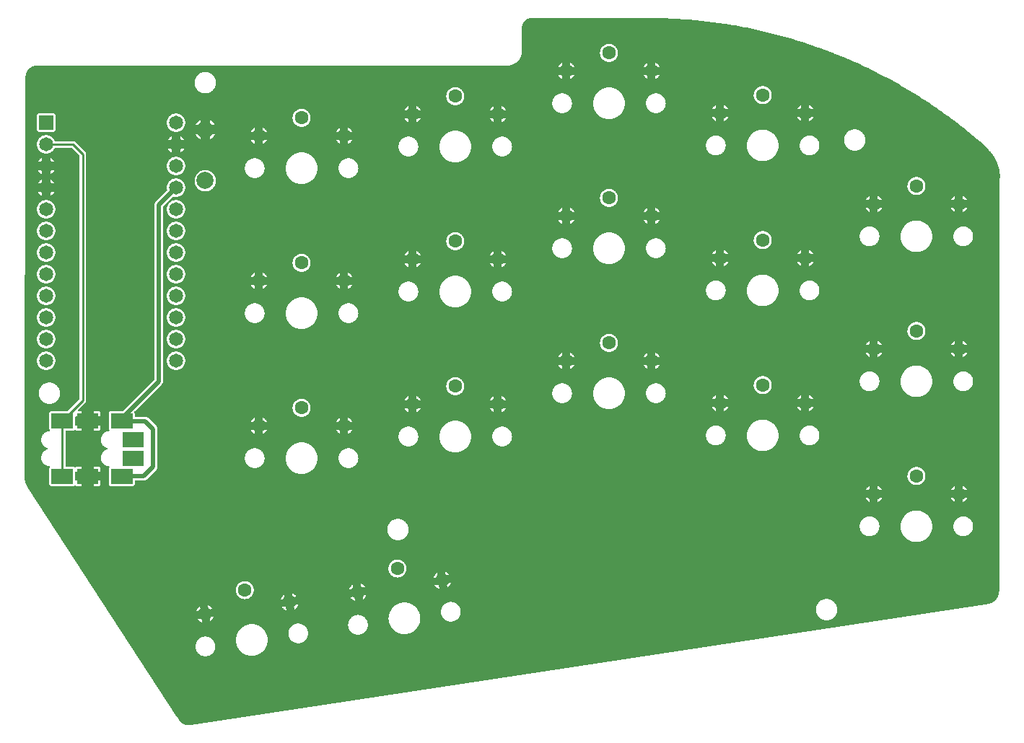
<source format=gbl>
G04 Layer: BottomLayer*
G04 EasyEDA v6.4.7, 2020-12-07T21:14:05+01:00*
G04 b914d488d3f24411b8e9a5840e5f031f,4d97e48eab474e129cc19cc013e78dee,10*
G04 Gerber Generator version 0.2*
G04 Scale: 100 percent, Rotated: No, Reflected: No *
G04 Dimensions in millimeters *
G04 leading zeros omitted , absolute positions ,3 integer and 3 decimal *
%FSLAX33Y33*%
%MOMM*%
G90*
D02*

%ADD10C,0.254000*%
%ADD11C,1.599997*%
%ADD12C,1.651000*%
%ADD15C,1.999996*%
%ADD16C,0.499999*%

%LPD*%
G36*
G01X59770Y83314D02*
G01X59765Y83314D01*
G01X59716Y83310D01*
G01X59666Y83304D01*
G01X59617Y83297D01*
G01X59568Y83288D01*
G01X59520Y83276D01*
G01X59472Y83262D01*
G01X59424Y83247D01*
G01X59378Y83230D01*
G01X59332Y83210D01*
G01X59287Y83189D01*
G01X59243Y83166D01*
G01X59199Y83141D01*
G01X59158Y83115D01*
G01X59117Y83086D01*
G01X59077Y83056D01*
G01X59038Y83025D01*
G01X59001Y82992D01*
G01X58965Y82957D01*
G01X58931Y82921D01*
G01X58898Y82884D01*
G01X58867Y82845D01*
G01X58837Y82805D01*
G01X58809Y82764D01*
G01X58783Y82722D01*
G01X58758Y82679D01*
G01X58736Y82634D01*
G01X58715Y82589D01*
G01X58696Y82543D01*
G01X58679Y82496D01*
G01X58664Y82449D01*
G01X58651Y82401D01*
G01X58640Y82352D01*
G01X58630Y82303D01*
G01X58623Y82254D01*
G01X58618Y82205D01*
G01X58615Y82155D01*
G01X58614Y82105D01*
G01X58617Y82018D01*
G01X58622Y81993D01*
G01X58629Y81968D01*
G01X58633Y81941D01*
G01X58635Y81915D01*
G01X58635Y81914D01*
G01X58630Y79479D01*
G01X58630Y79372D01*
G01X58629Y79349D01*
G01X58626Y79325D01*
G01X58621Y79303D01*
G01X58617Y79284D01*
G01X58612Y79224D01*
G01X58604Y79165D01*
G01X58594Y79106D01*
G01X58582Y79048D01*
G01X58568Y78990D01*
G01X58552Y78933D01*
G01X58534Y78876D01*
G01X58514Y78820D01*
G01X58492Y78764D01*
G01X58468Y78710D01*
G01X58443Y78656D01*
G01X58416Y78603D01*
G01X58386Y78551D01*
G01X58355Y78500D01*
G01X58323Y78450D01*
G01X58288Y78402D01*
G01X58252Y78355D01*
G01X58214Y78309D01*
G01X58175Y78264D01*
G01X58134Y78220D01*
G01X58092Y78179D01*
G01X58048Y78138D01*
G01X58003Y78099D01*
G01X57957Y78062D01*
G01X57909Y78026D01*
G01X57860Y77992D01*
G01X57811Y77960D01*
G01X57759Y77929D01*
G01X57707Y77900D01*
G01X57654Y77873D01*
G01X57600Y77848D01*
G01X57545Y77825D01*
G01X57489Y77804D01*
G01X57434Y77784D01*
G01X57376Y77767D01*
G01X57319Y77751D01*
G01X57261Y77738D01*
G01X57202Y77727D01*
G01X57144Y77717D01*
G01X57085Y77710D01*
G01X57025Y77704D01*
G01X56966Y77701D01*
G01X56906Y77700D01*
G01X56905Y77700D01*
G01X1817Y77721D01*
G01X1816Y77721D01*
G01X1801Y77719D01*
G01X1785Y77716D01*
G01X1771Y77710D01*
G01X1745Y77699D01*
G01X1718Y77690D01*
G01X1689Y77685D01*
G01X1661Y77683D01*
G01X1609Y77681D01*
G01X1558Y77676D01*
G01X1506Y77670D01*
G01X1455Y77662D01*
G01X1404Y77651D01*
G01X1354Y77639D01*
G01X1304Y77624D01*
G01X1255Y77608D01*
G01X1206Y77590D01*
G01X1158Y77570D01*
G01X1112Y77547D01*
G01X1066Y77523D01*
G01X1021Y77497D01*
G01X977Y77470D01*
G01X934Y77441D01*
G01X893Y77409D01*
G01X853Y77377D01*
G01X813Y77342D01*
G01X776Y77306D01*
G01X740Y77269D01*
G01X706Y77230D01*
G01X673Y77190D01*
G01X641Y77149D01*
G01X612Y77106D01*
G01X584Y77063D01*
G01X558Y77018D01*
G01X534Y76972D01*
G01X511Y76925D01*
G01X490Y76878D01*
G01X472Y76829D01*
G01X455Y76780D01*
G01X441Y76730D01*
G01X428Y76680D01*
G01X417Y76629D01*
G01X409Y76578D01*
G01X402Y76527D01*
G01X396Y76458D01*
G01X394Y76442D01*
G01X393Y76429D01*
G01X257Y29420D01*
G01X259Y29396D01*
G01X265Y29361D01*
G01X273Y29286D01*
G01X284Y29210D01*
G01X297Y29134D01*
G01X312Y29060D01*
G01X329Y28985D01*
G01X348Y28911D01*
G01X369Y28838D01*
G01X392Y28764D01*
G01X417Y28692D01*
G01X444Y28621D01*
G01X473Y28550D01*
G01X504Y28481D01*
G01X537Y28411D01*
G01X572Y28343D01*
G01X609Y28276D01*
G01X647Y28211D01*
G01X688Y28146D01*
G01X691Y28142D01*
G01X730Y28084D01*
G01X731Y28082D01*
G01X732Y28081D01*
G01X733Y28079D01*
G01X18154Y1258D01*
G01X18163Y1247D01*
G01X18173Y1236D01*
G01X18185Y1228D01*
G01X18203Y1215D01*
G01X18221Y1200D01*
G01X18237Y1184D01*
G01X18252Y1166D01*
G01X18265Y1147D01*
G01X18276Y1127D01*
G01X18306Y1057D01*
G01X18329Y1009D01*
G01X18353Y962D01*
G01X18380Y915D01*
G01X18408Y870D01*
G01X18438Y826D01*
G01X18469Y783D01*
G01X18503Y741D01*
G01X18538Y701D01*
G01X18575Y662D01*
G01X18613Y625D01*
G01X18652Y589D01*
G01X18694Y555D01*
G01X18736Y523D01*
G01X18779Y492D01*
G01X18824Y463D01*
G01X18870Y435D01*
G01X18917Y410D01*
G01X18965Y387D01*
G01X19014Y365D01*
G01X19063Y345D01*
G01X19114Y328D01*
G01X19164Y312D01*
G01X19216Y298D01*
G01X19268Y287D01*
G01X19320Y277D01*
G01X19373Y270D01*
G01X19427Y265D01*
G01X19480Y261D01*
G01X19533Y260D01*
G01X19601Y262D01*
G01X19668Y267D01*
G01X19735Y275D01*
G01X19773Y282D01*
G01X19796Y285D01*
G01X19819Y286D01*
G01X19844Y285D01*
G01X19854Y284D01*
G01X19869Y286D01*
G01X112983Y14421D01*
G01X112997Y14424D01*
G01X113011Y14429D01*
G01X113024Y14436D01*
G01X113046Y14450D01*
G01X113071Y14461D01*
G01X113096Y14470D01*
G01X113121Y14476D01*
G01X113147Y14480D01*
G01X113204Y14485D01*
G01X113262Y14492D01*
G01X113318Y14502D01*
G01X113375Y14513D01*
G01X113430Y14527D01*
G01X113486Y14543D01*
G01X113541Y14560D01*
G01X113595Y14580D01*
G01X113648Y14601D01*
G01X113700Y14624D01*
G01X113752Y14650D01*
G01X113803Y14677D01*
G01X113853Y14706D01*
G01X113901Y14736D01*
G01X113949Y14769D01*
G01X113995Y14803D01*
G01X114040Y14839D01*
G01X114084Y14876D01*
G01X114126Y14915D01*
G01X114167Y14955D01*
G01X114206Y14997D01*
G01X114244Y15040D01*
G01X114280Y15085D01*
G01X114315Y15131D01*
G01X114348Y15178D01*
G01X114379Y15226D01*
G01X114408Y15276D01*
G01X114436Y15326D01*
G01X114462Y15377D01*
G01X114486Y15429D01*
G01X114508Y15482D01*
G01X114528Y15536D01*
G01X114547Y15591D01*
G01X114563Y15646D01*
G01X114577Y15702D01*
G01X114589Y15758D01*
G01X114599Y15815D01*
G01X114607Y15871D01*
G01X114613Y15929D01*
G01X114617Y15986D01*
G01X114617Y16005D01*
G01X114688Y59690D01*
G01X114688Y64389D01*
G01X114689Y64412D01*
G01X114692Y64435D01*
G01X114698Y64458D01*
G01X114706Y64480D01*
G01X114715Y64502D01*
G01X114720Y64517D01*
G01X114724Y64531D01*
G01X114725Y64547D01*
G01X114724Y64647D01*
G01X114720Y64747D01*
G01X114715Y64846D01*
G01X114707Y64945D01*
G01X114697Y65044D01*
G01X114686Y65143D01*
G01X114672Y65242D01*
G01X114656Y65340D01*
G01X114638Y65439D01*
G01X114618Y65536D01*
G01X114596Y65634D01*
G01X114571Y65730D01*
G01X114545Y65826D01*
G01X114518Y65922D01*
G01X114487Y66017D01*
G01X114455Y66111D01*
G01X114421Y66205D01*
G01X114384Y66298D01*
G01X114347Y66390D01*
G01X114307Y66481D01*
G01X114265Y66571D01*
G01X114221Y66661D01*
G01X114175Y66750D01*
G01X114128Y66838D01*
G01X114079Y66924D01*
G01X113975Y67094D01*
G01X113920Y67177D01*
G01X113863Y67259D01*
G01X113805Y67340D01*
G01X113745Y67420D01*
G01X113684Y67498D01*
G01X113621Y67576D01*
G01X113556Y67651D01*
G01X113490Y67726D01*
G01X113422Y67799D01*
G01X113353Y67870D01*
G01X113282Y67940D01*
G01X113209Y68009D01*
G01X113192Y68027D01*
G01X113176Y68046D01*
G01X113163Y68067D01*
G01X113152Y68089D01*
G01X113141Y68107D01*
G01X113127Y68122D01*
G01X112866Y68353D01*
G01X112603Y68584D01*
G01X112339Y68812D01*
G01X112074Y69039D01*
G01X111807Y69265D01*
G01X111539Y69489D01*
G01X111269Y69711D01*
G01X110999Y69932D01*
G01X110727Y70151D01*
G01X110454Y70369D01*
G01X110180Y70585D01*
G01X109904Y70799D01*
G01X109627Y71012D01*
G01X109349Y71224D01*
G01X109069Y71433D01*
G01X108789Y71641D01*
G01X108507Y71847D01*
G01X108224Y72052D01*
G01X107939Y72255D01*
G01X107654Y72457D01*
G01X107367Y72656D01*
G01X107080Y72854D01*
G01X106791Y73051D01*
G01X106501Y73245D01*
G01X106210Y73438D01*
G01X105918Y73630D01*
G01X105624Y73819D01*
G01X105330Y74007D01*
G01X105034Y74193D01*
G01X104738Y74377D01*
G01X104440Y74560D01*
G01X104141Y74741D01*
G01X103841Y74920D01*
G01X103540Y75097D01*
G01X103238Y75272D01*
G01X102935Y75446D01*
G01X102631Y75618D01*
G01X102326Y75789D01*
G01X102020Y75957D01*
G01X101713Y76124D01*
G01X101406Y76289D01*
G01X101097Y76452D01*
G01X100787Y76613D01*
G01X100476Y76773D01*
G01X100164Y76930D01*
G01X99852Y77086D01*
G01X99538Y77240D01*
G01X99224Y77392D01*
G01X98908Y77542D01*
G01X98592Y77691D01*
G01X98275Y77837D01*
G01X97957Y77982D01*
G01X97639Y78125D01*
G01X97319Y78266D01*
G01X96999Y78405D01*
G01X96678Y78542D01*
G01X96356Y78678D01*
G01X96033Y78812D01*
G01X95709Y78943D01*
G01X95385Y79073D01*
G01X95060Y79201D01*
G01X94734Y79327D01*
G01X94408Y79451D01*
G01X94081Y79573D01*
G01X93753Y79693D01*
G01X93424Y79811D01*
G01X93095Y79928D01*
G01X92764Y80042D01*
G01X92434Y80154D01*
G01X92103Y80265D01*
G01X91771Y80374D01*
G01X91438Y80480D01*
G01X91105Y80585D01*
G01X90771Y80688D01*
G01X90437Y80789D01*
G01X90102Y80887D01*
G01X89766Y80984D01*
G01X89430Y81079D01*
G01X89093Y81172D01*
G01X88756Y81263D01*
G01X88418Y81352D01*
G01X88080Y81440D01*
G01X87402Y81608D01*
G01X87062Y81689D01*
G01X86722Y81768D01*
G01X86381Y81845D01*
G01X86041Y81920D01*
G01X85699Y81993D01*
G01X85357Y82064D01*
G01X85014Y82133D01*
G01X84672Y82201D01*
G01X84329Y82266D01*
G01X83985Y82329D01*
G01X83641Y82390D01*
G01X83297Y82449D01*
G01X82952Y82506D01*
G01X82608Y82562D01*
G01X82262Y82615D01*
G01X81917Y82666D01*
G01X81571Y82715D01*
G01X81225Y82762D01*
G01X80878Y82807D01*
G01X80532Y82850D01*
G01X80185Y82890D01*
G01X79838Y82929D01*
G01X79490Y82966D01*
G01X79143Y83001D01*
G01X78795Y83034D01*
G01X78448Y83065D01*
G01X78099Y83094D01*
G01X77751Y83120D01*
G01X77403Y83145D01*
G01X77054Y83167D01*
G01X76705Y83188D01*
G01X76357Y83207D01*
G01X76008Y83223D01*
G01X75659Y83238D01*
G01X75310Y83250D01*
G01X74961Y83260D01*
G01X74611Y83269D01*
G01X74262Y83275D01*
G01X73913Y83279D01*
G01X73564Y83282D01*
G01X73539Y83283D01*
G01X73514Y83287D01*
G01X73489Y83293D01*
G01X73466Y83301D01*
G01X73447Y83307D01*
G01X73427Y83309D01*
G01X59827Y83309D01*
G01X59786Y83312D01*
G01X59770Y83314D01*
G37*

%LPC*%
G36*
G01X21537Y10677D02*
G01X21488Y10678D01*
G01X21439Y10677D01*
G01X21390Y10674D01*
G01X21341Y10669D01*
G01X21293Y10661D01*
G01X21245Y10652D01*
G01X21197Y10641D01*
G01X21150Y10627D01*
G01X21103Y10612D01*
G01X21057Y10594D01*
G01X21012Y10575D01*
G01X20968Y10554D01*
G01X20924Y10531D01*
G01X20882Y10506D01*
G01X20841Y10480D01*
G01X20801Y10451D01*
G01X20762Y10421D01*
G01X20724Y10390D01*
G01X20688Y10356D01*
G01X20653Y10322D01*
G01X20620Y10285D01*
G01X20588Y10248D01*
G01X20558Y10209D01*
G01X20530Y10169D01*
G01X20504Y10127D01*
G01X20479Y10085D01*
G01X20456Y10042D01*
G01X20434Y9997D01*
G01X20415Y9952D01*
G01X20398Y9907D01*
G01X20383Y9860D01*
G01X20369Y9813D01*
G01X20358Y9765D01*
G01X20349Y9717D01*
G01X20341Y9668D01*
G01X20336Y9619D01*
G01X20333Y9570D01*
G01X20332Y9521D01*
G01X20333Y9472D01*
G01X20336Y9423D01*
G01X20341Y9374D01*
G01X20349Y9326D01*
G01X20358Y9278D01*
G01X20369Y9230D01*
G01X20383Y9183D01*
G01X20398Y9136D01*
G01X20415Y9090D01*
G01X20434Y9045D01*
G01X20456Y9001D01*
G01X20479Y8957D01*
G01X20504Y8915D01*
G01X20530Y8874D01*
G01X20558Y8834D01*
G01X20588Y8795D01*
G01X20620Y8757D01*
G01X20653Y8721D01*
G01X20688Y8686D01*
G01X20724Y8653D01*
G01X20762Y8621D01*
G01X20801Y8591D01*
G01X20841Y8563D01*
G01X20882Y8536D01*
G01X20924Y8512D01*
G01X20968Y8489D01*
G01X21012Y8467D01*
G01X21057Y8448D01*
G01X21103Y8431D01*
G01X21150Y8416D01*
G01X21197Y8402D01*
G01X21245Y8391D01*
G01X21293Y8382D01*
G01X21341Y8374D01*
G01X21390Y8369D01*
G01X21439Y8366D01*
G01X21488Y8365D01*
G01X21537Y8366D01*
G01X21587Y8369D01*
G01X21635Y8374D01*
G01X21684Y8382D01*
G01X21732Y8391D01*
G01X21780Y8402D01*
G01X21827Y8416D01*
G01X21874Y8431D01*
G01X21919Y8448D01*
G01X21965Y8467D01*
G01X22009Y8489D01*
G01X22052Y8512D01*
G01X22095Y8536D01*
G01X22136Y8563D01*
G01X22176Y8591D01*
G01X22215Y8621D01*
G01X22253Y8653D01*
G01X22289Y8686D01*
G01X22323Y8721D01*
G01X22357Y8757D01*
G01X22388Y8795D01*
G01X22418Y8834D01*
G01X22447Y8874D01*
G01X22473Y8915D01*
G01X22498Y8957D01*
G01X22521Y9001D01*
G01X22542Y9045D01*
G01X22561Y9090D01*
G01X22579Y9136D01*
G01X22594Y9183D01*
G01X22608Y9230D01*
G01X22619Y9278D01*
G01X22628Y9326D01*
G01X22636Y9374D01*
G01X22641Y9423D01*
G01X22644Y9472D01*
G01X22645Y9521D01*
G01X22644Y9570D01*
G01X22641Y9619D01*
G01X22636Y9668D01*
G01X22628Y9717D01*
G01X22619Y9765D01*
G01X22608Y9813D01*
G01X22594Y9860D01*
G01X22579Y9907D01*
G01X22561Y9952D01*
G01X22542Y9997D01*
G01X22521Y10042D01*
G01X22498Y10085D01*
G01X22473Y10127D01*
G01X22447Y10169D01*
G01X22418Y10209D01*
G01X22388Y10248D01*
G01X22357Y10285D01*
G01X22323Y10322D01*
G01X22289Y10356D01*
G01X22253Y10390D01*
G01X22215Y10421D01*
G01X22176Y10451D01*
G01X22136Y10480D01*
G01X22095Y10506D01*
G01X22052Y10531D01*
G01X22009Y10554D01*
G01X21965Y10575D01*
G01X21919Y10594D01*
G01X21874Y10612D01*
G01X21827Y10627D01*
G01X21780Y10641D01*
G01X21732Y10652D01*
G01X21684Y10661D01*
G01X21635Y10669D01*
G01X21587Y10674D01*
G01X21537Y10677D01*
G37*
G36*
G01X26996Y12142D02*
G01X26934Y12143D01*
G01X26872Y12142D01*
G01X26810Y12139D01*
G01X26748Y12134D01*
G01X26686Y12126D01*
G01X26625Y12117D01*
G01X26564Y12106D01*
G01X26504Y12092D01*
G01X26443Y12077D01*
G01X26384Y12060D01*
G01X26325Y12040D01*
G01X26267Y12019D01*
G01X26209Y11996D01*
G01X26152Y11971D01*
G01X26097Y11944D01*
G01X26042Y11915D01*
G01X25988Y11884D01*
G01X25935Y11851D01*
G01X25883Y11817D01*
G01X25832Y11781D01*
G01X25783Y11743D01*
G01X25735Y11704D01*
G01X25689Y11663D01*
G01X25643Y11621D01*
G01X25599Y11577D01*
G01X25557Y11532D01*
G01X25516Y11485D01*
G01X25477Y11437D01*
G01X25439Y11388D01*
G01X25403Y11337D01*
G01X25369Y11285D01*
G01X25337Y11232D01*
G01X25306Y11179D01*
G01X25277Y11124D01*
G01X25250Y11068D01*
G01X25224Y11011D01*
G01X25202Y10954D01*
G01X25180Y10896D01*
G01X25160Y10837D01*
G01X25143Y10777D01*
G01X25128Y10717D01*
G01X25115Y10656D01*
G01X25103Y10595D01*
G01X25094Y10534D01*
G01X25087Y10472D01*
G01X25082Y10410D01*
G01X25078Y10348D01*
G01X25077Y10287D01*
G01X25078Y10225D01*
G01X25082Y10163D01*
G01X25087Y10101D01*
G01X25094Y10039D01*
G01X25103Y9978D01*
G01X25115Y9917D01*
G01X25128Y9856D01*
G01X25143Y9796D01*
G01X25160Y9736D01*
G01X25180Y9677D01*
G01X25202Y9619D01*
G01X25224Y9562D01*
G01X25250Y9505D01*
G01X25277Y9449D01*
G01X25306Y9394D01*
G01X25337Y9341D01*
G01X25369Y9288D01*
G01X25403Y9236D01*
G01X25439Y9185D01*
G01X25477Y9136D01*
G01X25516Y9088D01*
G01X25557Y9041D01*
G01X25599Y8996D01*
G01X25643Y8952D01*
G01X25689Y8910D01*
G01X25735Y8869D01*
G01X25783Y8830D01*
G01X25832Y8792D01*
G01X25883Y8756D01*
G01X25935Y8722D01*
G01X25988Y8689D01*
G01X26042Y8658D01*
G01X26097Y8629D01*
G01X26152Y8602D01*
G01X26209Y8577D01*
G01X26267Y8554D01*
G01X26325Y8533D01*
G01X26384Y8513D01*
G01X26443Y8496D01*
G01X26504Y8481D01*
G01X26564Y8467D01*
G01X26625Y8456D01*
G01X26686Y8447D01*
G01X26748Y8439D01*
G01X26810Y8434D01*
G01X26872Y8431D01*
G01X26934Y8430D01*
G01X26996Y8431D01*
G01X27058Y8434D01*
G01X27120Y8439D01*
G01X27181Y8447D01*
G01X27243Y8456D01*
G01X27304Y8467D01*
G01X27364Y8481D01*
G01X27425Y8496D01*
G01X27484Y8513D01*
G01X27543Y8533D01*
G01X27601Y8554D01*
G01X27659Y8577D01*
G01X27715Y8602D01*
G01X27771Y8629D01*
G01X27826Y8658D01*
G01X27880Y8689D01*
G01X27933Y8722D01*
G01X27984Y8756D01*
G01X28035Y8792D01*
G01X28084Y8830D01*
G01X28133Y8869D01*
G01X28179Y8910D01*
G01X28225Y8952D01*
G01X28268Y8996D01*
G01X28310Y9041D01*
G01X28352Y9088D01*
G01X28391Y9136D01*
G01X28428Y9185D01*
G01X28464Y9236D01*
G01X28498Y9288D01*
G01X28531Y9341D01*
G01X28562Y9394D01*
G01X28591Y9449D01*
G01X28618Y9505D01*
G01X28643Y9562D01*
G01X28666Y9619D01*
G01X28687Y9677D01*
G01X28707Y9736D01*
G01X28724Y9796D01*
G01X28740Y9856D01*
G01X28753Y9917D01*
G01X28765Y9978D01*
G01X28774Y10039D01*
G01X28781Y10101D01*
G01X28786Y10163D01*
G01X28790Y10225D01*
G01X28791Y10287D01*
G01X28790Y10348D01*
G01X28786Y10410D01*
G01X28781Y10472D01*
G01X28774Y10534D01*
G01X28765Y10595D01*
G01X28753Y10656D01*
G01X28740Y10717D01*
G01X28724Y10777D01*
G01X28707Y10837D01*
G01X28687Y10896D01*
G01X28666Y10954D01*
G01X28643Y11011D01*
G01X28618Y11068D01*
G01X28591Y11124D01*
G01X28562Y11179D01*
G01X28531Y11232D01*
G01X28498Y11285D01*
G01X28464Y11337D01*
G01X28428Y11388D01*
G01X28391Y11437D01*
G01X28352Y11485D01*
G01X28310Y11532D01*
G01X28268Y11577D01*
G01X28225Y11621D01*
G01X28179Y11663D01*
G01X28133Y11704D01*
G01X28084Y11743D01*
G01X28035Y11781D01*
G01X27984Y11817D01*
G01X27933Y11851D01*
G01X27880Y11884D01*
G01X27826Y11915D01*
G01X27771Y11944D01*
G01X27715Y11971D01*
G01X27659Y11996D01*
G01X27601Y12019D01*
G01X27543Y12040D01*
G01X27484Y12060D01*
G01X27425Y12077D01*
G01X27364Y12092D01*
G01X27304Y12106D01*
G01X27243Y12117D01*
G01X27181Y12126D01*
G01X27120Y12134D01*
G01X27058Y12139D01*
G01X26996Y12142D01*
G37*
G36*
G01X32428Y12207D02*
G01X32380Y12208D01*
G01X32330Y12207D01*
G01X32281Y12204D01*
G01X32232Y12199D01*
G01X32184Y12192D01*
G01X32136Y12182D01*
G01X32088Y12171D01*
G01X32041Y12157D01*
G01X31994Y12142D01*
G01X31948Y12125D01*
G01X31903Y12106D01*
G01X31859Y12084D01*
G01X31815Y12061D01*
G01X31773Y12037D01*
G01X31732Y12010D01*
G01X31692Y11982D01*
G01X31653Y11952D01*
G01X31615Y11920D01*
G01X31579Y11887D01*
G01X31544Y11852D01*
G01X31511Y11816D01*
G01X31479Y11778D01*
G01X31449Y11739D01*
G01X31421Y11699D01*
G01X31395Y11658D01*
G01X31370Y11616D01*
G01X31347Y11572D01*
G01X31325Y11528D01*
G01X31306Y11483D01*
G01X31289Y11437D01*
G01X31274Y11390D01*
G01X31260Y11343D01*
G01X31249Y11295D01*
G01X31240Y11247D01*
G01X31232Y11199D01*
G01X31227Y11150D01*
G01X31224Y11101D01*
G01X31223Y11052D01*
G01X31224Y11003D01*
G01X31227Y10954D01*
G01X31232Y10905D01*
G01X31240Y10856D01*
G01X31249Y10808D01*
G01X31260Y10760D01*
G01X31274Y10713D01*
G01X31289Y10666D01*
G01X31306Y10621D01*
G01X31325Y10576D01*
G01X31347Y10531D01*
G01X31370Y10488D01*
G01X31395Y10446D01*
G01X31421Y10404D01*
G01X31449Y10364D01*
G01X31479Y10325D01*
G01X31511Y10288D01*
G01X31544Y10251D01*
G01X31579Y10217D01*
G01X31615Y10183D01*
G01X31653Y10152D01*
G01X31692Y10122D01*
G01X31732Y10093D01*
G01X31773Y10067D01*
G01X31815Y10042D01*
G01X31859Y10019D01*
G01X31903Y9998D01*
G01X31948Y9979D01*
G01X31994Y9961D01*
G01X32041Y9946D01*
G01X32088Y9932D01*
G01X32136Y9921D01*
G01X32184Y9912D01*
G01X32232Y9904D01*
G01X32281Y9899D01*
G01X32330Y9896D01*
G01X32380Y9895D01*
G01X32428Y9896D01*
G01X32478Y9899D01*
G01X32526Y9904D01*
G01X32575Y9912D01*
G01X32623Y9921D01*
G01X32671Y9932D01*
G01X32718Y9946D01*
G01X32765Y9961D01*
G01X32810Y9979D01*
G01X32856Y9998D01*
G01X32900Y10019D01*
G01X32943Y10042D01*
G01X32986Y10067D01*
G01X33027Y10093D01*
G01X33067Y10122D01*
G01X33106Y10152D01*
G01X33144Y10183D01*
G01X33180Y10217D01*
G01X33214Y10251D01*
G01X33248Y10288D01*
G01X33279Y10325D01*
G01X33309Y10364D01*
G01X33338Y10404D01*
G01X33364Y10446D01*
G01X33389Y10488D01*
G01X33412Y10531D01*
G01X33433Y10576D01*
G01X33452Y10621D01*
G01X33470Y10666D01*
G01X33485Y10713D01*
G01X33499Y10760D01*
G01X33510Y10808D01*
G01X33519Y10856D01*
G01X33527Y10905D01*
G01X33532Y10954D01*
G01X33535Y11003D01*
G01X33536Y11052D01*
G01X33535Y11101D01*
G01X33532Y11150D01*
G01X33527Y11199D01*
G01X33519Y11247D01*
G01X33510Y11295D01*
G01X33499Y11343D01*
G01X33485Y11390D01*
G01X33470Y11437D01*
G01X33452Y11483D01*
G01X33433Y11528D01*
G01X33412Y11572D01*
G01X33389Y11616D01*
G01X33364Y11658D01*
G01X33338Y11699D01*
G01X33309Y11739D01*
G01X33279Y11778D01*
G01X33248Y11816D01*
G01X33214Y11852D01*
G01X33180Y11887D01*
G01X33144Y11920D01*
G01X33106Y11952D01*
G01X33067Y11982D01*
G01X33027Y12010D01*
G01X32986Y12037D01*
G01X32943Y12061D01*
G01X32900Y12084D01*
G01X32856Y12106D01*
G01X32810Y12125D01*
G01X32765Y12142D01*
G01X32718Y12157D01*
G01X32671Y12171D01*
G01X32623Y12182D01*
G01X32575Y12192D01*
G01X32526Y12199D01*
G01X32478Y12204D01*
G01X32428Y12207D01*
G37*
G36*
G01X39444Y13217D02*
G01X39396Y13218D01*
G01X39346Y13217D01*
G01X39297Y13214D01*
G01X39248Y13209D01*
G01X39200Y13201D01*
G01X39152Y13192D01*
G01X39104Y13181D01*
G01X39057Y13167D01*
G01X39010Y13152D01*
G01X38964Y13134D01*
G01X38919Y13115D01*
G01X38875Y13094D01*
G01X38831Y13071D01*
G01X38789Y13046D01*
G01X38748Y13020D01*
G01X38708Y12991D01*
G01X38669Y12961D01*
G01X38631Y12930D01*
G01X38595Y12896D01*
G01X38560Y12862D01*
G01X38527Y12825D01*
G01X38495Y12788D01*
G01X38465Y12749D01*
G01X38437Y12709D01*
G01X38411Y12667D01*
G01X38386Y12625D01*
G01X38363Y12582D01*
G01X38341Y12537D01*
G01X38322Y12492D01*
G01X38305Y12447D01*
G01X38290Y12400D01*
G01X38276Y12353D01*
G01X38265Y12305D01*
G01X38256Y12257D01*
G01X38248Y12208D01*
G01X38243Y12159D01*
G01X38240Y12110D01*
G01X38239Y12061D01*
G01X38240Y12012D01*
G01X38243Y11963D01*
G01X38248Y11914D01*
G01X38256Y11866D01*
G01X38265Y11818D01*
G01X38276Y11770D01*
G01X38290Y11723D01*
G01X38305Y11676D01*
G01X38322Y11630D01*
G01X38341Y11585D01*
G01X38363Y11541D01*
G01X38386Y11497D01*
G01X38411Y11455D01*
G01X38437Y11414D01*
G01X38465Y11374D01*
G01X38495Y11335D01*
G01X38527Y11297D01*
G01X38560Y11261D01*
G01X38595Y11226D01*
G01X38631Y11193D01*
G01X38669Y11161D01*
G01X38708Y11131D01*
G01X38748Y11103D01*
G01X38789Y11076D01*
G01X38831Y11052D01*
G01X38875Y11029D01*
G01X38919Y11007D01*
G01X38964Y10988D01*
G01X39010Y10971D01*
G01X39057Y10956D01*
G01X39104Y10942D01*
G01X39152Y10931D01*
G01X39200Y10922D01*
G01X39248Y10914D01*
G01X39297Y10909D01*
G01X39346Y10906D01*
G01X39395Y10905D01*
G01X39444Y10906D01*
G01X39494Y10909D01*
G01X39542Y10914D01*
G01X39591Y10922D01*
G01X39639Y10931D01*
G01X39687Y10942D01*
G01X39734Y10956D01*
G01X39781Y10971D01*
G01X39826Y10988D01*
G01X39872Y11007D01*
G01X39916Y11029D01*
G01X39959Y11052D01*
G01X40002Y11076D01*
G01X40043Y11103D01*
G01X40083Y11131D01*
G01X40122Y11161D01*
G01X40160Y11193D01*
G01X40196Y11226D01*
G01X40230Y11261D01*
G01X40264Y11297D01*
G01X40295Y11335D01*
G01X40325Y11374D01*
G01X40354Y11414D01*
G01X40380Y11455D01*
G01X40405Y11497D01*
G01X40428Y11541D01*
G01X40449Y11585D01*
G01X40468Y11630D01*
G01X40486Y11676D01*
G01X40501Y11723D01*
G01X40515Y11770D01*
G01X40526Y11818D01*
G01X40535Y11866D01*
G01X40543Y11914D01*
G01X40548Y11963D01*
G01X40551Y12012D01*
G01X40552Y12061D01*
G01X40551Y12110D01*
G01X40548Y12159D01*
G01X40543Y12208D01*
G01X40535Y12257D01*
G01X40526Y12305D01*
G01X40515Y12353D01*
G01X40501Y12400D01*
G01X40486Y12447D01*
G01X40468Y12492D01*
G01X40449Y12537D01*
G01X40428Y12582D01*
G01X40405Y12625D01*
G01X40380Y12667D01*
G01X40354Y12709D01*
G01X40325Y12749D01*
G01X40295Y12788D01*
G01X40264Y12825D01*
G01X40230Y12862D01*
G01X40196Y12896D01*
G01X40160Y12930D01*
G01X40122Y12961D01*
G01X40083Y12991D01*
G01X40043Y13020D01*
G01X40002Y13046D01*
G01X39959Y13071D01*
G01X39916Y13094D01*
G01X39872Y13115D01*
G01X39826Y13134D01*
G01X39781Y13152D01*
G01X39734Y13167D01*
G01X39687Y13181D01*
G01X39639Y13192D01*
G01X39591Y13201D01*
G01X39542Y13209D01*
G01X39494Y13214D01*
G01X39444Y13217D01*
G37*
G36*
G01X44903Y14682D02*
G01X44841Y14683D01*
G01X44779Y14682D01*
G01X44717Y14679D01*
G01X44655Y14674D01*
G01X44593Y14666D01*
G01X44532Y14657D01*
G01X44471Y14646D01*
G01X44411Y14632D01*
G01X44350Y14617D01*
G01X44291Y14600D01*
G01X44232Y14580D01*
G01X44174Y14559D01*
G01X44116Y14536D01*
G01X44059Y14511D01*
G01X44004Y14484D01*
G01X43949Y14455D01*
G01X43895Y14424D01*
G01X43842Y14391D01*
G01X43790Y14357D01*
G01X43739Y14321D01*
G01X43690Y14283D01*
G01X43642Y14244D01*
G01X43596Y14203D01*
G01X43550Y14161D01*
G01X43506Y14117D01*
G01X43464Y14072D01*
G01X43423Y14025D01*
G01X43384Y13977D01*
G01X43346Y13928D01*
G01X43310Y13877D01*
G01X43276Y13825D01*
G01X43244Y13772D01*
G01X43213Y13719D01*
G01X43184Y13664D01*
G01X43157Y13608D01*
G01X43131Y13551D01*
G01X43109Y13494D01*
G01X43087Y13436D01*
G01X43067Y13377D01*
G01X43050Y13317D01*
G01X43035Y13257D01*
G01X43022Y13196D01*
G01X43010Y13135D01*
G01X43001Y13074D01*
G01X42994Y13012D01*
G01X42989Y12950D01*
G01X42985Y12888D01*
G01X42984Y12827D01*
G01X42985Y12765D01*
G01X42989Y12703D01*
G01X42994Y12641D01*
G01X43001Y12579D01*
G01X43010Y12518D01*
G01X43022Y12457D01*
G01X43035Y12396D01*
G01X43050Y12336D01*
G01X43067Y12276D01*
G01X43087Y12217D01*
G01X43109Y12159D01*
G01X43131Y12102D01*
G01X43157Y12045D01*
G01X43184Y11989D01*
G01X43213Y11934D01*
G01X43244Y11881D01*
G01X43276Y11828D01*
G01X43310Y11776D01*
G01X43346Y11725D01*
G01X43384Y11676D01*
G01X43423Y11628D01*
G01X43464Y11581D01*
G01X43506Y11536D01*
G01X43550Y11492D01*
G01X43596Y11450D01*
G01X43642Y11409D01*
G01X43690Y11370D01*
G01X43739Y11332D01*
G01X43790Y11296D01*
G01X43842Y11262D01*
G01X43895Y11229D01*
G01X43949Y11198D01*
G01X44004Y11169D01*
G01X44059Y11142D01*
G01X44116Y11117D01*
G01X44174Y11094D01*
G01X44232Y11073D01*
G01X44291Y11053D01*
G01X44350Y11036D01*
G01X44411Y11021D01*
G01X44471Y11007D01*
G01X44532Y10996D01*
G01X44593Y10987D01*
G01X44655Y10979D01*
G01X44717Y10974D01*
G01X44779Y10971D01*
G01X44841Y10970D01*
G01X44903Y10971D01*
G01X44965Y10974D01*
G01X45027Y10979D01*
G01X45088Y10987D01*
G01X45150Y10996D01*
G01X45211Y11007D01*
G01X45271Y11021D01*
G01X45332Y11036D01*
G01X45391Y11053D01*
G01X45450Y11073D01*
G01X45508Y11094D01*
G01X45566Y11117D01*
G01X45622Y11142D01*
G01X45678Y11169D01*
G01X45733Y11198D01*
G01X45787Y11229D01*
G01X45840Y11262D01*
G01X45891Y11296D01*
G01X45942Y11332D01*
G01X45991Y11370D01*
G01X46040Y11409D01*
G01X46086Y11450D01*
G01X46132Y11492D01*
G01X46175Y11536D01*
G01X46217Y11581D01*
G01X46259Y11628D01*
G01X46298Y11676D01*
G01X46335Y11725D01*
G01X46371Y11776D01*
G01X46405Y11828D01*
G01X46438Y11881D01*
G01X46469Y11934D01*
G01X46498Y11989D01*
G01X46525Y12045D01*
G01X46550Y12102D01*
G01X46573Y12159D01*
G01X46594Y12217D01*
G01X46614Y12276D01*
G01X46631Y12336D01*
G01X46647Y12396D01*
G01X46660Y12457D01*
G01X46672Y12518D01*
G01X46681Y12579D01*
G01X46688Y12641D01*
G01X46693Y12703D01*
G01X46697Y12765D01*
G01X46698Y12827D01*
G01X46697Y12888D01*
G01X46693Y12950D01*
G01X46688Y13012D01*
G01X46681Y13074D01*
G01X46672Y13135D01*
G01X46660Y13196D01*
G01X46647Y13257D01*
G01X46631Y13317D01*
G01X46614Y13377D01*
G01X46594Y13436D01*
G01X46573Y13494D01*
G01X46550Y13551D01*
G01X46525Y13608D01*
G01X46498Y13664D01*
G01X46469Y13719D01*
G01X46438Y13772D01*
G01X46405Y13825D01*
G01X46371Y13877D01*
G01X46335Y13928D01*
G01X46298Y13977D01*
G01X46259Y14025D01*
G01X46217Y14072D01*
G01X46175Y14117D01*
G01X46132Y14161D01*
G01X46086Y14203D01*
G01X46040Y14244D01*
G01X45991Y14283D01*
G01X45942Y14321D01*
G01X45891Y14357D01*
G01X45840Y14391D01*
G01X45787Y14424D01*
G01X45733Y14455D01*
G01X45678Y14484D01*
G01X45622Y14511D01*
G01X45566Y14536D01*
G01X45508Y14559D01*
G01X45450Y14580D01*
G01X45391Y14600D01*
G01X45332Y14617D01*
G01X45271Y14632D01*
G01X45211Y14646D01*
G01X45150Y14657D01*
G01X45088Y14666D01*
G01X45027Y14674D01*
G01X44965Y14679D01*
G01X44903Y14682D01*
G37*
G36*
G01X21128Y12349D02*
G01X21060Y12830D01*
G01X20579Y12762D01*
G01X20606Y12724D01*
G01X20635Y12688D01*
G01X20665Y12652D01*
G01X20697Y12618D01*
G01X20730Y12585D01*
G01X20765Y12554D01*
G01X20801Y12524D01*
G01X20838Y12496D01*
G01X20876Y12470D01*
G01X20916Y12445D01*
G01X20957Y12422D01*
G01X20998Y12401D01*
G01X21040Y12381D01*
G01X21084Y12364D01*
G01X21128Y12349D01*
G37*
G36*
G01X50335Y14747D02*
G01X50287Y14748D01*
G01X50237Y14747D01*
G01X50188Y14744D01*
G01X50139Y14739D01*
G01X50091Y14732D01*
G01X50043Y14722D01*
G01X49995Y14711D01*
G01X49948Y14697D01*
G01X49901Y14682D01*
G01X49855Y14665D01*
G01X49810Y14646D01*
G01X49766Y14624D01*
G01X49722Y14601D01*
G01X49680Y14577D01*
G01X49639Y14550D01*
G01X49599Y14522D01*
G01X49560Y14492D01*
G01X49522Y14460D01*
G01X49486Y14427D01*
G01X49451Y14392D01*
G01X49418Y14356D01*
G01X49386Y14318D01*
G01X49356Y14279D01*
G01X49328Y14239D01*
G01X49302Y14198D01*
G01X49277Y14156D01*
G01X49254Y14112D01*
G01X49232Y14068D01*
G01X49213Y14023D01*
G01X49196Y13977D01*
G01X49181Y13930D01*
G01X49167Y13883D01*
G01X49156Y13835D01*
G01X49147Y13787D01*
G01X49139Y13739D01*
G01X49134Y13690D01*
G01X49131Y13641D01*
G01X49130Y13592D01*
G01X49131Y13543D01*
G01X49134Y13494D01*
G01X49139Y13445D01*
G01X49147Y13396D01*
G01X49156Y13348D01*
G01X49167Y13300D01*
G01X49181Y13253D01*
G01X49196Y13206D01*
G01X49213Y13161D01*
G01X49232Y13116D01*
G01X49254Y13071D01*
G01X49277Y13028D01*
G01X49302Y12986D01*
G01X49328Y12944D01*
G01X49356Y12904D01*
G01X49386Y12865D01*
G01X49418Y12828D01*
G01X49451Y12791D01*
G01X49486Y12757D01*
G01X49522Y12723D01*
G01X49560Y12692D01*
G01X49599Y12662D01*
G01X49639Y12633D01*
G01X49680Y12607D01*
G01X49722Y12582D01*
G01X49766Y12559D01*
G01X49810Y12538D01*
G01X49855Y12519D01*
G01X49901Y12501D01*
G01X49948Y12486D01*
G01X49995Y12472D01*
G01X50043Y12461D01*
G01X50091Y12452D01*
G01X50139Y12444D01*
G01X50188Y12439D01*
G01X50237Y12436D01*
G01X50287Y12435D01*
G01X50335Y12436D01*
G01X50385Y12439D01*
G01X50433Y12444D01*
G01X50482Y12452D01*
G01X50530Y12461D01*
G01X50578Y12472D01*
G01X50625Y12486D01*
G01X50672Y12501D01*
G01X50717Y12519D01*
G01X50763Y12538D01*
G01X50807Y12559D01*
G01X50850Y12582D01*
G01X50893Y12607D01*
G01X50934Y12633D01*
G01X50974Y12662D01*
G01X51013Y12692D01*
G01X51051Y12723D01*
G01X51087Y12757D01*
G01X51121Y12791D01*
G01X51155Y12828D01*
G01X51186Y12865D01*
G01X51216Y12904D01*
G01X51245Y12944D01*
G01X51271Y12986D01*
G01X51296Y13028D01*
G01X51319Y13071D01*
G01X51340Y13116D01*
G01X51359Y13161D01*
G01X51377Y13206D01*
G01X51392Y13253D01*
G01X51406Y13300D01*
G01X51417Y13348D01*
G01X51426Y13396D01*
G01X51434Y13445D01*
G01X51439Y13494D01*
G01X51442Y13543D01*
G01X51443Y13592D01*
G01X51442Y13641D01*
G01X51439Y13690D01*
G01X51434Y13739D01*
G01X51426Y13787D01*
G01X51417Y13835D01*
G01X51406Y13883D01*
G01X51392Y13930D01*
G01X51377Y13977D01*
G01X51359Y14023D01*
G01X51340Y14068D01*
G01X51319Y14112D01*
G01X51296Y14156D01*
G01X51271Y14198D01*
G01X51245Y14239D01*
G01X51216Y14279D01*
G01X51186Y14318D01*
G01X51155Y14356D01*
G01X51121Y14392D01*
G01X51087Y14427D01*
G01X51051Y14460D01*
G01X51013Y14492D01*
G01X50974Y14522D01*
G01X50934Y14550D01*
G01X50893Y14577D01*
G01X50850Y14601D01*
G01X50807Y14624D01*
G01X50763Y14646D01*
G01X50717Y14665D01*
G01X50672Y14682D01*
G01X50625Y14697D01*
G01X50578Y14711D01*
G01X50530Y14722D01*
G01X50482Y14732D01*
G01X50433Y14739D01*
G01X50385Y14744D01*
G01X50335Y14747D01*
G37*
G36*
G01X22444Y12983D02*
G01X22460Y13027D01*
G01X21978Y12959D01*
G01X22046Y12478D01*
G01X22084Y12505D01*
G01X22121Y12533D01*
G01X22157Y12564D01*
G01X22191Y12595D01*
G01X22224Y12629D01*
G01X22255Y12663D01*
G01X22285Y12700D01*
G01X22313Y12737D01*
G01X22339Y12775D01*
G01X22364Y12815D01*
G01X22387Y12855D01*
G01X22408Y12897D01*
G01X22427Y12939D01*
G01X22444Y12983D01*
G37*
G36*
G01X94422Y15098D02*
G01X94371Y15099D01*
G01X94320Y15098D01*
G01X94270Y15095D01*
G01X94219Y15090D01*
G01X94169Y15083D01*
G01X94119Y15074D01*
G01X94070Y15063D01*
G01X94021Y15050D01*
G01X93925Y15018D01*
G01X93878Y14999D01*
G01X93832Y14978D01*
G01X93787Y14955D01*
G01X93742Y14931D01*
G01X93699Y14905D01*
G01X93657Y14877D01*
G01X93616Y14847D01*
G01X93576Y14816D01*
G01X93538Y14783D01*
G01X93501Y14749D01*
G01X93465Y14713D01*
G01X93430Y14676D01*
G01X93397Y14637D01*
G01X93366Y14597D01*
G01X93336Y14556D01*
G01X93309Y14514D01*
G01X93283Y14471D01*
G01X93258Y14426D01*
G01X93235Y14381D01*
G01X93215Y14335D01*
G01X93196Y14288D01*
G01X93179Y14240D01*
G01X93164Y14192D01*
G01X93151Y14143D01*
G01X93139Y14094D01*
G01X93131Y14044D01*
G01X93124Y13994D01*
G01X93119Y13944D01*
G01X93116Y13893D01*
G01X93115Y13843D01*
G01X93116Y13792D01*
G01X93119Y13741D01*
G01X93124Y13691D01*
G01X93131Y13641D01*
G01X93139Y13591D01*
G01X93151Y13542D01*
G01X93164Y13493D01*
G01X93179Y13445D01*
G01X93196Y13397D01*
G01X93215Y13350D01*
G01X93235Y13304D01*
G01X93258Y13259D01*
G01X93283Y13214D01*
G01X93309Y13171D01*
G01X93336Y13129D01*
G01X93366Y13088D01*
G01X93397Y13048D01*
G01X93430Y13009D01*
G01X93465Y12972D01*
G01X93501Y12936D01*
G01X93538Y12902D01*
G01X93576Y12869D01*
G01X93616Y12838D01*
G01X93657Y12808D01*
G01X93699Y12780D01*
G01X93742Y12754D01*
G01X93787Y12730D01*
G01X93832Y12707D01*
G01X93878Y12686D01*
G01X93925Y12667D01*
G01X94021Y12635D01*
G01X94070Y12622D01*
G01X94119Y12611D01*
G01X94169Y12602D01*
G01X94219Y12595D01*
G01X94270Y12590D01*
G01X94320Y12587D01*
G01X94371Y12586D01*
G01X94422Y12587D01*
G01X94472Y12590D01*
G01X94522Y12595D01*
G01X94572Y12602D01*
G01X94622Y12611D01*
G01X94672Y12622D01*
G01X94720Y12635D01*
G01X94769Y12651D01*
G01X94816Y12667D01*
G01X94864Y12686D01*
G01X94909Y12707D01*
G01X94954Y12730D01*
G01X94999Y12754D01*
G01X95042Y12780D01*
G01X95085Y12808D01*
G01X95126Y12838D01*
G01X95165Y12869D01*
G01X95204Y12902D01*
G01X95241Y12936D01*
G01X95277Y12972D01*
G01X95311Y13009D01*
G01X95344Y13048D01*
G01X95375Y13088D01*
G01X95405Y13129D01*
G01X95433Y13171D01*
G01X95459Y13214D01*
G01X95483Y13259D01*
G01X95506Y13304D01*
G01X95527Y13350D01*
G01X95546Y13397D01*
G01X95563Y13445D01*
G01X95578Y13493D01*
G01X95591Y13542D01*
G01X95602Y13591D01*
G01X95611Y13641D01*
G01X95618Y13691D01*
G01X95623Y13741D01*
G01X95626Y13792D01*
G01X95628Y13843D01*
G01X95626Y13893D01*
G01X95623Y13944D01*
G01X95618Y13994D01*
G01X95611Y14044D01*
G01X95602Y14094D01*
G01X95591Y14143D01*
G01X95578Y14192D01*
G01X95563Y14240D01*
G01X95546Y14288D01*
G01X95527Y14335D01*
G01X95506Y14381D01*
G01X95483Y14426D01*
G01X95459Y14471D01*
G01X95433Y14514D01*
G01X95405Y14556D01*
G01X95375Y14597D01*
G01X95344Y14637D01*
G01X95311Y14676D01*
G01X95277Y14713D01*
G01X95241Y14749D01*
G01X95204Y14783D01*
G01X95165Y14816D01*
G01X95126Y14847D01*
G01X95085Y14877D01*
G01X95042Y14905D01*
G01X94999Y14931D01*
G01X94954Y14955D01*
G01X94909Y14978D01*
G01X94864Y14999D01*
G01X94816Y15018D01*
G01X94769Y15034D01*
G01X94720Y15050D01*
G01X94672Y15063D01*
G01X94622Y15074D01*
G01X94572Y15083D01*
G01X94522Y15090D01*
G01X94472Y15095D01*
G01X94422Y15098D01*
G37*
G36*
G01X20931Y13748D02*
G01X20864Y14230D01*
G01X20826Y14203D01*
G01X20789Y14174D01*
G01X20753Y14144D01*
G01X20719Y14112D01*
G01X20686Y14079D01*
G01X20655Y14044D01*
G01X20625Y14008D01*
G01X20598Y13971D01*
G01X20571Y13932D01*
G01X20546Y13893D01*
G01X20523Y13852D01*
G01X20502Y13810D01*
G01X20483Y13768D01*
G01X20465Y13725D01*
G01X20450Y13680D01*
G01X20931Y13748D01*
G37*
G36*
G01X31031Y13741D02*
G01X30963Y14222D01*
G01X30482Y14154D01*
G01X30509Y14116D01*
G01X30538Y14079D01*
G01X30568Y14044D01*
G01X30600Y14010D01*
G01X30633Y13977D01*
G01X30667Y13946D01*
G01X30703Y13916D01*
G01X30740Y13888D01*
G01X30779Y13861D01*
G01X30818Y13837D01*
G01X30859Y13814D01*
G01X30901Y13793D01*
G01X30943Y13773D01*
G01X30987Y13756D01*
G01X31031Y13741D01*
G37*
G36*
G01X32347Y14374D02*
G01X32362Y14419D01*
G01X31881Y14351D01*
G01X31949Y13870D01*
G01X31987Y13897D01*
G01X32023Y13925D01*
G01X32059Y13955D01*
G01X32094Y13987D01*
G01X32126Y14020D01*
G01X32158Y14055D01*
G01X32187Y14091D01*
G01X32215Y14129D01*
G01X32241Y14167D01*
G01X32266Y14206D01*
G01X32289Y14247D01*
G01X32310Y14289D01*
G01X32329Y14331D01*
G01X32347Y14374D01*
G37*
G36*
G01X21826Y14343D02*
G01X21782Y14359D01*
G01X21849Y13877D01*
G01X22331Y13945D01*
G01X22304Y13983D01*
G01X22275Y14020D01*
G01X22245Y14055D01*
G01X22213Y14089D01*
G01X22180Y14122D01*
G01X22145Y14153D01*
G01X22109Y14183D01*
G01X22072Y14211D01*
G01X22034Y14238D01*
G01X21994Y14263D01*
G01X21953Y14285D01*
G01X21912Y14306D01*
G01X21869Y14326D01*
G01X21826Y14343D01*
G37*
G36*
G01X39035Y14889D02*
G01X38967Y15370D01*
G01X38486Y15302D01*
G01X38513Y15264D01*
G01X38542Y15228D01*
G01X38572Y15192D01*
G01X38604Y15158D01*
G01X38637Y15125D01*
G01X38672Y15094D01*
G01X38708Y15064D01*
G01X38745Y15036D01*
G01X38783Y15010D01*
G01X38823Y14985D01*
G01X38864Y14962D01*
G01X38905Y14941D01*
G01X38947Y14921D01*
G01X38991Y14904D01*
G01X39035Y14889D01*
G37*
G36*
G01X40351Y15523D02*
G01X40367Y15567D01*
G01X39885Y15499D01*
G01X39953Y15018D01*
G01X39991Y15045D01*
G01X40028Y15073D01*
G01X40064Y15104D01*
G01X40098Y15135D01*
G01X40131Y15169D01*
G01X40162Y15203D01*
G01X40192Y15240D01*
G01X40220Y15277D01*
G01X40246Y15315D01*
G01X40271Y15355D01*
G01X40294Y15395D01*
G01X40315Y15437D01*
G01X40334Y15479D01*
G01X40351Y15523D01*
G37*
G36*
G01X30834Y15140D02*
G01X30767Y15621D01*
G01X30729Y15594D01*
G01X30691Y15566D01*
G01X30656Y15535D01*
G01X30622Y15504D01*
G01X30589Y15470D01*
G01X30558Y15436D01*
G01X30528Y15400D01*
G01X30500Y15362D01*
G01X30474Y15324D01*
G01X30449Y15284D01*
G01X30426Y15244D01*
G01X30405Y15202D01*
G01X30386Y15160D01*
G01X30368Y15116D01*
G01X30353Y15072D01*
G01X30834Y15140D01*
G37*
G36*
G01X26160Y17185D02*
G01X26113Y17186D01*
G01X26065Y17185D01*
G01X26018Y17182D01*
G01X25971Y17177D01*
G01X25924Y17169D01*
G01X25878Y17160D01*
G01X25831Y17148D01*
G01X25786Y17134D01*
G01X25742Y17119D01*
G01X25697Y17101D01*
G01X25654Y17082D01*
G01X25612Y17060D01*
G01X25571Y17036D01*
G01X25531Y17011D01*
G01X25492Y16984D01*
G01X25454Y16956D01*
G01X25417Y16925D01*
G01X25382Y16893D01*
G01X25349Y16860D01*
G01X25317Y16824D01*
G01X25286Y16788D01*
G01X25258Y16750D01*
G01X25231Y16712D01*
G01X25206Y16672D01*
G01X25182Y16630D01*
G01X25161Y16588D01*
G01X25141Y16545D01*
G01X25123Y16501D01*
G01X25108Y16456D01*
G01X25094Y16410D01*
G01X25083Y16365D01*
G01X25073Y16318D01*
G01X25066Y16271D01*
G01X25060Y16224D01*
G01X25057Y16177D01*
G01X25056Y16130D01*
G01X25057Y16082D01*
G01X25060Y16035D01*
G01X25066Y15988D01*
G01X25073Y15941D01*
G01X25083Y15894D01*
G01X25094Y15849D01*
G01X25108Y15803D01*
G01X25123Y15758D01*
G01X25141Y15714D01*
G01X25161Y15671D01*
G01X25182Y15629D01*
G01X25206Y15587D01*
G01X25231Y15547D01*
G01X25258Y15508D01*
G01X25286Y15471D01*
G01X25317Y15435D01*
G01X25349Y15400D01*
G01X25382Y15366D01*
G01X25417Y15334D01*
G01X25454Y15304D01*
G01X25492Y15275D01*
G01X25531Y15248D01*
G01X25571Y15223D01*
G01X25612Y15199D01*
G01X25654Y15178D01*
G01X25697Y15158D01*
G01X25742Y15140D01*
G01X25786Y15125D01*
G01X25831Y15111D01*
G01X25878Y15099D01*
G01X25924Y15090D01*
G01X25971Y15083D01*
G01X26018Y15077D01*
G01X26065Y15074D01*
G01X26112Y15073D01*
G01X26160Y15074D01*
G01X26207Y15077D01*
G01X26255Y15083D01*
G01X26301Y15090D01*
G01X26348Y15099D01*
G01X26394Y15111D01*
G01X26439Y15125D01*
G01X26484Y15140D01*
G01X26528Y15158D01*
G01X26571Y15178D01*
G01X26613Y15199D01*
G01X26654Y15223D01*
G01X26695Y15248D01*
G01X26734Y15275D01*
G01X26771Y15304D01*
G01X26808Y15334D01*
G01X26843Y15366D01*
G01X26876Y15400D01*
G01X26908Y15435D01*
G01X26939Y15471D01*
G01X26967Y15508D01*
G01X26994Y15547D01*
G01X27020Y15587D01*
G01X27043Y15629D01*
G01X27064Y15671D01*
G01X27084Y15714D01*
G01X27102Y15758D01*
G01X27118Y15803D01*
G01X27131Y15849D01*
G01X27143Y15894D01*
G01X27152Y15941D01*
G01X27159Y15988D01*
G01X27165Y16035D01*
G01X27168Y16082D01*
G01X27169Y16130D01*
G01X27168Y16179D01*
G01X27164Y16228D01*
G01X27159Y16276D01*
G01X27151Y16323D01*
G01X27142Y16369D01*
G01X27130Y16415D01*
G01X27116Y16460D01*
G01X27100Y16505D01*
G01X27083Y16549D01*
G01X27063Y16592D01*
G01X27041Y16633D01*
G01X27018Y16675D01*
G01X26992Y16715D01*
G01X26965Y16753D01*
G01X26937Y16791D01*
G01X26906Y16827D01*
G01X26874Y16862D01*
G01X26841Y16895D01*
G01X26806Y16927D01*
G01X26769Y16957D01*
G01X26732Y16985D01*
G01X26693Y17012D01*
G01X26653Y17037D01*
G01X26612Y17061D01*
G01X26570Y17082D01*
G01X26526Y17102D01*
G01X26483Y17119D01*
G01X26438Y17135D01*
G01X26393Y17148D01*
G01X26347Y17160D01*
G01X26301Y17169D01*
G01X26254Y17177D01*
G01X26207Y17182D01*
G01X26160Y17185D01*
G37*
G36*
G01X31728Y15735D02*
G01X31685Y15750D01*
G01X31752Y15269D01*
G01X32233Y15337D01*
G01X32206Y15375D01*
G01X32178Y15412D01*
G01X32147Y15447D01*
G01X32116Y15481D01*
G01X32082Y15514D01*
G01X32048Y15545D01*
G01X32012Y15575D01*
G01X31975Y15603D01*
G01X31936Y15630D01*
G01X31896Y15654D01*
G01X31856Y15677D01*
G01X31814Y15698D01*
G01X31772Y15718D01*
G01X31728Y15735D01*
G37*
G36*
G01X38838Y16288D02*
G01X38771Y16770D01*
G01X38733Y16743D01*
G01X38696Y16714D01*
G01X38660Y16684D01*
G01X38626Y16652D01*
G01X38593Y16619D01*
G01X38562Y16584D01*
G01X38532Y16548D01*
G01X38505Y16511D01*
G01X38478Y16472D01*
G01X38453Y16433D01*
G01X38430Y16392D01*
G01X38409Y16350D01*
G01X38390Y16308D01*
G01X38372Y16265D01*
G01X38357Y16220D01*
G01X38838Y16288D01*
G37*
G36*
G01X48938Y16281D02*
G01X48870Y16762D01*
G01X48389Y16694D01*
G01X48416Y16656D01*
G01X48445Y16619D01*
G01X48475Y16584D01*
G01X48507Y16550D01*
G01X48540Y16517D01*
G01X48574Y16486D01*
G01X48610Y16456D01*
G01X48647Y16428D01*
G01X48686Y16401D01*
G01X48725Y16377D01*
G01X48766Y16354D01*
G01X48808Y16333D01*
G01X48850Y16313D01*
G01X48894Y16296D01*
G01X48938Y16281D01*
G37*
G36*
G01X50254Y16914D02*
G01X50269Y16959D01*
G01X49788Y16891D01*
G01X49856Y16410D01*
G01X49894Y16437D01*
G01X49930Y16465D01*
G01X49966Y16495D01*
G01X50001Y16527D01*
G01X50033Y16560D01*
G01X50065Y16595D01*
G01X50094Y16631D01*
G01X50122Y16669D01*
G01X50148Y16707D01*
G01X50173Y16746D01*
G01X50196Y16787D01*
G01X50217Y16829D01*
G01X50236Y16871D01*
G01X50254Y16914D01*
G37*
G36*
G01X39733Y16883D02*
G01X39689Y16899D01*
G01X39756Y16417D01*
G01X40238Y16485D01*
G01X40211Y16523D01*
G01X40182Y16560D01*
G01X40152Y16595D01*
G01X40120Y16629D01*
G01X40087Y16662D01*
G01X40052Y16693D01*
G01X40016Y16723D01*
G01X39979Y16751D01*
G01X39941Y16778D01*
G01X39901Y16803D01*
G01X39860Y16825D01*
G01X39819Y16846D01*
G01X39776Y16866D01*
G01X39733Y16883D01*
G37*
G36*
G01X48741Y17680D02*
G01X48674Y18161D01*
G01X48636Y18134D01*
G01X48598Y18106D01*
G01X48563Y18075D01*
G01X48529Y18044D01*
G01X48496Y18010D01*
G01X48465Y17976D01*
G01X48435Y17940D01*
G01X48407Y17902D01*
G01X48381Y17864D01*
G01X48356Y17824D01*
G01X48333Y17784D01*
G01X48312Y17742D01*
G01X48293Y17700D01*
G01X48275Y17656D01*
G01X48260Y17612D01*
G01X48741Y17680D01*
G37*
G36*
G01X44067Y19725D02*
G01X44020Y19726D01*
G01X43972Y19725D01*
G01X43925Y19722D01*
G01X43878Y19717D01*
G01X43831Y19709D01*
G01X43785Y19700D01*
G01X43738Y19688D01*
G01X43693Y19674D01*
G01X43649Y19659D01*
G01X43604Y19641D01*
G01X43561Y19622D01*
G01X43519Y19600D01*
G01X43478Y19576D01*
G01X43438Y19551D01*
G01X43399Y19524D01*
G01X43361Y19496D01*
G01X43324Y19465D01*
G01X43289Y19433D01*
G01X43256Y19400D01*
G01X43224Y19364D01*
G01X43193Y19328D01*
G01X43165Y19290D01*
G01X43138Y19252D01*
G01X43113Y19212D01*
G01X43089Y19170D01*
G01X43068Y19128D01*
G01X43048Y19085D01*
G01X43030Y19041D01*
G01X43015Y18996D01*
G01X43001Y18950D01*
G01X42990Y18905D01*
G01X42980Y18858D01*
G01X42973Y18811D01*
G01X42967Y18764D01*
G01X42964Y18717D01*
G01X42963Y18670D01*
G01X42964Y18622D01*
G01X42967Y18575D01*
G01X42973Y18528D01*
G01X42980Y18481D01*
G01X42990Y18434D01*
G01X43001Y18389D01*
G01X43015Y18343D01*
G01X43030Y18298D01*
G01X43048Y18254D01*
G01X43068Y18211D01*
G01X43089Y18169D01*
G01X43113Y18127D01*
G01X43138Y18087D01*
G01X43165Y18048D01*
G01X43193Y18011D01*
G01X43224Y17975D01*
G01X43256Y17940D01*
G01X43289Y17906D01*
G01X43324Y17874D01*
G01X43361Y17844D01*
G01X43399Y17815D01*
G01X43438Y17788D01*
G01X43478Y17763D01*
G01X43519Y17739D01*
G01X43561Y17718D01*
G01X43604Y17698D01*
G01X43649Y17680D01*
G01X43693Y17665D01*
G01X43738Y17651D01*
G01X43785Y17639D01*
G01X43831Y17630D01*
G01X43878Y17623D01*
G01X43925Y17617D01*
G01X43972Y17614D01*
G01X44020Y17613D01*
G01X44067Y17614D01*
G01X44114Y17617D01*
G01X44162Y17623D01*
G01X44208Y17630D01*
G01X44255Y17639D01*
G01X44301Y17651D01*
G01X44346Y17665D01*
G01X44391Y17680D01*
G01X44435Y17698D01*
G01X44478Y17718D01*
G01X44520Y17739D01*
G01X44561Y17763D01*
G01X44602Y17788D01*
G01X44641Y17815D01*
G01X44678Y17844D01*
G01X44715Y17874D01*
G01X44750Y17906D01*
G01X44783Y17940D01*
G01X44815Y17975D01*
G01X44846Y18011D01*
G01X44874Y18048D01*
G01X44901Y18087D01*
G01X44927Y18127D01*
G01X44950Y18169D01*
G01X44971Y18211D01*
G01X44991Y18254D01*
G01X45009Y18298D01*
G01X45025Y18343D01*
G01X45038Y18389D01*
G01X45050Y18434D01*
G01X45059Y18481D01*
G01X45066Y18528D01*
G01X45072Y18575D01*
G01X45075Y18622D01*
G01X45076Y18670D01*
G01X45075Y18719D01*
G01X45071Y18768D01*
G01X45066Y18816D01*
G01X45058Y18863D01*
G01X45049Y18909D01*
G01X45037Y18955D01*
G01X45023Y19000D01*
G01X45007Y19045D01*
G01X44990Y19089D01*
G01X44970Y19132D01*
G01X44948Y19173D01*
G01X44925Y19215D01*
G01X44899Y19255D01*
G01X44872Y19293D01*
G01X44844Y19331D01*
G01X44813Y19367D01*
G01X44781Y19402D01*
G01X44748Y19435D01*
G01X44713Y19467D01*
G01X44676Y19497D01*
G01X44639Y19525D01*
G01X44600Y19552D01*
G01X44560Y19577D01*
G01X44519Y19601D01*
G01X44477Y19622D01*
G01X44433Y19642D01*
G01X44390Y19659D01*
G01X44345Y19675D01*
G01X44300Y19688D01*
G01X44254Y19700D01*
G01X44208Y19709D01*
G01X44161Y19717D01*
G01X44114Y19722D01*
G01X44067Y19725D01*
G37*
G36*
G01X49635Y18275D02*
G01X49592Y18290D01*
G01X49659Y17809D01*
G01X50140Y17877D01*
G01X50113Y17915D01*
G01X50085Y17952D01*
G01X50054Y17987D01*
G01X50023Y18021D01*
G01X49989Y18054D01*
G01X49955Y18085D01*
G01X49919Y18115D01*
G01X49882Y18143D01*
G01X49843Y18170D01*
G01X49803Y18194D01*
G01X49763Y18217D01*
G01X49721Y18238D01*
G01X49679Y18258D01*
G01X49635Y18275D01*
G37*
G36*
G01X104974Y25477D02*
G01X104912Y25478D01*
G01X104850Y25477D01*
G01X104788Y25474D01*
G01X104726Y25469D01*
G01X104664Y25461D01*
G01X104603Y25452D01*
G01X104542Y25441D01*
G01X104482Y25427D01*
G01X104421Y25412D01*
G01X104362Y25395D01*
G01X104303Y25375D01*
G01X104245Y25354D01*
G01X104187Y25331D01*
G01X104130Y25306D01*
G01X104075Y25279D01*
G01X104020Y25250D01*
G01X103966Y25219D01*
G01X103913Y25186D01*
G01X103861Y25152D01*
G01X103810Y25116D01*
G01X103761Y25078D01*
G01X103713Y25039D01*
G01X103667Y24998D01*
G01X103621Y24956D01*
G01X103577Y24912D01*
G01X103535Y24867D01*
G01X103494Y24820D01*
G01X103455Y24772D01*
G01X103417Y24723D01*
G01X103381Y24672D01*
G01X103347Y24620D01*
G01X103315Y24567D01*
G01X103284Y24514D01*
G01X103255Y24459D01*
G01X103228Y24403D01*
G01X103202Y24346D01*
G01X103180Y24289D01*
G01X103158Y24231D01*
G01X103138Y24172D01*
G01X103121Y24112D01*
G01X103106Y24052D01*
G01X103093Y23991D01*
G01X103081Y23930D01*
G01X103072Y23869D01*
G01X103065Y23807D01*
G01X103060Y23745D01*
G01X103056Y23683D01*
G01X103055Y23622D01*
G01X103056Y23560D01*
G01X103060Y23498D01*
G01X103065Y23436D01*
G01X103072Y23374D01*
G01X103081Y23313D01*
G01X103093Y23252D01*
G01X103106Y23191D01*
G01X103121Y23131D01*
G01X103138Y23071D01*
G01X103158Y23012D01*
G01X103180Y22954D01*
G01X103202Y22897D01*
G01X103228Y22840D01*
G01X103255Y22784D01*
G01X103284Y22729D01*
G01X103315Y22676D01*
G01X103347Y22623D01*
G01X103381Y22571D01*
G01X103417Y22520D01*
G01X103455Y22471D01*
G01X103494Y22423D01*
G01X103535Y22376D01*
G01X103577Y22331D01*
G01X103621Y22287D01*
G01X103667Y22245D01*
G01X103713Y22204D01*
G01X103761Y22165D01*
G01X103810Y22127D01*
G01X103861Y22091D01*
G01X103913Y22057D01*
G01X103966Y22024D01*
G01X104020Y21993D01*
G01X104075Y21964D01*
G01X104130Y21937D01*
G01X104187Y21912D01*
G01X104245Y21889D01*
G01X104303Y21868D01*
G01X104362Y21848D01*
G01X104421Y21831D01*
G01X104482Y21816D01*
G01X104542Y21802D01*
G01X104603Y21791D01*
G01X104664Y21782D01*
G01X104726Y21774D01*
G01X104788Y21769D01*
G01X104850Y21766D01*
G01X104912Y21765D01*
G01X104974Y21766D01*
G01X105036Y21769D01*
G01X105098Y21774D01*
G01X105159Y21782D01*
G01X105221Y21791D01*
G01X105282Y21802D01*
G01X105342Y21816D01*
G01X105403Y21831D01*
G01X105462Y21848D01*
G01X105521Y21868D01*
G01X105579Y21889D01*
G01X105637Y21912D01*
G01X105693Y21937D01*
G01X105749Y21964D01*
G01X105804Y21993D01*
G01X105858Y22024D01*
G01X105911Y22057D01*
G01X105962Y22091D01*
G01X106013Y22127D01*
G01X106062Y22165D01*
G01X106111Y22204D01*
G01X106157Y22245D01*
G01X106203Y22287D01*
G01X106246Y22331D01*
G01X106288Y22376D01*
G01X106330Y22423D01*
G01X106369Y22471D01*
G01X106406Y22520D01*
G01X106442Y22571D01*
G01X106476Y22623D01*
G01X106509Y22676D01*
G01X106540Y22729D01*
G01X106569Y22784D01*
G01X106596Y22840D01*
G01X106621Y22897D01*
G01X106644Y22954D01*
G01X106665Y23012D01*
G01X106685Y23071D01*
G01X106702Y23131D01*
G01X106718Y23191D01*
G01X106731Y23252D01*
G01X106743Y23313D01*
G01X106752Y23374D01*
G01X106759Y23436D01*
G01X106764Y23498D01*
G01X106768Y23560D01*
G01X106769Y23622D01*
G01X106768Y23683D01*
G01X106764Y23745D01*
G01X106759Y23807D01*
G01X106752Y23869D01*
G01X106743Y23930D01*
G01X106731Y23991D01*
G01X106718Y24052D01*
G01X106702Y24112D01*
G01X106685Y24172D01*
G01X106665Y24231D01*
G01X106644Y24289D01*
G01X106621Y24346D01*
G01X106596Y24403D01*
G01X106569Y24459D01*
G01X106540Y24514D01*
G01X106509Y24567D01*
G01X106476Y24620D01*
G01X106442Y24672D01*
G01X106406Y24723D01*
G01X106369Y24772D01*
G01X106330Y24820D01*
G01X106288Y24867D01*
G01X106246Y24912D01*
G01X106203Y24956D01*
G01X106157Y24998D01*
G01X106111Y25039D01*
G01X106062Y25078D01*
G01X106013Y25116D01*
G01X105962Y25152D01*
G01X105911Y25186D01*
G01X105858Y25219D01*
G01X105804Y25250D01*
G01X105749Y25279D01*
G01X105693Y25306D01*
G01X105637Y25331D01*
G01X105579Y25354D01*
G01X105521Y25375D01*
G01X105462Y25395D01*
G01X105403Y25412D01*
G01X105342Y25427D01*
G01X105282Y25441D01*
G01X105221Y25452D01*
G01X105159Y25461D01*
G01X105098Y25469D01*
G01X105036Y25474D01*
G01X104974Y25477D01*
G37*
G36*
G01X44130Y24496D02*
G01X44079Y24497D01*
G01X44028Y24496D01*
G01X43978Y24493D01*
G01X43927Y24488D01*
G01X43877Y24481D01*
G01X43827Y24472D01*
G01X43778Y24461D01*
G01X43729Y24448D01*
G01X43633Y24416D01*
G01X43586Y24397D01*
G01X43540Y24376D01*
G01X43495Y24353D01*
G01X43450Y24329D01*
G01X43407Y24303D01*
G01X43365Y24275D01*
G01X43324Y24245D01*
G01X43284Y24214D01*
G01X43246Y24181D01*
G01X43209Y24147D01*
G01X43173Y24111D01*
G01X43138Y24074D01*
G01X43105Y24035D01*
G01X43074Y23995D01*
G01X43044Y23954D01*
G01X43017Y23912D01*
G01X42991Y23869D01*
G01X42966Y23824D01*
G01X42943Y23779D01*
G01X42923Y23733D01*
G01X42904Y23686D01*
G01X42887Y23638D01*
G01X42872Y23590D01*
G01X42859Y23541D01*
G01X42847Y23492D01*
G01X42839Y23442D01*
G01X42832Y23392D01*
G01X42827Y23342D01*
G01X42824Y23291D01*
G01X42823Y23241D01*
G01X42824Y23190D01*
G01X42827Y23139D01*
G01X42832Y23089D01*
G01X42839Y23039D01*
G01X42847Y22989D01*
G01X42859Y22940D01*
G01X42872Y22891D01*
G01X42887Y22843D01*
G01X42904Y22795D01*
G01X42923Y22748D01*
G01X42943Y22702D01*
G01X42966Y22657D01*
G01X42991Y22612D01*
G01X43017Y22569D01*
G01X43044Y22527D01*
G01X43074Y22486D01*
G01X43105Y22446D01*
G01X43138Y22407D01*
G01X43173Y22370D01*
G01X43209Y22334D01*
G01X43246Y22300D01*
G01X43284Y22267D01*
G01X43324Y22236D01*
G01X43365Y22206D01*
G01X43407Y22178D01*
G01X43450Y22152D01*
G01X43495Y22128D01*
G01X43540Y22105D01*
G01X43586Y22084D01*
G01X43633Y22065D01*
G01X43729Y22033D01*
G01X43778Y22020D01*
G01X43827Y22009D01*
G01X43877Y22000D01*
G01X43927Y21993D01*
G01X43978Y21988D01*
G01X44028Y21985D01*
G01X44079Y21984D01*
G01X44130Y21985D01*
G01X44180Y21988D01*
G01X44230Y21993D01*
G01X44280Y22000D01*
G01X44330Y22009D01*
G01X44380Y22020D01*
G01X44428Y22033D01*
G01X44477Y22049D01*
G01X44524Y22065D01*
G01X44572Y22084D01*
G01X44617Y22105D01*
G01X44662Y22128D01*
G01X44707Y22152D01*
G01X44750Y22178D01*
G01X44793Y22206D01*
G01X44834Y22236D01*
G01X44873Y22267D01*
G01X44912Y22300D01*
G01X44949Y22334D01*
G01X44985Y22370D01*
G01X45019Y22407D01*
G01X45052Y22446D01*
G01X45083Y22486D01*
G01X45113Y22527D01*
G01X45141Y22569D01*
G01X45167Y22612D01*
G01X45191Y22657D01*
G01X45214Y22702D01*
G01X45235Y22748D01*
G01X45254Y22795D01*
G01X45271Y22843D01*
G01X45286Y22891D01*
G01X45299Y22940D01*
G01X45310Y22989D01*
G01X45319Y23039D01*
G01X45326Y23089D01*
G01X45331Y23139D01*
G01X45334Y23190D01*
G01X45336Y23241D01*
G01X45334Y23291D01*
G01X45331Y23342D01*
G01X45326Y23392D01*
G01X45319Y23442D01*
G01X45310Y23492D01*
G01X45299Y23541D01*
G01X45286Y23590D01*
G01X45271Y23638D01*
G01X45254Y23686D01*
G01X45235Y23733D01*
G01X45214Y23779D01*
G01X45191Y23824D01*
G01X45167Y23869D01*
G01X45141Y23912D01*
G01X45113Y23954D01*
G01X45083Y23995D01*
G01X45052Y24035D01*
G01X45019Y24074D01*
G01X44985Y24111D01*
G01X44949Y24147D01*
G01X44912Y24181D01*
G01X44873Y24214D01*
G01X44834Y24245D01*
G01X44793Y24275D01*
G01X44750Y24303D01*
G01X44707Y24329D01*
G01X44662Y24353D01*
G01X44617Y24376D01*
G01X44572Y24397D01*
G01X44524Y24416D01*
G01X44477Y24432D01*
G01X44428Y24448D01*
G01X44380Y24461D01*
G01X44330Y24472D01*
G01X44280Y24481D01*
G01X44230Y24488D01*
G01X44180Y24493D01*
G01X44130Y24496D01*
G37*
G36*
G01X110460Y24777D02*
G01X110411Y24778D01*
G01X110362Y24777D01*
G01X110313Y24774D01*
G01X110264Y24769D01*
G01X110215Y24761D01*
G01X110167Y24752D01*
G01X110119Y24741D01*
G01X110072Y24727D01*
G01X110026Y24712D01*
G01X109934Y24676D01*
G01X109890Y24654D01*
G01X109847Y24631D01*
G01X109804Y24607D01*
G01X109763Y24580D01*
G01X109723Y24551D01*
G01X109684Y24521D01*
G01X109647Y24490D01*
G01X109611Y24457D01*
G01X109576Y24422D01*
G01X109543Y24386D01*
G01X109511Y24348D01*
G01X109481Y24309D01*
G01X109453Y24269D01*
G01X109426Y24228D01*
G01X109401Y24185D01*
G01X109378Y24142D01*
G01X109357Y24098D01*
G01X109338Y24053D01*
G01X109320Y24007D01*
G01X109305Y23960D01*
G01X109292Y23913D01*
G01X109280Y23865D01*
G01X109271Y23817D01*
G01X109264Y23768D01*
G01X109259Y23720D01*
G01X109255Y23671D01*
G01X109254Y23622D01*
G01X109255Y23572D01*
G01X109259Y23523D01*
G01X109264Y23475D01*
G01X109271Y23426D01*
G01X109280Y23378D01*
G01X109292Y23330D01*
G01X109305Y23283D01*
G01X109320Y23236D01*
G01X109338Y23190D01*
G01X109357Y23145D01*
G01X109378Y23101D01*
G01X109401Y23058D01*
G01X109426Y23015D01*
G01X109453Y22974D01*
G01X109481Y22934D01*
G01X109511Y22895D01*
G01X109543Y22857D01*
G01X109576Y22821D01*
G01X109611Y22786D01*
G01X109647Y22753D01*
G01X109684Y22722D01*
G01X109723Y22692D01*
G01X109763Y22663D01*
G01X109804Y22636D01*
G01X109847Y22612D01*
G01X109890Y22589D01*
G01X109934Y22567D01*
G01X110026Y22531D01*
G01X110072Y22516D01*
G01X110119Y22502D01*
G01X110167Y22491D01*
G01X110215Y22482D01*
G01X110264Y22474D01*
G01X110313Y22469D01*
G01X110362Y22466D01*
G01X110411Y22465D01*
G01X110460Y22466D01*
G01X110509Y22469D01*
G01X110558Y22474D01*
G01X110606Y22482D01*
G01X110655Y22491D01*
G01X110702Y22502D01*
G01X110750Y22516D01*
G01X110796Y22531D01*
G01X110842Y22549D01*
G01X110887Y22567D01*
G01X110932Y22589D01*
G01X110975Y22612D01*
G01X111017Y22636D01*
G01X111059Y22663D01*
G01X111099Y22692D01*
G01X111137Y22722D01*
G01X111175Y22753D01*
G01X111211Y22786D01*
G01X111246Y22821D01*
G01X111279Y22857D01*
G01X111311Y22895D01*
G01X111341Y22934D01*
G01X111369Y22974D01*
G01X111396Y23015D01*
G01X111421Y23058D01*
G01X111444Y23101D01*
G01X111465Y23145D01*
G01X111484Y23190D01*
G01X111502Y23236D01*
G01X111517Y23283D01*
G01X111530Y23330D01*
G01X111542Y23378D01*
G01X111551Y23426D01*
G01X111558Y23475D01*
G01X111563Y23523D01*
G01X111567Y23572D01*
G01X111568Y23622D01*
G01X111567Y23671D01*
G01X111563Y23720D01*
G01X111558Y23768D01*
G01X111551Y23817D01*
G01X111542Y23865D01*
G01X111530Y23913D01*
G01X111517Y23960D01*
G01X111502Y24007D01*
G01X111484Y24053D01*
G01X111465Y24098D01*
G01X111444Y24142D01*
G01X111421Y24185D01*
G01X111396Y24228D01*
G01X111369Y24269D01*
G01X111341Y24309D01*
G01X111311Y24348D01*
G01X111279Y24386D01*
G01X111246Y24422D01*
G01X111211Y24457D01*
G01X111175Y24490D01*
G01X111137Y24521D01*
G01X111099Y24551D01*
G01X111059Y24580D01*
G01X111017Y24607D01*
G01X110975Y24631D01*
G01X110932Y24654D01*
G01X110887Y24676D01*
G01X110842Y24694D01*
G01X110796Y24712D01*
G01X110750Y24727D01*
G01X110702Y24741D01*
G01X110655Y24752D01*
G01X110606Y24761D01*
G01X110558Y24769D01*
G01X110509Y24774D01*
G01X110460Y24777D01*
G37*
G36*
G01X99462Y24777D02*
G01X99413Y24778D01*
G01X99363Y24777D01*
G01X99315Y24774D01*
G01X99266Y24769D01*
G01X99217Y24761D01*
G01X99169Y24752D01*
G01X99121Y24741D01*
G01X99074Y24727D01*
G01X99028Y24712D01*
G01X98981Y24694D01*
G01X98936Y24676D01*
G01X98892Y24654D01*
G01X98849Y24631D01*
G01X98806Y24607D01*
G01X98765Y24580D01*
G01X98725Y24551D01*
G01X98686Y24521D01*
G01X98649Y24490D01*
G01X98613Y24457D01*
G01X98578Y24422D01*
G01X98545Y24386D01*
G01X98513Y24348D01*
G01X98483Y24309D01*
G01X98455Y24269D01*
G01X98428Y24228D01*
G01X98403Y24185D01*
G01X98380Y24142D01*
G01X98359Y24098D01*
G01X98340Y24053D01*
G01X98322Y24007D01*
G01X98307Y23960D01*
G01X98294Y23913D01*
G01X98282Y23865D01*
G01X98273Y23817D01*
G01X98266Y23768D01*
G01X98261Y23720D01*
G01X98257Y23671D01*
G01X98256Y23622D01*
G01X98257Y23572D01*
G01X98261Y23523D01*
G01X98266Y23475D01*
G01X98273Y23426D01*
G01X98282Y23378D01*
G01X98294Y23330D01*
G01X98307Y23283D01*
G01X98322Y23236D01*
G01X98340Y23190D01*
G01X98359Y23145D01*
G01X98380Y23101D01*
G01X98403Y23058D01*
G01X98428Y23015D01*
G01X98455Y22974D01*
G01X98483Y22934D01*
G01X98513Y22895D01*
G01X98545Y22857D01*
G01X98578Y22821D01*
G01X98613Y22786D01*
G01X98649Y22753D01*
G01X98686Y22722D01*
G01X98725Y22692D01*
G01X98765Y22663D01*
G01X98806Y22636D01*
G01X98849Y22612D01*
G01X98892Y22589D01*
G01X98936Y22567D01*
G01X98981Y22549D01*
G01X99028Y22531D01*
G01X99074Y22516D01*
G01X99121Y22502D01*
G01X99169Y22491D01*
G01X99217Y22482D01*
G01X99266Y22474D01*
G01X99315Y22469D01*
G01X99363Y22466D01*
G01X99413Y22465D01*
G01X99462Y22466D01*
G01X99511Y22469D01*
G01X99559Y22474D01*
G01X99608Y22482D01*
G01X99657Y22491D01*
G01X99704Y22502D01*
G01X99752Y22516D01*
G01X99798Y22531D01*
G01X99844Y22549D01*
G01X99889Y22567D01*
G01X99933Y22589D01*
G01X99977Y22612D01*
G01X100019Y22636D01*
G01X100060Y22663D01*
G01X100101Y22692D01*
G01X100139Y22722D01*
G01X100177Y22753D01*
G01X100213Y22786D01*
G01X100248Y22821D01*
G01X100281Y22857D01*
G01X100312Y22895D01*
G01X100342Y22934D01*
G01X100371Y22974D01*
G01X100398Y23015D01*
G01X100423Y23058D01*
G01X100445Y23101D01*
G01X100467Y23145D01*
G01X100486Y23190D01*
G01X100503Y23236D01*
G01X100519Y23283D01*
G01X100532Y23330D01*
G01X100543Y23378D01*
G01X100553Y23426D01*
G01X100560Y23475D01*
G01X100565Y23523D01*
G01X100568Y23572D01*
G01X100569Y23622D01*
G01X100568Y23671D01*
G01X100565Y23720D01*
G01X100560Y23768D01*
G01X100553Y23817D01*
G01X100543Y23865D01*
G01X100532Y23913D01*
G01X100519Y23960D01*
G01X100503Y24007D01*
G01X100486Y24053D01*
G01X100467Y24098D01*
G01X100445Y24142D01*
G01X100423Y24185D01*
G01X100398Y24228D01*
G01X100371Y24269D01*
G01X100342Y24309D01*
G01X100312Y24348D01*
G01X100281Y24386D01*
G01X100248Y24422D01*
G01X100213Y24457D01*
G01X100177Y24490D01*
G01X100139Y24521D01*
G01X100101Y24551D01*
G01X100060Y24580D01*
G01X100019Y24607D01*
G01X99977Y24631D01*
G01X99933Y24654D01*
G01X99889Y24676D01*
G01X99844Y24694D01*
G01X99798Y24712D01*
G01X99752Y24727D01*
G01X99704Y24741D01*
G01X99657Y24752D01*
G01X99608Y24761D01*
G01X99559Y24769D01*
G01X99511Y24774D01*
G01X99462Y24777D01*
G37*
G36*
G01X109450Y26958D02*
G01X108964Y26958D01*
G01X108985Y26916D01*
G01X109008Y26876D01*
G01X109033Y26837D01*
G01X109060Y26798D01*
G01X109088Y26761D01*
G01X109118Y26725D01*
G01X109150Y26691D01*
G01X109183Y26658D01*
G01X109217Y26626D01*
G01X109253Y26596D01*
G01X109290Y26568D01*
G01X109328Y26541D01*
G01X109367Y26517D01*
G01X109408Y26493D01*
G01X109450Y26472D01*
G01X109450Y26958D01*
G37*
G36*
G01X110862Y26958D02*
G01X110376Y26958D01*
G01X110376Y26472D01*
G01X110418Y26493D01*
G01X110459Y26517D01*
G01X110498Y26541D01*
G01X110536Y26568D01*
G01X110573Y26596D01*
G01X110609Y26626D01*
G01X110644Y26658D01*
G01X110677Y26691D01*
G01X110708Y26725D01*
G01X110738Y26761D01*
G01X110766Y26798D01*
G01X110793Y26837D01*
G01X110818Y26876D01*
G01X110841Y26916D01*
G01X110862Y26958D01*
G37*
G36*
G01X100863Y26958D02*
G01X100376Y26958D01*
G01X100376Y26472D01*
G01X100418Y26493D01*
G01X100459Y26517D01*
G01X100498Y26541D01*
G01X100536Y26568D01*
G01X100573Y26596D01*
G01X100609Y26626D01*
G01X100644Y26658D01*
G01X100677Y26691D01*
G01X100708Y26725D01*
G01X100738Y26761D01*
G01X100767Y26798D01*
G01X100793Y26837D01*
G01X100818Y26876D01*
G01X100841Y26916D01*
G01X100863Y26958D01*
G37*
G36*
G01X99450Y26958D02*
G01X98964Y26958D01*
G01X98985Y26916D01*
G01X99008Y26876D01*
G01X99033Y26837D01*
G01X99060Y26798D01*
G01X99088Y26761D01*
G01X99118Y26725D01*
G01X99150Y26691D01*
G01X99183Y26658D01*
G01X99217Y26626D01*
G01X99253Y26596D01*
G01X99290Y26568D01*
G01X99328Y26541D01*
G01X99367Y26517D01*
G01X99408Y26493D01*
G01X99450Y26472D01*
G01X99450Y26958D01*
G37*
G36*
G01X109450Y27885D02*
G01X109450Y28371D01*
G01X109408Y28349D01*
G01X109367Y28326D01*
G01X109328Y28301D01*
G01X109290Y28275D01*
G01X109253Y28246D01*
G01X109217Y28216D01*
G01X109183Y28185D01*
G01X109150Y28152D01*
G01X109118Y28117D01*
G01X109088Y28082D01*
G01X109060Y28045D01*
G01X109033Y28006D01*
G01X109008Y27967D01*
G01X108985Y27926D01*
G01X108964Y27885D01*
G01X109450Y27885D01*
G37*
G36*
G01X100418Y28349D02*
G01X100376Y28371D01*
G01X100376Y27885D01*
G01X100863Y27885D01*
G01X100841Y27926D01*
G01X100818Y27967D01*
G01X100793Y28006D01*
G01X100767Y28045D01*
G01X100738Y28082D01*
G01X100708Y28117D01*
G01X100677Y28152D01*
G01X100644Y28185D01*
G01X100609Y28216D01*
G01X100573Y28246D01*
G01X100536Y28275D01*
G01X100498Y28301D01*
G01X100459Y28326D01*
G01X100418Y28349D01*
G37*
G36*
G01X99450Y27885D02*
G01X99450Y28371D01*
G01X99408Y28349D01*
G01X99367Y28326D01*
G01X99328Y28301D01*
G01X99290Y28275D01*
G01X99253Y28246D01*
G01X99217Y28216D01*
G01X99183Y28185D01*
G01X99150Y28152D01*
G01X99118Y28117D01*
G01X99088Y28082D01*
G01X99060Y28045D01*
G01X99033Y28006D01*
G01X99008Y27967D01*
G01X98985Y27926D01*
G01X98964Y27885D01*
G01X99450Y27885D01*
G37*
G36*
G01X110418Y28349D02*
G01X110376Y28371D01*
G01X110376Y27885D01*
G01X110862Y27885D01*
G01X110841Y27926D01*
G01X110818Y27967D01*
G01X110793Y28006D01*
G01X110766Y28045D01*
G01X110738Y28082D01*
G01X110708Y28117D01*
G01X110677Y28152D01*
G01X110644Y28185D01*
G01X110609Y28216D01*
G01X110573Y28246D01*
G01X110536Y28275D01*
G01X110498Y28301D01*
G01X110459Y28326D01*
G01X110418Y28349D01*
G37*
G36*
G01X9190Y28968D02*
G01X8372Y28968D01*
G01X8372Y28325D01*
G01X8934Y28325D01*
G01X8958Y28326D01*
G01X8981Y28330D01*
G01X9004Y28335D01*
G01X9026Y28342D01*
G01X9048Y28352D01*
G01X9069Y28364D01*
G01X9088Y28377D01*
G01X9107Y28392D01*
G01X9123Y28409D01*
G01X9139Y28427D01*
G01X9152Y28446D01*
G01X9163Y28467D01*
G01X9173Y28489D01*
G01X9181Y28512D01*
G01X9186Y28535D01*
G01X9189Y28558D01*
G01X9190Y28582D01*
G01X9190Y28968D01*
G37*
G36*
G01X2852Y69534D02*
G01X2804Y69535D01*
G01X2757Y69534D01*
G01X2709Y69530D01*
G01X2663Y69525D01*
G01X2616Y69518D01*
G01X2570Y69509D01*
G01X2524Y69497D01*
G01X2478Y69484D01*
G01X2433Y69470D01*
G01X2390Y69452D01*
G01X2347Y69433D01*
G01X2304Y69412D01*
G01X2263Y69390D01*
G01X2223Y69365D01*
G01X2183Y69339D01*
G01X2145Y69311D01*
G01X2108Y69282D01*
G01X2073Y69250D01*
G01X2039Y69218D01*
G01X2006Y69184D01*
G01X1975Y69148D01*
G01X1945Y69111D01*
G01X1917Y69073D01*
G01X1891Y69034D01*
G01X1867Y68994D01*
G01X1844Y68952D01*
G01X1823Y68910D01*
G01X1804Y68867D01*
G01X1787Y68823D01*
G01X1772Y68778D01*
G01X1759Y68732D01*
G01X1747Y68687D01*
G01X1738Y68640D01*
G01X1731Y68594D01*
G01X1726Y68547D01*
G01X1723Y68500D01*
G01X1722Y68453D01*
G01X1723Y68405D01*
G01X1726Y68358D01*
G01X1731Y68311D01*
G01X1738Y68265D01*
G01X1747Y68218D01*
G01X1759Y68173D01*
G01X1772Y68127D01*
G01X1787Y68082D01*
G01X1804Y68038D01*
G01X1823Y67995D01*
G01X1844Y67953D01*
G01X1867Y67911D01*
G01X1891Y67871D01*
G01X1917Y67832D01*
G01X1945Y67794D01*
G01X1975Y67757D01*
G01X2006Y67721D01*
G01X2039Y67687D01*
G01X2073Y67655D01*
G01X2108Y67623D01*
G01X2145Y67594D01*
G01X2183Y67566D01*
G01X2223Y67540D01*
G01X2263Y67515D01*
G01X2304Y67493D01*
G01X2347Y67472D01*
G01X2390Y67453D01*
G01X2433Y67435D01*
G01X2478Y67421D01*
G01X2524Y67408D01*
G01X2570Y67396D01*
G01X2616Y67387D01*
G01X2663Y67380D01*
G01X2709Y67375D01*
G01X2757Y67371D01*
G01X2804Y67370D01*
G01X2852Y67371D01*
G01X2899Y67375D01*
G01X2947Y67380D01*
G01X2994Y67387D01*
G01X3041Y67397D01*
G01X3087Y67408D01*
G01X3133Y67422D01*
G01X3178Y67438D01*
G01X3223Y67455D01*
G01X3267Y67474D01*
G01X3309Y67496D01*
G01X3351Y67519D01*
G01X3392Y67544D01*
G01X3431Y67571D01*
G01X3469Y67600D01*
G01X3506Y67630D01*
G01X3542Y67662D01*
G01X3576Y67695D01*
G01X3609Y67730D01*
G01X3640Y67766D01*
G01X3669Y67804D01*
G01X3697Y67842D01*
G01X3723Y67883D01*
G01X3748Y67924D01*
G01X3770Y67966D01*
G01X3791Y68009D01*
G01X3797Y68022D01*
G01X3817Y68044D01*
G01X3828Y68053D01*
G01X3841Y68060D01*
G01X3855Y68065D01*
G01X3869Y68068D01*
G01X3883Y68069D01*
G01X5778Y68069D01*
G01X5794Y68068D01*
G01X5809Y68064D01*
G01X5824Y68058D01*
G01X5838Y68050D01*
G01X5850Y68039D01*
G01X6708Y67180D01*
G01X6719Y67168D01*
G01X6727Y67155D01*
G01X6733Y67140D01*
G01X6737Y67125D01*
G01X6738Y67108D01*
G01X6738Y38621D01*
G01X6737Y38604D01*
G01X6733Y38589D01*
G01X6727Y38574D01*
G01X6719Y38561D01*
G01X6708Y38549D01*
G01X5328Y37168D01*
G01X5315Y37158D01*
G01X5302Y37149D01*
G01X5287Y37143D01*
G01X5272Y37139D01*
G01X5256Y37138D01*
G01X3434Y37138D01*
G01X3410Y37137D01*
G01X3386Y37134D01*
G01X3364Y37128D01*
G01X3341Y37121D01*
G01X3319Y37111D01*
G01X3299Y37100D01*
G01X3279Y37086D01*
G01X3261Y37071D01*
G01X3244Y37055D01*
G01X3229Y37036D01*
G01X3216Y37016D01*
G01X3204Y36996D01*
G01X3194Y36974D01*
G01X3187Y36952D01*
G01X3181Y36929D01*
G01X3178Y36905D01*
G01X3177Y36881D01*
G01X3177Y35081D01*
G01X3178Y35057D01*
G01X3182Y35032D01*
G01X3188Y35008D01*
G01X3196Y34985D01*
G01X3207Y34962D01*
G01X3219Y34941D01*
G01X3226Y34928D01*
G01X3232Y34914D01*
G01X3235Y34900D01*
G01X3236Y34885D01*
G01X3235Y34870D01*
G01X3232Y34855D01*
G01X3226Y34842D01*
G01X3218Y34828D01*
G01X3209Y34817D01*
G01X3198Y34806D01*
G01X3186Y34798D01*
G01X3173Y34791D01*
G01X3158Y34786D01*
G01X3143Y34784D01*
G01X3097Y34779D01*
G01X3051Y34771D01*
G01X3005Y34762D01*
G01X2960Y34750D01*
G01X2916Y34737D01*
G01X2872Y34721D01*
G01X2829Y34703D01*
G01X2787Y34683D01*
G01X2745Y34662D01*
G01X2705Y34638D01*
G01X2666Y34613D01*
G01X2629Y34586D01*
G01X2592Y34557D01*
G01X2557Y34526D01*
G01X2523Y34494D01*
G01X2491Y34461D01*
G01X2460Y34425D01*
G01X2431Y34389D01*
G01X2404Y34351D01*
G01X2379Y34312D01*
G01X2355Y34272D01*
G01X2333Y34231D01*
G01X2313Y34189D01*
G01X2295Y34146D01*
G01X2280Y34102D01*
G01X2266Y34057D01*
G01X2254Y34012D01*
G01X2244Y33967D01*
G01X2237Y33921D01*
G01X2232Y33874D01*
G01X2228Y33828D01*
G01X2227Y33782D01*
G01X2228Y33735D01*
G01X2232Y33689D01*
G01X2237Y33643D01*
G01X2244Y33597D01*
G01X2254Y33551D01*
G01X2266Y33507D01*
G01X2280Y33462D01*
G01X2295Y33418D01*
G01X2313Y33376D01*
G01X2332Y33333D01*
G01X2354Y33292D01*
G01X2378Y33252D01*
G01X2403Y33214D01*
G01X2430Y33175D01*
G01X2459Y33139D01*
G01X2489Y33104D01*
G01X2521Y33071D01*
G01X2555Y33038D01*
G01X2590Y33008D01*
G01X2626Y32979D01*
G01X2664Y32952D01*
G01X2703Y32927D01*
G01X2743Y32903D01*
G01X2783Y32881D01*
G01X2826Y32862D01*
G01X2868Y32844D01*
G01X2912Y32828D01*
G01X2927Y32821D01*
G01X2940Y32813D01*
G01X2952Y32803D01*
G01X2962Y32791D01*
G01X2970Y32777D01*
G01X2977Y32762D01*
G01X2980Y32747D01*
G01X2981Y32731D01*
G01X2980Y32716D01*
G01X2977Y32700D01*
G01X2970Y32686D01*
G01X2962Y32672D01*
G01X2952Y32660D01*
G01X2940Y32650D01*
G01X2927Y32642D01*
G01X2912Y32635D01*
G01X2868Y32619D01*
G01X2826Y32601D01*
G01X2783Y32582D01*
G01X2743Y32560D01*
G01X2703Y32536D01*
G01X2664Y32511D01*
G01X2626Y32484D01*
G01X2590Y32455D01*
G01X2555Y32425D01*
G01X2521Y32392D01*
G01X2489Y32359D01*
G01X2459Y32324D01*
G01X2430Y32287D01*
G01X2403Y32249D01*
G01X2378Y32211D01*
G01X2354Y32171D01*
G01X2332Y32129D01*
G01X2313Y32087D01*
G01X2295Y32045D01*
G01X2280Y32001D01*
G01X2266Y31956D01*
G01X2254Y31912D01*
G01X2244Y31866D01*
G01X2237Y31820D01*
G01X2232Y31774D01*
G01X2228Y31728D01*
G01X2227Y31681D01*
G01X2228Y31635D01*
G01X2232Y31588D01*
G01X2237Y31542D01*
G01X2244Y31496D01*
G01X2254Y31451D01*
G01X2266Y31406D01*
G01X2280Y31361D01*
G01X2295Y31317D01*
G01X2313Y31275D01*
G01X2333Y31232D01*
G01X2355Y31191D01*
G01X2379Y31151D01*
G01X2404Y31112D01*
G01X2431Y31074D01*
G01X2460Y31038D01*
G01X2491Y31002D01*
G01X2523Y30969D01*
G01X2557Y30937D01*
G01X2592Y30906D01*
G01X2629Y30877D01*
G01X2666Y30850D01*
G01X2705Y30825D01*
G01X2745Y30801D01*
G01X2787Y30780D01*
G01X2829Y30760D01*
G01X2872Y30742D01*
G01X2916Y30726D01*
G01X2960Y30713D01*
G01X3005Y30701D01*
G01X3051Y30692D01*
G01X3097Y30684D01*
G01X3143Y30679D01*
G01X3158Y30677D01*
G01X3173Y30672D01*
G01X3186Y30665D01*
G01X3198Y30657D01*
G01X3209Y30646D01*
G01X3218Y30634D01*
G01X3226Y30621D01*
G01X3231Y30608D01*
G01X3235Y30593D01*
G01X3236Y30578D01*
G01X3235Y30563D01*
G01X3232Y30549D01*
G01X3226Y30535D01*
G01X3219Y30522D01*
G01X3207Y30501D01*
G01X3196Y30478D01*
G01X3188Y30455D01*
G01X3182Y30431D01*
G01X3178Y30406D01*
G01X3177Y30381D01*
G01X3177Y28582D01*
G01X3178Y28558D01*
G01X3181Y28534D01*
G01X3187Y28512D01*
G01X3194Y28489D01*
G01X3204Y28467D01*
G01X3216Y28446D01*
G01X3229Y28427D01*
G01X3244Y28409D01*
G01X3261Y28392D01*
G01X3279Y28377D01*
G01X3299Y28363D01*
G01X3319Y28352D01*
G01X3341Y28342D01*
G01X3364Y28335D01*
G01X3386Y28329D01*
G01X3410Y28326D01*
G01X3434Y28325D01*
G01X5934Y28325D01*
G01X5958Y28326D01*
G01X5983Y28330D01*
G01X6007Y28336D01*
G01X6031Y28344D01*
G01X6053Y28355D01*
G01X6074Y28367D01*
G01X6094Y28381D01*
G01X6113Y28398D01*
G01X6125Y28408D01*
G01X6138Y28416D01*
G01X6153Y28422D01*
G01X6168Y28426D01*
G01X6184Y28427D01*
G01X6199Y28426D01*
G01X6215Y28422D01*
G01X6229Y28416D01*
G01X6243Y28408D01*
G01X6255Y28398D01*
G01X6273Y28381D01*
G01X6293Y28367D01*
G01X6315Y28355D01*
G01X6337Y28344D01*
G01X6360Y28336D01*
G01X6385Y28330D01*
G01X6409Y28327D01*
G01X6434Y28325D01*
G01X6995Y28325D01*
G01X6995Y28968D01*
G01X6292Y28968D01*
G01X6277Y28969D01*
G01X6263Y28972D01*
G01X6250Y28977D01*
G01X6237Y28984D01*
G01X6225Y28993D01*
G01X6215Y29003D01*
G01X6206Y29015D01*
G01X6199Y29028D01*
G01X6194Y29041D01*
G01X6191Y29056D01*
G01X6190Y29070D01*
G01X6190Y29894D01*
G01X6191Y29908D01*
G01X6194Y29922D01*
G01X6199Y29936D01*
G01X6206Y29949D01*
G01X6215Y29960D01*
G01X6225Y29970D01*
G01X6237Y29979D01*
G01X6250Y29986D01*
G01X6263Y29991D01*
G01X6277Y29994D01*
G01X6292Y29995D01*
G01X6995Y29995D01*
G01X6995Y30639D01*
G01X6434Y30639D01*
G01X6409Y30637D01*
G01X6385Y30633D01*
G01X6360Y30628D01*
G01X6337Y30619D01*
G01X6315Y30609D01*
G01X6293Y30596D01*
G01X6273Y30582D01*
G01X6255Y30565D01*
G01X6242Y30555D01*
G01X6229Y30547D01*
G01X6214Y30541D01*
G01X6199Y30537D01*
G01X6184Y30536D01*
G01X6168Y30537D01*
G01X6153Y30541D01*
G01X6138Y30547D01*
G01X6125Y30555D01*
G01X6113Y30565D01*
G01X6094Y30582D01*
G01X6074Y30596D01*
G01X6053Y30609D01*
G01X6030Y30619D01*
G01X6007Y30627D01*
G01X5983Y30633D01*
G01X5958Y30637D01*
G01X5934Y30638D01*
G01X5169Y30638D01*
G01X5154Y30639D01*
G01X5140Y30642D01*
G01X5126Y30647D01*
G01X5114Y30654D01*
G01X5102Y30663D01*
G01X5092Y30673D01*
G01X5083Y30685D01*
G01X5077Y30697D01*
G01X5071Y30711D01*
G01X5068Y30725D01*
G01X5067Y30740D01*
G01X5067Y34723D01*
G01X5068Y34738D01*
G01X5071Y34752D01*
G01X5083Y34778D01*
G01X5092Y34790D01*
G01X5102Y34800D01*
G01X5114Y34809D01*
G01X5126Y34816D01*
G01X5140Y34821D01*
G01X5154Y34824D01*
G01X5169Y34825D01*
G01X5934Y34825D01*
G01X5958Y34826D01*
G01X5983Y34830D01*
G01X6007Y34836D01*
G01X6031Y34844D01*
G01X6053Y34854D01*
G01X6074Y34867D01*
G01X6094Y34881D01*
G01X6113Y34898D01*
G01X6125Y34908D01*
G01X6138Y34916D01*
G01X6153Y34922D01*
G01X6168Y34926D01*
G01X6184Y34927D01*
G01X6199Y34926D01*
G01X6215Y34922D01*
G01X6229Y34916D01*
G01X6243Y34908D01*
G01X6255Y34898D01*
G01X6273Y34882D01*
G01X6293Y34867D01*
G01X6315Y34854D01*
G01X6337Y34844D01*
G01X6360Y34836D01*
G01X6385Y34830D01*
G01X6409Y34826D01*
G01X6434Y34825D01*
G01X6995Y34825D01*
G01X6995Y35468D01*
G01X6292Y35468D01*
G01X6277Y35469D01*
G01X6263Y35472D01*
G01X6250Y35477D01*
G01X6237Y35484D01*
G01X6225Y35493D01*
G01X6215Y35503D01*
G01X6206Y35515D01*
G01X6199Y35527D01*
G01X6194Y35541D01*
G01X6191Y35555D01*
G01X6190Y35570D01*
G01X6190Y36394D01*
G01X6191Y36408D01*
G01X6194Y36422D01*
G01X6199Y36436D01*
G01X6206Y36449D01*
G01X6215Y36460D01*
G01X6225Y36470D01*
G01X6237Y36479D01*
G01X6250Y36486D01*
G01X6263Y36491D01*
G01X6277Y36494D01*
G01X6292Y36495D01*
G01X6995Y36495D01*
G01X6995Y37138D01*
G01X6628Y37138D01*
G01X6614Y37139D01*
G01X6600Y37142D01*
G01X6586Y37148D01*
G01X6573Y37155D01*
G01X6561Y37163D01*
G01X6551Y37173D01*
G01X6543Y37185D01*
G01X6536Y37198D01*
G01X6531Y37212D01*
G01X6527Y37225D01*
G01X6526Y37240D01*
G01X6528Y37256D01*
G01X6531Y37271D01*
G01X6538Y37286D01*
G01X6546Y37299D01*
G01X6556Y37312D01*
G01X7393Y38148D01*
G01X7413Y38171D01*
G01X7432Y38194D01*
G01X7449Y38219D01*
G01X7464Y38245D01*
G01X7476Y38273D01*
G01X7487Y38301D01*
G01X7495Y38330D01*
G01X7501Y38360D01*
G01X7504Y38390D01*
G01X7505Y38420D01*
G01X7505Y67310D01*
G01X7504Y67339D01*
G01X7501Y67369D01*
G01X7495Y67399D01*
G01X7487Y67428D01*
G01X7476Y67456D01*
G01X7464Y67484D01*
G01X7449Y67510D01*
G01X7432Y67535D01*
G01X7413Y67558D01*
G01X7393Y67581D01*
G01X6250Y68724D01*
G01X6228Y68744D01*
G01X6204Y68763D01*
G01X6179Y68780D01*
G01X6153Y68794D01*
G01X6126Y68807D01*
G01X6097Y68817D01*
G01X6068Y68825D01*
G01X6039Y68831D01*
G01X6009Y68835D01*
G01X5979Y68836D01*
G01X3883Y68836D01*
G01X3869Y68837D01*
G01X3855Y68840D01*
G01X3841Y68845D01*
G01X3828Y68852D01*
G01X3817Y68861D01*
G01X3797Y68883D01*
G01X3791Y68896D01*
G01X3770Y68939D01*
G01X3748Y68981D01*
G01X3723Y69022D01*
G01X3697Y69063D01*
G01X3669Y69101D01*
G01X3640Y69139D01*
G01X3609Y69175D01*
G01X3576Y69210D01*
G01X3542Y69243D01*
G01X3506Y69275D01*
G01X3469Y69305D01*
G01X3431Y69334D01*
G01X3392Y69361D01*
G01X3351Y69386D01*
G01X3309Y69409D01*
G01X3267Y69431D01*
G01X3223Y69450D01*
G01X3178Y69467D01*
G01X3133Y69483D01*
G01X3087Y69497D01*
G01X3041Y69508D01*
G01X2994Y69518D01*
G01X2947Y69525D01*
G01X2899Y69530D01*
G01X2852Y69534D01*
G37*
G36*
G01X18091Y64454D02*
G01X18044Y64455D01*
G01X17997Y64454D01*
G01X17949Y64450D01*
G01X17903Y64445D01*
G01X17856Y64438D01*
G01X17810Y64429D01*
G01X17764Y64417D01*
G01X17718Y64404D01*
G01X17673Y64390D01*
G01X17630Y64372D01*
G01X17587Y64353D01*
G01X17544Y64332D01*
G01X17503Y64310D01*
G01X17463Y64285D01*
G01X17423Y64259D01*
G01X17385Y64231D01*
G01X17348Y64202D01*
G01X17313Y64170D01*
G01X17279Y64138D01*
G01X17246Y64104D01*
G01X17215Y64068D01*
G01X17185Y64031D01*
G01X17157Y63993D01*
G01X17131Y63954D01*
G01X17107Y63914D01*
G01X17084Y63872D01*
G01X17063Y63830D01*
G01X17044Y63787D01*
G01X17027Y63743D01*
G01X17012Y63698D01*
G01X16999Y63652D01*
G01X16987Y63607D01*
G01X16978Y63560D01*
G01X16971Y63514D01*
G01X16966Y63467D01*
G01X16963Y63420D01*
G01X16962Y63373D01*
G01X16963Y63319D01*
G01X16967Y63266D01*
G01X16973Y63213D01*
G01X16983Y63161D01*
G01X16994Y63109D01*
G01X16997Y63084D01*
G01X16996Y63069D01*
G01X16992Y63053D01*
G01X16986Y63038D01*
G01X16978Y63025D01*
G01X16967Y63013D01*
G01X15654Y61699D01*
G01X15631Y61674D01*
G01X15610Y61649D01*
G01X15591Y61622D01*
G01X15573Y61594D01*
G01X15558Y61565D01*
G01X15544Y61535D01*
G01X15532Y61504D01*
G01X15523Y61472D01*
G01X15515Y61440D01*
G01X15509Y61407D01*
G01X15506Y61374D01*
G01X15505Y61341D01*
G01X15505Y40891D01*
G01X15504Y40876D01*
G01X15500Y40860D01*
G01X15494Y40845D01*
G01X15486Y40832D01*
G01X15475Y40819D01*
G01X11824Y37168D01*
G01X11812Y37158D01*
G01X11798Y37149D01*
G01X11783Y37143D01*
G01X11768Y37139D01*
G01X11752Y37138D01*
G01X10433Y37138D01*
G01X10410Y37137D01*
G01X10386Y37134D01*
G01X10363Y37128D01*
G01X10341Y37121D01*
G01X10319Y37111D01*
G01X10298Y37100D01*
G01X10279Y37087D01*
G01X10261Y37071D01*
G01X10244Y37055D01*
G01X10229Y37036D01*
G01X10216Y37016D01*
G01X10204Y36996D01*
G01X10194Y36974D01*
G01X10187Y36952D01*
G01X10181Y36929D01*
G01X10178Y36905D01*
G01X10177Y36882D01*
G01X10177Y35081D01*
G01X10178Y35057D01*
G01X10182Y35032D01*
G01X10188Y35008D01*
G01X10196Y34985D01*
G01X10206Y34962D01*
G01X10219Y34941D01*
G01X10226Y34928D01*
G01X10231Y34914D01*
G01X10235Y34900D01*
G01X10236Y34885D01*
G01X10235Y34870D01*
G01X10231Y34855D01*
G01X10226Y34842D01*
G01X10219Y34828D01*
G01X10209Y34817D01*
G01X10198Y34806D01*
G01X10186Y34798D01*
G01X10172Y34791D01*
G01X10158Y34786D01*
G01X10143Y34784D01*
G01X10097Y34779D01*
G01X10051Y34771D01*
G01X10005Y34762D01*
G01X9960Y34750D01*
G01X9916Y34737D01*
G01X9872Y34721D01*
G01X9829Y34703D01*
G01X9787Y34683D01*
G01X9746Y34662D01*
G01X9705Y34638D01*
G01X9666Y34613D01*
G01X9628Y34586D01*
G01X9592Y34557D01*
G01X9557Y34526D01*
G01X9523Y34494D01*
G01X9491Y34461D01*
G01X9460Y34425D01*
G01X9431Y34389D01*
G01X9404Y34351D01*
G01X9378Y34312D01*
G01X9355Y34272D01*
G01X9333Y34231D01*
G01X9313Y34188D01*
G01X9296Y34146D01*
G01X9280Y34102D01*
G01X9266Y34057D01*
G01X9254Y34012D01*
G01X9244Y33967D01*
G01X9237Y33921D01*
G01X9232Y33874D01*
G01X9228Y33828D01*
G01X9227Y33782D01*
G01X9228Y33735D01*
G01X9232Y33689D01*
G01X9237Y33643D01*
G01X9244Y33597D01*
G01X9254Y33551D01*
G01X9266Y33507D01*
G01X9279Y33462D01*
G01X9295Y33418D01*
G01X9313Y33376D01*
G01X9333Y33333D01*
G01X9354Y33292D01*
G01X9378Y33252D01*
G01X9403Y33214D01*
G01X9430Y33175D01*
G01X9459Y33139D01*
G01X9489Y33104D01*
G01X9521Y33071D01*
G01X9555Y33038D01*
G01X9590Y33008D01*
G01X9626Y32979D01*
G01X9664Y32952D01*
G01X9702Y32927D01*
G01X9743Y32903D01*
G01X9784Y32881D01*
G01X9825Y32862D01*
G01X9869Y32844D01*
G01X9912Y32828D01*
G01X9926Y32821D01*
G01X9940Y32813D01*
G01X9952Y32803D01*
G01X9962Y32791D01*
G01X9970Y32777D01*
G01X9976Y32762D01*
G01X9980Y32747D01*
G01X9981Y32731D01*
G01X9980Y32716D01*
G01X9976Y32700D01*
G01X9970Y32686D01*
G01X9962Y32672D01*
G01X9952Y32660D01*
G01X9940Y32650D01*
G01X9926Y32642D01*
G01X9912Y32635D01*
G01X9869Y32619D01*
G01X9825Y32601D01*
G01X9784Y32582D01*
G01X9743Y32560D01*
G01X9702Y32536D01*
G01X9664Y32511D01*
G01X9626Y32484D01*
G01X9590Y32455D01*
G01X9555Y32425D01*
G01X9521Y32392D01*
G01X9489Y32359D01*
G01X9459Y32324D01*
G01X9430Y32287D01*
G01X9403Y32249D01*
G01X9378Y32211D01*
G01X9354Y32171D01*
G01X9333Y32129D01*
G01X9313Y32087D01*
G01X9295Y32045D01*
G01X9279Y32001D01*
G01X9266Y31956D01*
G01X9254Y31912D01*
G01X9244Y31866D01*
G01X9237Y31820D01*
G01X9232Y31774D01*
G01X9228Y31728D01*
G01X9227Y31681D01*
G01X9228Y31635D01*
G01X9232Y31588D01*
G01X9237Y31542D01*
G01X9244Y31496D01*
G01X9254Y31451D01*
G01X9266Y31406D01*
G01X9280Y31361D01*
G01X9296Y31317D01*
G01X9313Y31275D01*
G01X9333Y31232D01*
G01X9355Y31191D01*
G01X9378Y31151D01*
G01X9404Y31112D01*
G01X9431Y31074D01*
G01X9460Y31038D01*
G01X9491Y31003D01*
G01X9523Y30969D01*
G01X9557Y30937D01*
G01X9592Y30906D01*
G01X9628Y30877D01*
G01X9666Y30850D01*
G01X9705Y30825D01*
G01X9745Y30802D01*
G01X9787Y30780D01*
G01X9829Y30760D01*
G01X9872Y30742D01*
G01X9916Y30726D01*
G01X9960Y30713D01*
G01X10005Y30701D01*
G01X10051Y30692D01*
G01X10097Y30684D01*
G01X10143Y30679D01*
G01X10158Y30677D01*
G01X10172Y30672D01*
G01X10186Y30665D01*
G01X10198Y30657D01*
G01X10209Y30646D01*
G01X10218Y30634D01*
G01X10226Y30621D01*
G01X10231Y30608D01*
G01X10234Y30593D01*
G01X10235Y30578D01*
G01X10234Y30563D01*
G01X10231Y30549D01*
G01X10226Y30535D01*
G01X10219Y30522D01*
G01X10206Y30501D01*
G01X10196Y30478D01*
G01X10188Y30455D01*
G01X10182Y30431D01*
G01X10178Y30406D01*
G01X10177Y30381D01*
G01X10177Y28582D01*
G01X10178Y28558D01*
G01X10181Y28534D01*
G01X10187Y28512D01*
G01X10194Y28489D01*
G01X10204Y28467D01*
G01X10216Y28446D01*
G01X10229Y28427D01*
G01X10244Y28409D01*
G01X10261Y28392D01*
G01X10279Y28377D01*
G01X10298Y28364D01*
G01X10319Y28352D01*
G01X10341Y28342D01*
G01X10363Y28335D01*
G01X10386Y28330D01*
G01X10410Y28326D01*
G01X10433Y28325D01*
G01X12933Y28325D01*
G01X12957Y28326D01*
G01X12981Y28330D01*
G01X13004Y28335D01*
G01X13026Y28342D01*
G01X13048Y28352D01*
G01X13068Y28364D01*
G01X13088Y28377D01*
G01X13107Y28392D01*
G01X13123Y28409D01*
G01X13138Y28427D01*
G01X13152Y28446D01*
G01X13163Y28467D01*
G01X13173Y28489D01*
G01X13180Y28512D01*
G01X13186Y28534D01*
G01X13189Y28558D01*
G01X13190Y28582D01*
G01X13190Y28873D01*
G01X13191Y28887D01*
G01X13194Y28902D01*
G01X13199Y28915D01*
G01X13206Y28928D01*
G01X13215Y28940D01*
G01X13225Y28950D01*
G01X13237Y28959D01*
G01X13249Y28966D01*
G01X13263Y28971D01*
G01X13277Y28974D01*
G01X13291Y28975D01*
G01X14216Y28975D01*
G01X14249Y28976D01*
G01X14281Y28979D01*
G01X14313Y28984D01*
G01X14345Y28992D01*
G01X14376Y29001D01*
G01X14406Y29012D01*
G01X14436Y29025D01*
G01X14465Y29040D01*
G01X14492Y29057D01*
G01X14519Y29075D01*
G01X14545Y29096D01*
G01X14569Y29118D01*
G01X15729Y30243D01*
G01X15753Y30267D01*
G01X15775Y30293D01*
G01X15795Y30320D01*
G01X15813Y30349D01*
G01X15829Y30378D01*
G01X15843Y30409D01*
G01X15855Y30440D01*
G01X15865Y30473D01*
G01X15873Y30506D01*
G01X15879Y30539D01*
G01X15882Y30572D01*
G01X15883Y30607D01*
G01X15883Y35052D01*
G01X15882Y35085D01*
G01X15879Y35118D01*
G01X15874Y35151D01*
G01X15866Y35183D01*
G01X15856Y35215D01*
G01X15845Y35246D01*
G01X15831Y35276D01*
G01X15816Y35305D01*
G01X15798Y35333D01*
G01X15779Y35360D01*
G01X15758Y35385D01*
G01X15735Y35410D01*
G01X14805Y36339D01*
G01X14781Y36362D01*
G01X14756Y36383D01*
G01X14729Y36402D01*
G01X14701Y36420D01*
G01X14671Y36435D01*
G01X14641Y36449D01*
G01X14610Y36461D01*
G01X14578Y36470D01*
G01X14546Y36478D01*
G01X14513Y36484D01*
G01X14480Y36487D01*
G01X14447Y36488D01*
G01X13291Y36488D01*
G01X13277Y36489D01*
G01X13263Y36492D01*
G01X13249Y36497D01*
G01X13237Y36504D01*
G01X13225Y36513D01*
G01X13215Y36523D01*
G01X13206Y36534D01*
G01X13199Y36547D01*
G01X13194Y36561D01*
G01X13191Y36575D01*
G01X13190Y36589D01*
G01X13190Y36882D01*
G01X13189Y36909D01*
G01X13184Y36935D01*
G01X13177Y36961D01*
G01X13167Y36986D01*
G01X13161Y37007D01*
G01X13159Y37028D01*
G01X13160Y37044D01*
G01X13164Y37060D01*
G01X13170Y37074D01*
G01X13178Y37088D01*
G01X13188Y37100D01*
G01X16370Y40281D01*
G01X16393Y40306D01*
G01X16414Y40331D01*
G01X16433Y40358D01*
G01X16451Y40386D01*
G01X16466Y40415D01*
G01X16480Y40445D01*
G01X16491Y40476D01*
G01X16501Y40508D01*
G01X16509Y40540D01*
G01X16514Y40573D01*
G01X16517Y40606D01*
G01X16518Y40640D01*
G01X16518Y61089D01*
G01X16520Y61104D01*
G01X16523Y61120D01*
G01X16529Y61135D01*
G01X16538Y61148D01*
G01X16548Y61161D01*
G01X17684Y62296D01*
G01X17696Y62307D01*
G01X17710Y62315D01*
G01X17724Y62321D01*
G01X17740Y62325D01*
G01X17756Y62326D01*
G01X17781Y62323D01*
G01X17832Y62311D01*
G01X17885Y62302D01*
G01X17938Y62296D01*
G01X17990Y62292D01*
G01X18044Y62290D01*
G01X18091Y62291D01*
G01X18138Y62295D01*
G01X18185Y62300D01*
G01X18232Y62307D01*
G01X18278Y62316D01*
G01X18324Y62328D01*
G01X18369Y62341D01*
G01X18414Y62355D01*
G01X18458Y62373D01*
G01X18501Y62392D01*
G01X18544Y62413D01*
G01X18585Y62435D01*
G01X18625Y62460D01*
G01X18665Y62486D01*
G01X18703Y62514D01*
G01X18739Y62543D01*
G01X18775Y62575D01*
G01X18809Y62607D01*
G01X18841Y62641D01*
G01X18873Y62677D01*
G01X18902Y62714D01*
G01X18930Y62752D01*
G01X18956Y62791D01*
G01X18981Y62831D01*
G01X19003Y62873D01*
G01X19024Y62915D01*
G01X19044Y62958D01*
G01X19061Y63002D01*
G01X19076Y63047D01*
G01X19089Y63093D01*
G01X19100Y63138D01*
G01X19110Y63185D01*
G01X19117Y63231D01*
G01X19122Y63278D01*
G01X19125Y63325D01*
G01X19126Y63373D01*
G01X19125Y63420D01*
G01X19122Y63467D01*
G01X19117Y63514D01*
G01X19110Y63560D01*
G01X19100Y63607D01*
G01X19089Y63652D01*
G01X19076Y63698D01*
G01X19061Y63743D01*
G01X19044Y63787D01*
G01X19024Y63830D01*
G01X19003Y63872D01*
G01X18981Y63914D01*
G01X18956Y63954D01*
G01X18930Y63993D01*
G01X18902Y64031D01*
G01X18873Y64068D01*
G01X18841Y64104D01*
G01X18809Y64138D01*
G01X18775Y64170D01*
G01X18739Y64202D01*
G01X18703Y64231D01*
G01X18665Y64259D01*
G01X18625Y64285D01*
G01X18585Y64310D01*
G01X18544Y64332D01*
G01X18501Y64353D01*
G01X18458Y64372D01*
G01X18414Y64390D01*
G01X18369Y64404D01*
G01X18324Y64417D01*
G01X18278Y64429D01*
G01X18232Y64438D01*
G01X18185Y64445D01*
G01X18138Y64450D01*
G01X18091Y64454D01*
G37*
G36*
G01X104959Y30578D02*
G01X104912Y30579D01*
G01X104865Y30578D01*
G01X104817Y30574D01*
G01X104770Y30569D01*
G01X104723Y30561D01*
G01X104677Y30552D01*
G01X104631Y30540D01*
G01X104585Y30527D01*
G01X104540Y30511D01*
G01X104497Y30493D01*
G01X104454Y30474D01*
G01X104411Y30452D01*
G01X104370Y30429D01*
G01X104330Y30404D01*
G01X104291Y30377D01*
G01X104253Y30348D01*
G01X104217Y30317D01*
G01X104182Y30285D01*
G01X104148Y30252D01*
G01X104116Y30217D01*
G01X104086Y30181D01*
G01X104057Y30143D01*
G01X104030Y30104D01*
G01X104005Y30064D01*
G01X103982Y30023D01*
G01X103960Y29980D01*
G01X103940Y29937D01*
G01X103923Y29893D01*
G01X103907Y29849D01*
G01X103893Y29803D01*
G01X103882Y29757D01*
G01X103872Y29710D01*
G01X103865Y29664D01*
G01X103860Y29616D01*
G01X103856Y29569D01*
G01X103855Y29522D01*
G01X103856Y29475D01*
G01X103860Y29427D01*
G01X103865Y29380D01*
G01X103872Y29333D01*
G01X103882Y29287D01*
G01X103893Y29241D01*
G01X103907Y29195D01*
G01X103923Y29151D01*
G01X103940Y29107D01*
G01X103960Y29064D01*
G01X103982Y29021D01*
G01X104005Y28980D01*
G01X104030Y28940D01*
G01X104057Y28901D01*
G01X104086Y28863D01*
G01X104116Y28827D01*
G01X104148Y28792D01*
G01X104182Y28758D01*
G01X104217Y28726D01*
G01X104253Y28696D01*
G01X104291Y28667D01*
G01X104330Y28640D01*
G01X104370Y28615D01*
G01X104411Y28592D01*
G01X104454Y28570D01*
G01X104497Y28551D01*
G01X104540Y28533D01*
G01X104585Y28517D01*
G01X104631Y28503D01*
G01X104677Y28492D01*
G01X104723Y28483D01*
G01X104770Y28475D01*
G01X104817Y28470D01*
G01X104865Y28466D01*
G01X104912Y28465D01*
G01X104959Y28466D01*
G01X105006Y28470D01*
G01X105054Y28475D01*
G01X105100Y28483D01*
G01X105147Y28492D01*
G01X105193Y28503D01*
G01X105238Y28517D01*
G01X105283Y28533D01*
G01X105327Y28551D01*
G01X105370Y28570D01*
G01X105413Y28592D01*
G01X105454Y28615D01*
G01X105494Y28640D01*
G01X105533Y28667D01*
G01X105571Y28696D01*
G01X105607Y28726D01*
G01X105642Y28758D01*
G01X105675Y28792D01*
G01X105707Y28827D01*
G01X105738Y28863D01*
G01X105767Y28901D01*
G01X105794Y28940D01*
G01X105819Y28980D01*
G01X105842Y29021D01*
G01X105864Y29064D01*
G01X105883Y29107D01*
G01X105901Y29151D01*
G01X105917Y29195D01*
G01X105930Y29241D01*
G01X105942Y29287D01*
G01X105951Y29333D01*
G01X105959Y29380D01*
G01X105964Y29427D01*
G01X105967Y29475D01*
G01X105968Y29522D01*
G01X105967Y29569D01*
G01X105964Y29616D01*
G01X105959Y29664D01*
G01X105951Y29710D01*
G01X105942Y29757D01*
G01X105930Y29803D01*
G01X105917Y29849D01*
G01X105901Y29893D01*
G01X105883Y29937D01*
G01X105864Y29980D01*
G01X105842Y30023D01*
G01X105819Y30064D01*
G01X105794Y30104D01*
G01X105767Y30143D01*
G01X105738Y30181D01*
G01X105707Y30217D01*
G01X105675Y30252D01*
G01X105642Y30285D01*
G01X105607Y30317D01*
G01X105571Y30348D01*
G01X105533Y30377D01*
G01X105494Y30404D01*
G01X105454Y30429D01*
G01X105413Y30452D01*
G01X105370Y30474D01*
G01X105327Y30493D01*
G01X105283Y30511D01*
G01X105238Y30527D01*
G01X105193Y30540D01*
G01X105147Y30552D01*
G01X105100Y30561D01*
G01X105054Y30569D01*
G01X105006Y30574D01*
G01X104959Y30578D01*
G37*
G36*
G01X32838Y33478D02*
G01X32776Y33479D01*
G01X32714Y33478D01*
G01X32652Y33475D01*
G01X32590Y33470D01*
G01X32528Y33462D01*
G01X32467Y33453D01*
G01X32406Y33442D01*
G01X32346Y33428D01*
G01X32285Y33413D01*
G01X32226Y33396D01*
G01X32167Y33376D01*
G01X32109Y33355D01*
G01X32051Y33332D01*
G01X31994Y33307D01*
G01X31939Y33280D01*
G01X31884Y33251D01*
G01X31830Y33220D01*
G01X31777Y33187D01*
G01X31725Y33153D01*
G01X31674Y33117D01*
G01X31625Y33079D01*
G01X31577Y33040D01*
G01X31531Y32999D01*
G01X31485Y32957D01*
G01X31441Y32913D01*
G01X31399Y32868D01*
G01X31358Y32821D01*
G01X31319Y32773D01*
G01X31281Y32724D01*
G01X31245Y32673D01*
G01X31211Y32621D01*
G01X31179Y32568D01*
G01X31148Y32515D01*
G01X31119Y32460D01*
G01X31092Y32404D01*
G01X31066Y32347D01*
G01X31044Y32290D01*
G01X31022Y32232D01*
G01X31002Y32173D01*
G01X30985Y32113D01*
G01X30970Y32053D01*
G01X30957Y31992D01*
G01X30945Y31931D01*
G01X30936Y31870D01*
G01X30929Y31808D01*
G01X30924Y31746D01*
G01X30920Y31684D01*
G01X30919Y31623D01*
G01X30920Y31561D01*
G01X30924Y31499D01*
G01X30929Y31437D01*
G01X30936Y31375D01*
G01X30945Y31314D01*
G01X30957Y31253D01*
G01X30970Y31192D01*
G01X30985Y31132D01*
G01X31002Y31072D01*
G01X31022Y31013D01*
G01X31044Y30955D01*
G01X31066Y30898D01*
G01X31092Y30841D01*
G01X31119Y30785D01*
G01X31148Y30730D01*
G01X31179Y30677D01*
G01X31211Y30624D01*
G01X31245Y30572D01*
G01X31281Y30521D01*
G01X31319Y30472D01*
G01X31358Y30424D01*
G01X31399Y30377D01*
G01X31441Y30332D01*
G01X31485Y30288D01*
G01X31531Y30246D01*
G01X31577Y30205D01*
G01X31625Y30166D01*
G01X31674Y30128D01*
G01X31725Y30092D01*
G01X31777Y30058D01*
G01X31830Y30025D01*
G01X31884Y29994D01*
G01X31939Y29965D01*
G01X31994Y29938D01*
G01X32051Y29913D01*
G01X32109Y29890D01*
G01X32167Y29869D01*
G01X32226Y29849D01*
G01X32285Y29832D01*
G01X32346Y29817D01*
G01X32406Y29803D01*
G01X32467Y29792D01*
G01X32528Y29783D01*
G01X32590Y29775D01*
G01X32652Y29770D01*
G01X32714Y29767D01*
G01X32776Y29766D01*
G01X32838Y29767D01*
G01X32900Y29770D01*
G01X32962Y29775D01*
G01X33023Y29783D01*
G01X33085Y29792D01*
G01X33146Y29803D01*
G01X33206Y29817D01*
G01X33267Y29832D01*
G01X33326Y29849D01*
G01X33385Y29869D01*
G01X33443Y29890D01*
G01X33501Y29913D01*
G01X33557Y29938D01*
G01X33613Y29965D01*
G01X33668Y29994D01*
G01X33722Y30025D01*
G01X33775Y30058D01*
G01X33826Y30092D01*
G01X33877Y30128D01*
G01X33926Y30166D01*
G01X33975Y30205D01*
G01X34021Y30246D01*
G01X34067Y30288D01*
G01X34110Y30332D01*
G01X34152Y30377D01*
G01X34194Y30424D01*
G01X34233Y30472D01*
G01X34270Y30521D01*
G01X34306Y30572D01*
G01X34340Y30624D01*
G01X34373Y30677D01*
G01X34404Y30730D01*
G01X34433Y30785D01*
G01X34460Y30841D01*
G01X34485Y30898D01*
G01X34508Y30955D01*
G01X34529Y31013D01*
G01X34549Y31072D01*
G01X34566Y31132D01*
G01X34582Y31192D01*
G01X34595Y31253D01*
G01X34607Y31314D01*
G01X34616Y31375D01*
G01X34623Y31437D01*
G01X34628Y31499D01*
G01X34632Y31561D01*
G01X34633Y31623D01*
G01X34632Y31684D01*
G01X34628Y31746D01*
G01X34623Y31808D01*
G01X34616Y31870D01*
G01X34607Y31931D01*
G01X34595Y31992D01*
G01X34582Y32053D01*
G01X34566Y32113D01*
G01X34549Y32173D01*
G01X34529Y32232D01*
G01X34508Y32290D01*
G01X34485Y32347D01*
G01X34460Y32404D01*
G01X34433Y32460D01*
G01X34404Y32515D01*
G01X34373Y32568D01*
G01X34340Y32621D01*
G01X34306Y32673D01*
G01X34270Y32724D01*
G01X34233Y32773D01*
G01X34194Y32821D01*
G01X34152Y32868D01*
G01X34110Y32913D01*
G01X34067Y32957D01*
G01X34021Y32999D01*
G01X33975Y33040D01*
G01X33926Y33079D01*
G01X33877Y33117D01*
G01X33826Y33153D01*
G01X33775Y33187D01*
G01X33722Y33220D01*
G01X33668Y33251D01*
G01X33613Y33280D01*
G01X33557Y33307D01*
G01X33501Y33332D01*
G01X33443Y33355D01*
G01X33385Y33376D01*
G01X33326Y33396D01*
G01X33267Y33413D01*
G01X33206Y33428D01*
G01X33146Y33442D01*
G01X33085Y33453D01*
G01X33023Y33462D01*
G01X32962Y33470D01*
G01X32900Y33475D01*
G01X32838Y33478D01*
G37*
G36*
G01X8934Y30639D02*
G01X8372Y30639D01*
G01X8372Y29995D01*
G01X9190Y29995D01*
G01X9190Y30382D01*
G01X9189Y30405D01*
G01X9186Y30429D01*
G01X9181Y30452D01*
G01X9173Y30474D01*
G01X9163Y30496D01*
G01X9152Y30517D01*
G01X9139Y30536D01*
G01X9123Y30555D01*
G01X9107Y30571D01*
G01X9088Y30587D01*
G01X9069Y30600D01*
G01X9048Y30612D01*
G01X9026Y30621D01*
G01X9004Y30628D01*
G01X8981Y30634D01*
G01X8958Y30637D01*
G01X8934Y30639D01*
G37*
G36*
G01X38324Y32778D02*
G01X38275Y32779D01*
G01X38226Y32778D01*
G01X38177Y32775D01*
G01X38128Y32770D01*
G01X38079Y32762D01*
G01X38031Y32753D01*
G01X37983Y32742D01*
G01X37936Y32728D01*
G01X37890Y32713D01*
G01X37798Y32677D01*
G01X37754Y32655D01*
G01X37711Y32632D01*
G01X37668Y32608D01*
G01X37627Y32581D01*
G01X37587Y32552D01*
G01X37548Y32522D01*
G01X37511Y32491D01*
G01X37475Y32458D01*
G01X37440Y32423D01*
G01X37407Y32387D01*
G01X37375Y32349D01*
G01X37345Y32310D01*
G01X37317Y32270D01*
G01X37290Y32229D01*
G01X37265Y32186D01*
G01X37242Y32143D01*
G01X37221Y32099D01*
G01X37202Y32054D01*
G01X37184Y32008D01*
G01X37169Y31961D01*
G01X37156Y31914D01*
G01X37144Y31866D01*
G01X37135Y31818D01*
G01X37128Y31769D01*
G01X37123Y31721D01*
G01X37119Y31672D01*
G01X37118Y31623D01*
G01X37119Y31573D01*
G01X37123Y31524D01*
G01X37128Y31476D01*
G01X37135Y31427D01*
G01X37144Y31379D01*
G01X37156Y31331D01*
G01X37169Y31284D01*
G01X37184Y31237D01*
G01X37202Y31191D01*
G01X37221Y31146D01*
G01X37242Y31102D01*
G01X37265Y31059D01*
G01X37290Y31016D01*
G01X37317Y30975D01*
G01X37345Y30935D01*
G01X37375Y30896D01*
G01X37407Y30858D01*
G01X37440Y30822D01*
G01X37475Y30787D01*
G01X37511Y30754D01*
G01X37548Y30723D01*
G01X37587Y30693D01*
G01X37627Y30664D01*
G01X37668Y30637D01*
G01X37711Y30613D01*
G01X37754Y30590D01*
G01X37798Y30568D01*
G01X37890Y30532D01*
G01X37936Y30517D01*
G01X37983Y30503D01*
G01X38031Y30492D01*
G01X38079Y30483D01*
G01X38128Y30475D01*
G01X38177Y30470D01*
G01X38226Y30467D01*
G01X38275Y30466D01*
G01X38324Y30467D01*
G01X38373Y30470D01*
G01X38422Y30475D01*
G01X38470Y30483D01*
G01X38519Y30492D01*
G01X38566Y30503D01*
G01X38614Y30517D01*
G01X38660Y30532D01*
G01X38706Y30550D01*
G01X38751Y30568D01*
G01X38796Y30590D01*
G01X38839Y30613D01*
G01X38881Y30637D01*
G01X38923Y30664D01*
G01X38963Y30693D01*
G01X39001Y30723D01*
G01X39039Y30754D01*
G01X39075Y30787D01*
G01X39110Y30822D01*
G01X39143Y30858D01*
G01X39175Y30896D01*
G01X39205Y30935D01*
G01X39233Y30975D01*
G01X39260Y31016D01*
G01X39285Y31059D01*
G01X39308Y31102D01*
G01X39329Y31146D01*
G01X39348Y31191D01*
G01X39366Y31237D01*
G01X39381Y31284D01*
G01X39394Y31331D01*
G01X39406Y31379D01*
G01X39415Y31427D01*
G01X39422Y31476D01*
G01X39427Y31524D01*
G01X39431Y31573D01*
G01X39432Y31623D01*
G01X39431Y31672D01*
G01X39427Y31721D01*
G01X39422Y31769D01*
G01X39415Y31818D01*
G01X39406Y31866D01*
G01X39394Y31914D01*
G01X39381Y31961D01*
G01X39366Y32008D01*
G01X39348Y32054D01*
G01X39329Y32099D01*
G01X39308Y32143D01*
G01X39285Y32186D01*
G01X39260Y32229D01*
G01X39233Y32270D01*
G01X39205Y32310D01*
G01X39175Y32349D01*
G01X39143Y32387D01*
G01X39110Y32423D01*
G01X39075Y32458D01*
G01X39039Y32491D01*
G01X39001Y32522D01*
G01X38963Y32552D01*
G01X38923Y32581D01*
G01X38881Y32608D01*
G01X38839Y32632D01*
G01X38796Y32655D01*
G01X38751Y32677D01*
G01X38706Y32695D01*
G01X38660Y32713D01*
G01X38614Y32728D01*
G01X38566Y32742D01*
G01X38519Y32753D01*
G01X38470Y32762D01*
G01X38422Y32770D01*
G01X38373Y32775D01*
G01X38324Y32778D01*
G37*
G36*
G01X27326Y32778D02*
G01X27277Y32779D01*
G01X27227Y32778D01*
G01X27179Y32775D01*
G01X27130Y32770D01*
G01X27081Y32762D01*
G01X27033Y32753D01*
G01X26985Y32742D01*
G01X26938Y32728D01*
G01X26892Y32713D01*
G01X26845Y32695D01*
G01X26800Y32677D01*
G01X26756Y32655D01*
G01X26713Y32632D01*
G01X26670Y32608D01*
G01X26629Y32581D01*
G01X26589Y32552D01*
G01X26550Y32522D01*
G01X26513Y32491D01*
G01X26477Y32458D01*
G01X26442Y32423D01*
G01X26409Y32387D01*
G01X26377Y32349D01*
G01X26347Y32310D01*
G01X26319Y32270D01*
G01X26292Y32229D01*
G01X26267Y32186D01*
G01X26244Y32143D01*
G01X26223Y32099D01*
G01X26204Y32054D01*
G01X26186Y32008D01*
G01X26171Y31961D01*
G01X26158Y31914D01*
G01X26146Y31866D01*
G01X26137Y31818D01*
G01X26130Y31769D01*
G01X26125Y31721D01*
G01X26121Y31672D01*
G01X26120Y31623D01*
G01X26121Y31573D01*
G01X26125Y31524D01*
G01X26130Y31476D01*
G01X26137Y31427D01*
G01X26146Y31379D01*
G01X26158Y31331D01*
G01X26171Y31284D01*
G01X26186Y31237D01*
G01X26204Y31191D01*
G01X26223Y31146D01*
G01X26244Y31102D01*
G01X26267Y31059D01*
G01X26292Y31016D01*
G01X26319Y30975D01*
G01X26347Y30935D01*
G01X26377Y30896D01*
G01X26409Y30858D01*
G01X26442Y30822D01*
G01X26477Y30787D01*
G01X26513Y30754D01*
G01X26550Y30723D01*
G01X26589Y30693D01*
G01X26629Y30664D01*
G01X26670Y30637D01*
G01X26713Y30613D01*
G01X26756Y30590D01*
G01X26800Y30568D01*
G01X26845Y30550D01*
G01X26892Y30532D01*
G01X26938Y30517D01*
G01X26985Y30503D01*
G01X27033Y30492D01*
G01X27081Y30483D01*
G01X27130Y30475D01*
G01X27179Y30470D01*
G01X27227Y30467D01*
G01X27277Y30466D01*
G01X27326Y30467D01*
G01X27375Y30470D01*
G01X27423Y30475D01*
G01X27472Y30483D01*
G01X27521Y30492D01*
G01X27568Y30503D01*
G01X27616Y30517D01*
G01X27662Y30532D01*
G01X27708Y30550D01*
G01X27753Y30568D01*
G01X27797Y30590D01*
G01X27841Y30613D01*
G01X27883Y30637D01*
G01X27924Y30664D01*
G01X27965Y30693D01*
G01X28003Y30723D01*
G01X28041Y30754D01*
G01X28077Y30787D01*
G01X28112Y30822D01*
G01X28145Y30858D01*
G01X28176Y30896D01*
G01X28206Y30935D01*
G01X28235Y30975D01*
G01X28262Y31016D01*
G01X28287Y31059D01*
G01X28309Y31102D01*
G01X28331Y31146D01*
G01X28350Y31191D01*
G01X28367Y31237D01*
G01X28383Y31284D01*
G01X28396Y31331D01*
G01X28407Y31379D01*
G01X28417Y31427D01*
G01X28424Y31476D01*
G01X28429Y31524D01*
G01X28432Y31573D01*
G01X28433Y31623D01*
G01X28432Y31672D01*
G01X28429Y31721D01*
G01X28424Y31769D01*
G01X28417Y31818D01*
G01X28407Y31866D01*
G01X28396Y31914D01*
G01X28383Y31961D01*
G01X28367Y32008D01*
G01X28350Y32054D01*
G01X28331Y32099D01*
G01X28309Y32143D01*
G01X28287Y32186D01*
G01X28262Y32229D01*
G01X28235Y32270D01*
G01X28206Y32310D01*
G01X28176Y32349D01*
G01X28145Y32387D01*
G01X28112Y32423D01*
G01X28077Y32458D01*
G01X28041Y32491D01*
G01X28003Y32522D01*
G01X27965Y32552D01*
G01X27924Y32581D01*
G01X27883Y32608D01*
G01X27841Y32632D01*
G01X27797Y32655D01*
G01X27753Y32677D01*
G01X27708Y32695D01*
G01X27662Y32713D01*
G01X27616Y32728D01*
G01X27568Y32742D01*
G01X27521Y32753D01*
G01X27472Y32762D01*
G01X27423Y32770D01*
G01X27375Y32775D01*
G01X27326Y32778D01*
G37*
G36*
G01X50872Y36018D02*
G01X50810Y36019D01*
G01X50748Y36018D01*
G01X50686Y36015D01*
G01X50624Y36010D01*
G01X50562Y36002D01*
G01X50501Y35993D01*
G01X50440Y35982D01*
G01X50380Y35968D01*
G01X50319Y35953D01*
G01X50260Y35936D01*
G01X50201Y35916D01*
G01X50143Y35895D01*
G01X50085Y35872D01*
G01X50028Y35847D01*
G01X49973Y35820D01*
G01X49918Y35791D01*
G01X49864Y35760D01*
G01X49811Y35727D01*
G01X49759Y35693D01*
G01X49708Y35657D01*
G01X49659Y35619D01*
G01X49611Y35580D01*
G01X49565Y35539D01*
G01X49519Y35497D01*
G01X49475Y35453D01*
G01X49433Y35408D01*
G01X49392Y35361D01*
G01X49353Y35313D01*
G01X49315Y35264D01*
G01X49279Y35213D01*
G01X49245Y35161D01*
G01X49213Y35108D01*
G01X49182Y35055D01*
G01X49153Y35000D01*
G01X49126Y34944D01*
G01X49100Y34887D01*
G01X49078Y34830D01*
G01X49056Y34772D01*
G01X49036Y34713D01*
G01X49019Y34653D01*
G01X49004Y34593D01*
G01X48991Y34532D01*
G01X48979Y34471D01*
G01X48970Y34410D01*
G01X48963Y34348D01*
G01X48958Y34286D01*
G01X48954Y34224D01*
G01X48953Y34163D01*
G01X48954Y34101D01*
G01X48958Y34039D01*
G01X48963Y33977D01*
G01X48970Y33915D01*
G01X48979Y33854D01*
G01X48991Y33793D01*
G01X49004Y33732D01*
G01X49019Y33672D01*
G01X49036Y33612D01*
G01X49056Y33553D01*
G01X49078Y33495D01*
G01X49100Y33438D01*
G01X49126Y33381D01*
G01X49153Y33325D01*
G01X49182Y33270D01*
G01X49213Y33217D01*
G01X49245Y33164D01*
G01X49279Y33112D01*
G01X49315Y33061D01*
G01X49353Y33012D01*
G01X49392Y32964D01*
G01X49433Y32917D01*
G01X49475Y32872D01*
G01X49519Y32828D01*
G01X49565Y32786D01*
G01X49611Y32745D01*
G01X49659Y32706D01*
G01X49708Y32668D01*
G01X49759Y32632D01*
G01X49811Y32598D01*
G01X49864Y32565D01*
G01X49918Y32534D01*
G01X49973Y32505D01*
G01X50028Y32478D01*
G01X50085Y32453D01*
G01X50143Y32430D01*
G01X50201Y32409D01*
G01X50260Y32389D01*
G01X50319Y32372D01*
G01X50380Y32357D01*
G01X50440Y32343D01*
G01X50501Y32332D01*
G01X50562Y32323D01*
G01X50624Y32315D01*
G01X50686Y32310D01*
G01X50748Y32307D01*
G01X50810Y32306D01*
G01X50872Y32307D01*
G01X50934Y32310D01*
G01X50996Y32315D01*
G01X51057Y32323D01*
G01X51119Y32332D01*
G01X51180Y32343D01*
G01X51240Y32357D01*
G01X51301Y32372D01*
G01X51360Y32389D01*
G01X51419Y32409D01*
G01X51477Y32430D01*
G01X51535Y32453D01*
G01X51591Y32478D01*
G01X51647Y32505D01*
G01X51702Y32534D01*
G01X51756Y32565D01*
G01X51809Y32598D01*
G01X51860Y32632D01*
G01X51911Y32668D01*
G01X51960Y32706D01*
G01X52009Y32745D01*
G01X52055Y32786D01*
G01X52101Y32828D01*
G01X52144Y32872D01*
G01X52186Y32917D01*
G01X52228Y32964D01*
G01X52267Y33012D01*
G01X52304Y33061D01*
G01X52340Y33112D01*
G01X52374Y33164D01*
G01X52407Y33217D01*
G01X52438Y33270D01*
G01X52467Y33325D01*
G01X52494Y33381D01*
G01X52519Y33438D01*
G01X52542Y33495D01*
G01X52563Y33553D01*
G01X52583Y33612D01*
G01X52600Y33672D01*
G01X52616Y33732D01*
G01X52629Y33793D01*
G01X52641Y33854D01*
G01X52650Y33915D01*
G01X52657Y33977D01*
G01X52662Y34039D01*
G01X52666Y34101D01*
G01X52667Y34163D01*
G01X52666Y34224D01*
G01X52662Y34286D01*
G01X52657Y34348D01*
G01X52650Y34410D01*
G01X52641Y34471D01*
G01X52629Y34532D01*
G01X52616Y34593D01*
G01X52600Y34653D01*
G01X52583Y34713D01*
G01X52563Y34772D01*
G01X52542Y34830D01*
G01X52519Y34887D01*
G01X52494Y34944D01*
G01X52467Y35000D01*
G01X52438Y35055D01*
G01X52407Y35108D01*
G01X52374Y35161D01*
G01X52340Y35213D01*
G01X52304Y35264D01*
G01X52267Y35313D01*
G01X52228Y35361D01*
G01X52186Y35408D01*
G01X52144Y35453D01*
G01X52101Y35497D01*
G01X52055Y35539D01*
G01X52009Y35580D01*
G01X51960Y35619D01*
G01X51911Y35657D01*
G01X51860Y35693D01*
G01X51809Y35727D01*
G01X51756Y35760D01*
G01X51702Y35791D01*
G01X51647Y35820D01*
G01X51591Y35847D01*
G01X51535Y35872D01*
G01X51477Y35895D01*
G01X51419Y35916D01*
G01X51360Y35936D01*
G01X51301Y35953D01*
G01X51240Y35968D01*
G01X51180Y35982D01*
G01X51119Y35993D01*
G01X51057Y36002D01*
G01X50996Y36010D01*
G01X50934Y36015D01*
G01X50872Y36018D01*
G37*
G36*
G01X86940Y36145D02*
G01X86878Y36146D01*
G01X86816Y36145D01*
G01X86754Y36142D01*
G01X86692Y36137D01*
G01X86630Y36129D01*
G01X86569Y36120D01*
G01X86508Y36109D01*
G01X86448Y36095D01*
G01X86387Y36080D01*
G01X86328Y36063D01*
G01X86269Y36043D01*
G01X86211Y36022D01*
G01X86153Y35999D01*
G01X86096Y35974D01*
G01X86041Y35947D01*
G01X85986Y35918D01*
G01X85932Y35887D01*
G01X85879Y35854D01*
G01X85827Y35820D01*
G01X85776Y35784D01*
G01X85727Y35746D01*
G01X85679Y35707D01*
G01X85633Y35666D01*
G01X85587Y35624D01*
G01X85543Y35580D01*
G01X85501Y35535D01*
G01X85460Y35488D01*
G01X85421Y35440D01*
G01X85383Y35391D01*
G01X85347Y35340D01*
G01X85313Y35288D01*
G01X85281Y35235D01*
G01X85250Y35182D01*
G01X85221Y35127D01*
G01X85194Y35071D01*
G01X85168Y35014D01*
G01X85146Y34957D01*
G01X85124Y34899D01*
G01X85104Y34840D01*
G01X85087Y34780D01*
G01X85072Y34720D01*
G01X85059Y34659D01*
G01X85047Y34598D01*
G01X85038Y34537D01*
G01X85031Y34475D01*
G01X85026Y34413D01*
G01X85022Y34351D01*
G01X85021Y34290D01*
G01X85022Y34228D01*
G01X85026Y34166D01*
G01X85031Y34104D01*
G01X85038Y34042D01*
G01X85047Y33981D01*
G01X85059Y33920D01*
G01X85072Y33859D01*
G01X85087Y33799D01*
G01X85104Y33739D01*
G01X85124Y33680D01*
G01X85146Y33622D01*
G01X85168Y33565D01*
G01X85194Y33508D01*
G01X85221Y33452D01*
G01X85250Y33397D01*
G01X85281Y33344D01*
G01X85313Y33291D01*
G01X85347Y33239D01*
G01X85383Y33188D01*
G01X85421Y33139D01*
G01X85460Y33091D01*
G01X85501Y33044D01*
G01X85543Y32999D01*
G01X85587Y32955D01*
G01X85633Y32913D01*
G01X85679Y32872D01*
G01X85727Y32833D01*
G01X85776Y32795D01*
G01X85827Y32759D01*
G01X85879Y32725D01*
G01X85932Y32692D01*
G01X85986Y32661D01*
G01X86041Y32632D01*
G01X86096Y32605D01*
G01X86153Y32580D01*
G01X86211Y32557D01*
G01X86269Y32536D01*
G01X86328Y32516D01*
G01X86387Y32499D01*
G01X86448Y32484D01*
G01X86508Y32470D01*
G01X86569Y32459D01*
G01X86630Y32450D01*
G01X86692Y32442D01*
G01X86754Y32437D01*
G01X86816Y32434D01*
G01X86878Y32433D01*
G01X86940Y32434D01*
G01X87002Y32437D01*
G01X87064Y32442D01*
G01X87125Y32450D01*
G01X87187Y32459D01*
G01X87248Y32470D01*
G01X87308Y32484D01*
G01X87369Y32499D01*
G01X87428Y32516D01*
G01X87487Y32536D01*
G01X87545Y32557D01*
G01X87603Y32580D01*
G01X87659Y32605D01*
G01X87715Y32632D01*
G01X87770Y32661D01*
G01X87824Y32692D01*
G01X87877Y32725D01*
G01X87928Y32759D01*
G01X87979Y32795D01*
G01X88028Y32833D01*
G01X88077Y32872D01*
G01X88123Y32913D01*
G01X88169Y32955D01*
G01X88212Y32999D01*
G01X88254Y33044D01*
G01X88296Y33091D01*
G01X88335Y33139D01*
G01X88372Y33188D01*
G01X88408Y33239D01*
G01X88442Y33291D01*
G01X88475Y33344D01*
G01X88506Y33397D01*
G01X88535Y33452D01*
G01X88562Y33508D01*
G01X88587Y33565D01*
G01X88610Y33622D01*
G01X88631Y33680D01*
G01X88651Y33739D01*
G01X88668Y33799D01*
G01X88684Y33859D01*
G01X88697Y33920D01*
G01X88709Y33981D01*
G01X88718Y34042D01*
G01X88725Y34104D01*
G01X88730Y34166D01*
G01X88734Y34228D01*
G01X88735Y34290D01*
G01X88734Y34351D01*
G01X88730Y34413D01*
G01X88725Y34475D01*
G01X88718Y34537D01*
G01X88709Y34598D01*
G01X88697Y34659D01*
G01X88684Y34720D01*
G01X88668Y34780D01*
G01X88651Y34840D01*
G01X88631Y34899D01*
G01X88610Y34957D01*
G01X88587Y35014D01*
G01X88562Y35071D01*
G01X88535Y35127D01*
G01X88506Y35182D01*
G01X88475Y35235D01*
G01X88442Y35288D01*
G01X88408Y35340D01*
G01X88372Y35391D01*
G01X88335Y35440D01*
G01X88296Y35488D01*
G01X88254Y35535D01*
G01X88212Y35580D01*
G01X88169Y35624D01*
G01X88123Y35666D01*
G01X88077Y35707D01*
G01X88028Y35746D01*
G01X87979Y35784D01*
G01X87928Y35820D01*
G01X87877Y35854D01*
G01X87824Y35887D01*
G01X87770Y35918D01*
G01X87715Y35947D01*
G01X87659Y35974D01*
G01X87603Y35999D01*
G01X87545Y36022D01*
G01X87487Y36043D01*
G01X87428Y36063D01*
G01X87369Y36080D01*
G01X87308Y36095D01*
G01X87248Y36109D01*
G01X87187Y36120D01*
G01X87125Y36129D01*
G01X87064Y36137D01*
G01X87002Y36142D01*
G01X86940Y36145D01*
G37*
G36*
G01X45360Y35318D02*
G01X45311Y35319D01*
G01X45261Y35318D01*
G01X45213Y35315D01*
G01X45164Y35310D01*
G01X45115Y35302D01*
G01X45067Y35293D01*
G01X45019Y35282D01*
G01X44972Y35268D01*
G01X44926Y35253D01*
G01X44879Y35235D01*
G01X44834Y35217D01*
G01X44790Y35195D01*
G01X44747Y35172D01*
G01X44704Y35148D01*
G01X44663Y35121D01*
G01X44623Y35092D01*
G01X44584Y35062D01*
G01X44547Y35031D01*
G01X44511Y34998D01*
G01X44476Y34963D01*
G01X44443Y34927D01*
G01X44411Y34889D01*
G01X44381Y34850D01*
G01X44353Y34810D01*
G01X44326Y34769D01*
G01X44301Y34726D01*
G01X44278Y34683D01*
G01X44257Y34639D01*
G01X44238Y34594D01*
G01X44220Y34548D01*
G01X44205Y34501D01*
G01X44192Y34454D01*
G01X44180Y34406D01*
G01X44171Y34358D01*
G01X44164Y34309D01*
G01X44159Y34261D01*
G01X44155Y34212D01*
G01X44154Y34163D01*
G01X44155Y34113D01*
G01X44159Y34064D01*
G01X44164Y34016D01*
G01X44171Y33967D01*
G01X44180Y33919D01*
G01X44192Y33871D01*
G01X44205Y33824D01*
G01X44220Y33777D01*
G01X44238Y33731D01*
G01X44257Y33686D01*
G01X44278Y33642D01*
G01X44301Y33599D01*
G01X44326Y33556D01*
G01X44353Y33515D01*
G01X44381Y33475D01*
G01X44411Y33436D01*
G01X44443Y33398D01*
G01X44476Y33362D01*
G01X44511Y33327D01*
G01X44547Y33294D01*
G01X44584Y33263D01*
G01X44623Y33233D01*
G01X44663Y33204D01*
G01X44704Y33177D01*
G01X44747Y33153D01*
G01X44790Y33130D01*
G01X44834Y33108D01*
G01X44879Y33090D01*
G01X44926Y33072D01*
G01X44972Y33057D01*
G01X45019Y33043D01*
G01X45067Y33032D01*
G01X45115Y33023D01*
G01X45164Y33015D01*
G01X45213Y33010D01*
G01X45261Y33007D01*
G01X45311Y33006D01*
G01X45360Y33007D01*
G01X45409Y33010D01*
G01X45457Y33015D01*
G01X45506Y33023D01*
G01X45555Y33032D01*
G01X45602Y33043D01*
G01X45650Y33057D01*
G01X45696Y33072D01*
G01X45742Y33090D01*
G01X45787Y33108D01*
G01X45831Y33130D01*
G01X45875Y33153D01*
G01X45917Y33177D01*
G01X45958Y33204D01*
G01X45999Y33233D01*
G01X46037Y33263D01*
G01X46075Y33294D01*
G01X46111Y33327D01*
G01X46146Y33362D01*
G01X46179Y33398D01*
G01X46210Y33436D01*
G01X46240Y33475D01*
G01X46269Y33515D01*
G01X46296Y33556D01*
G01X46321Y33599D01*
G01X46343Y33642D01*
G01X46365Y33686D01*
G01X46384Y33731D01*
G01X46401Y33777D01*
G01X46417Y33824D01*
G01X46430Y33871D01*
G01X46441Y33919D01*
G01X46451Y33967D01*
G01X46458Y34016D01*
G01X46463Y34064D01*
G01X46466Y34113D01*
G01X46467Y34163D01*
G01X46466Y34212D01*
G01X46463Y34261D01*
G01X46458Y34309D01*
G01X46451Y34358D01*
G01X46441Y34406D01*
G01X46430Y34454D01*
G01X46417Y34501D01*
G01X46401Y34548D01*
G01X46384Y34594D01*
G01X46365Y34639D01*
G01X46343Y34683D01*
G01X46321Y34726D01*
G01X46296Y34769D01*
G01X46269Y34810D01*
G01X46240Y34850D01*
G01X46210Y34889D01*
G01X46179Y34927D01*
G01X46146Y34963D01*
G01X46111Y34998D01*
G01X46075Y35031D01*
G01X46037Y35062D01*
G01X45999Y35092D01*
G01X45958Y35121D01*
G01X45917Y35148D01*
G01X45875Y35172D01*
G01X45831Y35195D01*
G01X45787Y35217D01*
G01X45742Y35235D01*
G01X45696Y35253D01*
G01X45650Y35268D01*
G01X45602Y35282D01*
G01X45555Y35293D01*
G01X45506Y35302D01*
G01X45457Y35310D01*
G01X45409Y35315D01*
G01X45360Y35318D01*
G37*
G36*
G01X56358Y35318D02*
G01X56309Y35319D01*
G01X56260Y35318D01*
G01X56211Y35315D01*
G01X56162Y35310D01*
G01X56113Y35302D01*
G01X56065Y35293D01*
G01X56017Y35282D01*
G01X55970Y35268D01*
G01X55924Y35253D01*
G01X55832Y35217D01*
G01X55788Y35195D01*
G01X55745Y35172D01*
G01X55702Y35148D01*
G01X55661Y35121D01*
G01X55621Y35092D01*
G01X55582Y35062D01*
G01X55545Y35031D01*
G01X55509Y34998D01*
G01X55474Y34963D01*
G01X55441Y34927D01*
G01X55409Y34889D01*
G01X55379Y34850D01*
G01X55351Y34810D01*
G01X55324Y34769D01*
G01X55299Y34726D01*
G01X55276Y34683D01*
G01X55255Y34639D01*
G01X55236Y34594D01*
G01X55218Y34548D01*
G01X55203Y34501D01*
G01X55190Y34454D01*
G01X55178Y34406D01*
G01X55169Y34358D01*
G01X55162Y34309D01*
G01X55157Y34261D01*
G01X55153Y34212D01*
G01X55152Y34163D01*
G01X55153Y34113D01*
G01X55157Y34064D01*
G01X55162Y34016D01*
G01X55169Y33967D01*
G01X55178Y33919D01*
G01X55190Y33871D01*
G01X55203Y33824D01*
G01X55218Y33777D01*
G01X55236Y33731D01*
G01X55255Y33686D01*
G01X55276Y33642D01*
G01X55299Y33599D01*
G01X55324Y33556D01*
G01X55351Y33515D01*
G01X55379Y33475D01*
G01X55409Y33436D01*
G01X55441Y33398D01*
G01X55474Y33362D01*
G01X55509Y33327D01*
G01X55545Y33294D01*
G01X55582Y33263D01*
G01X55621Y33233D01*
G01X55661Y33204D01*
G01X55702Y33177D01*
G01X55745Y33153D01*
G01X55788Y33130D01*
G01X55832Y33108D01*
G01X55924Y33072D01*
G01X55970Y33057D01*
G01X56017Y33043D01*
G01X56065Y33032D01*
G01X56113Y33023D01*
G01X56162Y33015D01*
G01X56211Y33010D01*
G01X56260Y33007D01*
G01X56309Y33006D01*
G01X56358Y33007D01*
G01X56407Y33010D01*
G01X56456Y33015D01*
G01X56504Y33023D01*
G01X56553Y33032D01*
G01X56600Y33043D01*
G01X56648Y33057D01*
G01X56694Y33072D01*
G01X56740Y33090D01*
G01X56785Y33108D01*
G01X56830Y33130D01*
G01X56873Y33153D01*
G01X56915Y33177D01*
G01X56957Y33204D01*
G01X56997Y33233D01*
G01X57035Y33263D01*
G01X57073Y33294D01*
G01X57109Y33327D01*
G01X57144Y33362D01*
G01X57177Y33398D01*
G01X57209Y33436D01*
G01X57239Y33475D01*
G01X57267Y33515D01*
G01X57294Y33556D01*
G01X57319Y33599D01*
G01X57342Y33642D01*
G01X57363Y33686D01*
G01X57382Y33731D01*
G01X57400Y33777D01*
G01X57415Y33824D01*
G01X57428Y33871D01*
G01X57440Y33919D01*
G01X57449Y33967D01*
G01X57456Y34016D01*
G01X57461Y34064D01*
G01X57465Y34113D01*
G01X57466Y34163D01*
G01X57465Y34212D01*
G01X57461Y34261D01*
G01X57456Y34309D01*
G01X57449Y34358D01*
G01X57440Y34406D01*
G01X57428Y34454D01*
G01X57415Y34501D01*
G01X57400Y34548D01*
G01X57382Y34594D01*
G01X57363Y34639D01*
G01X57342Y34683D01*
G01X57319Y34726D01*
G01X57294Y34769D01*
G01X57267Y34810D01*
G01X57239Y34850D01*
G01X57209Y34889D01*
G01X57177Y34927D01*
G01X57144Y34963D01*
G01X57109Y34998D01*
G01X57073Y35031D01*
G01X57035Y35062D01*
G01X56997Y35092D01*
G01X56957Y35121D01*
G01X56915Y35148D01*
G01X56873Y35172D01*
G01X56830Y35195D01*
G01X56785Y35217D01*
G01X56740Y35235D01*
G01X56694Y35253D01*
G01X56648Y35268D01*
G01X56600Y35282D01*
G01X56553Y35293D01*
G01X56504Y35302D01*
G01X56456Y35310D01*
G01X56407Y35315D01*
G01X56358Y35318D01*
G37*
G36*
G01X92426Y35445D02*
G01X92377Y35446D01*
G01X92328Y35445D01*
G01X92279Y35442D01*
G01X92230Y35437D01*
G01X92181Y35429D01*
G01X92133Y35420D01*
G01X92085Y35409D01*
G01X92038Y35395D01*
G01X91992Y35380D01*
G01X91900Y35344D01*
G01X91856Y35322D01*
G01X91813Y35299D01*
G01X91770Y35275D01*
G01X91729Y35248D01*
G01X91689Y35219D01*
G01X91650Y35189D01*
G01X91613Y35158D01*
G01X91577Y35125D01*
G01X91542Y35090D01*
G01X91509Y35054D01*
G01X91477Y35016D01*
G01X91447Y34977D01*
G01X91419Y34937D01*
G01X91392Y34896D01*
G01X91367Y34853D01*
G01X91344Y34810D01*
G01X91323Y34766D01*
G01X91304Y34721D01*
G01X91286Y34675D01*
G01X91271Y34628D01*
G01X91258Y34581D01*
G01X91246Y34533D01*
G01X91237Y34485D01*
G01X91230Y34436D01*
G01X91225Y34388D01*
G01X91221Y34339D01*
G01X91220Y34290D01*
G01X91221Y34240D01*
G01X91225Y34191D01*
G01X91230Y34143D01*
G01X91237Y34094D01*
G01X91246Y34046D01*
G01X91258Y33998D01*
G01X91271Y33951D01*
G01X91286Y33904D01*
G01X91304Y33858D01*
G01X91323Y33813D01*
G01X91344Y33769D01*
G01X91367Y33726D01*
G01X91392Y33683D01*
G01X91419Y33642D01*
G01X91447Y33602D01*
G01X91477Y33563D01*
G01X91509Y33525D01*
G01X91542Y33489D01*
G01X91577Y33454D01*
G01X91613Y33421D01*
G01X91650Y33390D01*
G01X91689Y33360D01*
G01X91729Y33331D01*
G01X91770Y33304D01*
G01X91813Y33280D01*
G01X91856Y33257D01*
G01X91900Y33235D01*
G01X91992Y33199D01*
G01X92038Y33184D01*
G01X92085Y33170D01*
G01X92133Y33159D01*
G01X92181Y33150D01*
G01X92230Y33142D01*
G01X92279Y33137D01*
G01X92328Y33134D01*
G01X92377Y33133D01*
G01X92426Y33134D01*
G01X92475Y33137D01*
G01X92524Y33142D01*
G01X92572Y33150D01*
G01X92621Y33159D01*
G01X92668Y33170D01*
G01X92716Y33184D01*
G01X92762Y33199D01*
G01X92808Y33217D01*
G01X92853Y33235D01*
G01X92898Y33257D01*
G01X92941Y33280D01*
G01X92983Y33304D01*
G01X93025Y33331D01*
G01X93065Y33360D01*
G01X93103Y33390D01*
G01X93141Y33421D01*
G01X93177Y33454D01*
G01X93212Y33489D01*
G01X93245Y33525D01*
G01X93277Y33563D01*
G01X93307Y33602D01*
G01X93335Y33642D01*
G01X93362Y33683D01*
G01X93387Y33726D01*
G01X93410Y33769D01*
G01X93431Y33813D01*
G01X93450Y33858D01*
G01X93468Y33904D01*
G01X93483Y33951D01*
G01X93496Y33998D01*
G01X93508Y34046D01*
G01X93517Y34094D01*
G01X93524Y34143D01*
G01X93529Y34191D01*
G01X93533Y34240D01*
G01X93534Y34290D01*
G01X93533Y34339D01*
G01X93529Y34388D01*
G01X93524Y34436D01*
G01X93517Y34485D01*
G01X93508Y34533D01*
G01X93496Y34581D01*
G01X93483Y34628D01*
G01X93468Y34675D01*
G01X93450Y34721D01*
G01X93431Y34766D01*
G01X93410Y34810D01*
G01X93387Y34853D01*
G01X93362Y34896D01*
G01X93335Y34937D01*
G01X93307Y34977D01*
G01X93277Y35016D01*
G01X93245Y35054D01*
G01X93212Y35090D01*
G01X93177Y35125D01*
G01X93141Y35158D01*
G01X93103Y35189D01*
G01X93065Y35219D01*
G01X93025Y35248D01*
G01X92983Y35275D01*
G01X92941Y35299D01*
G01X92898Y35322D01*
G01X92853Y35344D01*
G01X92808Y35362D01*
G01X92762Y35380D01*
G01X92716Y35395D01*
G01X92668Y35409D01*
G01X92621Y35420D01*
G01X92572Y35429D01*
G01X92524Y35437D01*
G01X92475Y35442D01*
G01X92426Y35445D01*
G37*
G36*
G01X81428Y35445D02*
G01X81379Y35446D01*
G01X81329Y35445D01*
G01X81281Y35442D01*
G01X81232Y35437D01*
G01X81183Y35429D01*
G01X81135Y35420D01*
G01X81087Y35409D01*
G01X81040Y35395D01*
G01X80994Y35380D01*
G01X80947Y35362D01*
G01X80902Y35344D01*
G01X80858Y35322D01*
G01X80815Y35299D01*
G01X80772Y35275D01*
G01X80731Y35248D01*
G01X80691Y35219D01*
G01X80652Y35189D01*
G01X80615Y35158D01*
G01X80579Y35125D01*
G01X80544Y35090D01*
G01X80511Y35054D01*
G01X80479Y35016D01*
G01X80449Y34977D01*
G01X80421Y34937D01*
G01X80394Y34896D01*
G01X80369Y34853D01*
G01X80346Y34810D01*
G01X80325Y34766D01*
G01X80306Y34721D01*
G01X80288Y34675D01*
G01X80273Y34628D01*
G01X80260Y34581D01*
G01X80248Y34533D01*
G01X80239Y34485D01*
G01X80232Y34436D01*
G01X80227Y34388D01*
G01X80223Y34339D01*
G01X80222Y34290D01*
G01X80223Y34240D01*
G01X80227Y34191D01*
G01X80232Y34143D01*
G01X80239Y34094D01*
G01X80248Y34046D01*
G01X80260Y33998D01*
G01X80273Y33951D01*
G01X80288Y33904D01*
G01X80306Y33858D01*
G01X80325Y33813D01*
G01X80346Y33769D01*
G01X80369Y33726D01*
G01X80394Y33683D01*
G01X80421Y33642D01*
G01X80449Y33602D01*
G01X80479Y33563D01*
G01X80511Y33525D01*
G01X80544Y33489D01*
G01X80579Y33454D01*
G01X80615Y33421D01*
G01X80652Y33390D01*
G01X80691Y33360D01*
G01X80731Y33331D01*
G01X80772Y33304D01*
G01X80815Y33280D01*
G01X80858Y33257D01*
G01X80902Y33235D01*
G01X80947Y33217D01*
G01X80994Y33199D01*
G01X81040Y33184D01*
G01X81087Y33170D01*
G01X81135Y33159D01*
G01X81183Y33150D01*
G01X81232Y33142D01*
G01X81281Y33137D01*
G01X81329Y33134D01*
G01X81379Y33133D01*
G01X81428Y33134D01*
G01X81477Y33137D01*
G01X81525Y33142D01*
G01X81574Y33150D01*
G01X81623Y33159D01*
G01X81670Y33170D01*
G01X81718Y33184D01*
G01X81764Y33199D01*
G01X81810Y33217D01*
G01X81855Y33235D01*
G01X81899Y33257D01*
G01X81943Y33280D01*
G01X81985Y33304D01*
G01X82026Y33331D01*
G01X82067Y33360D01*
G01X82105Y33390D01*
G01X82143Y33421D01*
G01X82179Y33454D01*
G01X82214Y33489D01*
G01X82247Y33525D01*
G01X82278Y33563D01*
G01X82308Y33602D01*
G01X82337Y33642D01*
G01X82364Y33683D01*
G01X82389Y33726D01*
G01X82411Y33769D01*
G01X82433Y33813D01*
G01X82452Y33858D01*
G01X82469Y33904D01*
G01X82485Y33951D01*
G01X82498Y33998D01*
G01X82509Y34046D01*
G01X82519Y34094D01*
G01X82526Y34143D01*
G01X82531Y34191D01*
G01X82534Y34240D01*
G01X82535Y34290D01*
G01X82534Y34339D01*
G01X82531Y34388D01*
G01X82526Y34436D01*
G01X82519Y34485D01*
G01X82509Y34533D01*
G01X82498Y34581D01*
G01X82485Y34628D01*
G01X82469Y34675D01*
G01X82452Y34721D01*
G01X82433Y34766D01*
G01X82411Y34810D01*
G01X82389Y34853D01*
G01X82364Y34896D01*
G01X82337Y34937D01*
G01X82308Y34977D01*
G01X82278Y35016D01*
G01X82247Y35054D01*
G01X82214Y35090D01*
G01X82179Y35125D01*
G01X82143Y35158D01*
G01X82105Y35189D01*
G01X82067Y35219D01*
G01X82026Y35248D01*
G01X81985Y35275D01*
G01X81943Y35299D01*
G01X81899Y35322D01*
G01X81855Y35344D01*
G01X81810Y35362D01*
G01X81764Y35380D01*
G01X81718Y35395D01*
G01X81670Y35409D01*
G01X81623Y35420D01*
G01X81574Y35429D01*
G01X81525Y35437D01*
G01X81477Y35442D01*
G01X81428Y35445D01*
G37*
G36*
G01X37314Y34959D02*
G01X36828Y34959D01*
G01X36849Y34917D01*
G01X36872Y34877D01*
G01X36897Y34838D01*
G01X36924Y34799D01*
G01X36952Y34762D01*
G01X36982Y34726D01*
G01X37014Y34692D01*
G01X37047Y34659D01*
G01X37081Y34627D01*
G01X37117Y34597D01*
G01X37154Y34569D01*
G01X37192Y34542D01*
G01X37231Y34518D01*
G01X37272Y34494D01*
G01X37314Y34473D01*
G01X37314Y34959D01*
G37*
G36*
G01X28727Y34959D02*
G01X28240Y34959D01*
G01X28240Y34473D01*
G01X28282Y34494D01*
G01X28323Y34518D01*
G01X28362Y34542D01*
G01X28400Y34569D01*
G01X28437Y34597D01*
G01X28473Y34627D01*
G01X28508Y34659D01*
G01X28541Y34692D01*
G01X28572Y34726D01*
G01X28602Y34762D01*
G01X28631Y34799D01*
G01X28657Y34838D01*
G01X28682Y34877D01*
G01X28705Y34917D01*
G01X28727Y34959D01*
G37*
G36*
G01X38726Y34959D02*
G01X38240Y34959D01*
G01X38240Y34473D01*
G01X38282Y34494D01*
G01X38323Y34518D01*
G01X38362Y34542D01*
G01X38400Y34569D01*
G01X38437Y34597D01*
G01X38473Y34627D01*
G01X38508Y34659D01*
G01X38541Y34692D01*
G01X38572Y34726D01*
G01X38602Y34762D01*
G01X38630Y34799D01*
G01X38657Y34838D01*
G01X38682Y34877D01*
G01X38705Y34917D01*
G01X38726Y34959D01*
G37*
G36*
G01X27314Y34959D02*
G01X26828Y34959D01*
G01X26849Y34917D01*
G01X26872Y34877D01*
G01X26897Y34838D01*
G01X26924Y34799D01*
G01X26952Y34762D01*
G01X26982Y34726D01*
G01X27014Y34692D01*
G01X27047Y34659D01*
G01X27081Y34627D01*
G01X27117Y34597D01*
G01X27154Y34569D01*
G01X27192Y34542D01*
G01X27231Y34518D01*
G01X27272Y34494D01*
G01X27314Y34473D01*
G01X27314Y34959D01*
G37*
G36*
G01X9190Y35468D02*
G01X8372Y35468D01*
G01X8372Y34825D01*
G01X8934Y34825D01*
G01X8958Y34826D01*
G01X8981Y34830D01*
G01X9004Y34835D01*
G01X9026Y34843D01*
G01X9048Y34852D01*
G01X9069Y34864D01*
G01X9088Y34877D01*
G01X9107Y34892D01*
G01X9123Y34909D01*
G01X9139Y34927D01*
G01X9152Y34947D01*
G01X9163Y34967D01*
G01X9173Y34989D01*
G01X9181Y35011D01*
G01X9186Y35035D01*
G01X9189Y35058D01*
G01X9190Y35082D01*
G01X9190Y35468D01*
G37*
G36*
G01X28282Y36350D02*
G01X28240Y36372D01*
G01X28240Y35886D01*
G01X28727Y35886D01*
G01X28705Y35927D01*
G01X28682Y35968D01*
G01X28657Y36007D01*
G01X28631Y36046D01*
G01X28602Y36083D01*
G01X28572Y36118D01*
G01X28541Y36153D01*
G01X28508Y36186D01*
G01X28473Y36217D01*
G01X28437Y36247D01*
G01X28400Y36276D01*
G01X28362Y36302D01*
G01X28323Y36327D01*
G01X28282Y36350D01*
G37*
G36*
G01X37314Y35886D02*
G01X37314Y36372D01*
G01X37272Y36350D01*
G01X37231Y36327D01*
G01X37192Y36302D01*
G01X37154Y36276D01*
G01X37117Y36247D01*
G01X37081Y36217D01*
G01X37047Y36186D01*
G01X37014Y36153D01*
G01X36982Y36118D01*
G01X36952Y36083D01*
G01X36924Y36046D01*
G01X36897Y36007D01*
G01X36872Y35968D01*
G01X36849Y35927D01*
G01X36828Y35886D01*
G01X37314Y35886D01*
G37*
G36*
G01X38282Y36350D02*
G01X38240Y36372D01*
G01X38240Y35886D01*
G01X38726Y35886D01*
G01X38705Y35927D01*
G01X38682Y35968D01*
G01X38657Y36007D01*
G01X38630Y36046D01*
G01X38602Y36083D01*
G01X38572Y36118D01*
G01X38541Y36153D01*
G01X38508Y36186D01*
G01X38473Y36217D01*
G01X38437Y36247D01*
G01X38400Y36276D01*
G01X38362Y36302D01*
G01X38323Y36327D01*
G01X38282Y36350D01*
G37*
G36*
G01X27314Y35886D02*
G01X27314Y36372D01*
G01X27272Y36350D01*
G01X27231Y36327D01*
G01X27192Y36302D01*
G01X27154Y36276D01*
G01X27117Y36247D01*
G01X27081Y36217D01*
G01X27047Y36186D01*
G01X27014Y36153D01*
G01X26982Y36118D01*
G01X26952Y36083D01*
G01X26924Y36046D01*
G01X26897Y36007D01*
G01X26872Y35968D01*
G01X26849Y35927D01*
G01X26828Y35886D01*
G01X27314Y35886D01*
G37*
G36*
G01X32823Y38579D02*
G01X32776Y38580D01*
G01X32729Y38579D01*
G01X32681Y38575D01*
G01X32634Y38570D01*
G01X32587Y38562D01*
G01X32541Y38553D01*
G01X32495Y38541D01*
G01X32449Y38528D01*
G01X32404Y38512D01*
G01X32361Y38494D01*
G01X32318Y38475D01*
G01X32275Y38453D01*
G01X32234Y38430D01*
G01X32194Y38405D01*
G01X32155Y38378D01*
G01X32117Y38349D01*
G01X32081Y38318D01*
G01X32046Y38286D01*
G01X32012Y38253D01*
G01X31980Y38218D01*
G01X31950Y38182D01*
G01X31921Y38144D01*
G01X31894Y38105D01*
G01X31869Y38065D01*
G01X31846Y38024D01*
G01X31824Y37981D01*
G01X31804Y37938D01*
G01X31787Y37894D01*
G01X31771Y37850D01*
G01X31757Y37804D01*
G01X31746Y37758D01*
G01X31736Y37711D01*
G01X31729Y37665D01*
G01X31724Y37617D01*
G01X31720Y37570D01*
G01X31719Y37523D01*
G01X31720Y37476D01*
G01X31724Y37428D01*
G01X31729Y37381D01*
G01X31736Y37334D01*
G01X31746Y37288D01*
G01X31757Y37242D01*
G01X31771Y37196D01*
G01X31787Y37152D01*
G01X31804Y37108D01*
G01X31824Y37065D01*
G01X31846Y37022D01*
G01X31869Y36981D01*
G01X31894Y36941D01*
G01X31921Y36902D01*
G01X31950Y36864D01*
G01X31980Y36828D01*
G01X32012Y36793D01*
G01X32046Y36759D01*
G01X32081Y36727D01*
G01X32117Y36697D01*
G01X32155Y36668D01*
G01X32194Y36641D01*
G01X32234Y36616D01*
G01X32275Y36593D01*
G01X32318Y36571D01*
G01X32361Y36552D01*
G01X32404Y36534D01*
G01X32449Y36518D01*
G01X32495Y36504D01*
G01X32541Y36493D01*
G01X32587Y36484D01*
G01X32634Y36476D01*
G01X32681Y36471D01*
G01X32729Y36467D01*
G01X32776Y36466D01*
G01X32823Y36467D01*
G01X32870Y36471D01*
G01X32918Y36476D01*
G01X32964Y36484D01*
G01X33011Y36493D01*
G01X33057Y36504D01*
G01X33102Y36518D01*
G01X33147Y36534D01*
G01X33191Y36552D01*
G01X33234Y36571D01*
G01X33277Y36593D01*
G01X33318Y36616D01*
G01X33358Y36641D01*
G01X33397Y36668D01*
G01X33435Y36697D01*
G01X33471Y36727D01*
G01X33506Y36759D01*
G01X33539Y36793D01*
G01X33571Y36828D01*
G01X33602Y36864D01*
G01X33631Y36902D01*
G01X33658Y36941D01*
G01X33683Y36981D01*
G01X33706Y37022D01*
G01X33728Y37065D01*
G01X33747Y37108D01*
G01X33765Y37152D01*
G01X33781Y37196D01*
G01X33794Y37242D01*
G01X33806Y37288D01*
G01X33815Y37334D01*
G01X33823Y37381D01*
G01X33828Y37428D01*
G01X33831Y37476D01*
G01X33832Y37523D01*
G01X33831Y37570D01*
G01X33828Y37617D01*
G01X33823Y37665D01*
G01X33815Y37711D01*
G01X33806Y37758D01*
G01X33794Y37804D01*
G01X33781Y37850D01*
G01X33765Y37894D01*
G01X33747Y37938D01*
G01X33728Y37981D01*
G01X33706Y38024D01*
G01X33683Y38065D01*
G01X33658Y38105D01*
G01X33631Y38144D01*
G01X33602Y38182D01*
G01X33571Y38218D01*
G01X33539Y38253D01*
G01X33506Y38286D01*
G01X33471Y38318D01*
G01X33435Y38349D01*
G01X33397Y38378D01*
G01X33358Y38405D01*
G01X33318Y38430D01*
G01X33277Y38453D01*
G01X33234Y38475D01*
G01X33191Y38494D01*
G01X33147Y38512D01*
G01X33102Y38528D01*
G01X33057Y38541D01*
G01X33011Y38553D01*
G01X32964Y38562D01*
G01X32918Y38570D01*
G01X32870Y38575D01*
G01X32823Y38579D01*
G37*
G36*
G01X8934Y37138D02*
G01X8372Y37138D01*
G01X8372Y36495D01*
G01X9190Y36495D01*
G01X9190Y36882D01*
G01X9189Y36905D01*
G01X9186Y36929D01*
G01X9181Y36952D01*
G01X9173Y36974D01*
G01X9163Y36996D01*
G01X9152Y37017D01*
G01X9139Y37036D01*
G01X9123Y37055D01*
G01X9107Y37071D01*
G01X9088Y37087D01*
G01X9069Y37100D01*
G01X9048Y37111D01*
G01X9026Y37121D01*
G01X9004Y37129D01*
G01X8981Y37134D01*
G01X8958Y37137D01*
G01X8934Y37138D01*
G37*
G36*
G01X46761Y37499D02*
G01X46274Y37499D01*
G01X46274Y37013D01*
G01X46316Y37034D01*
G01X46357Y37058D01*
G01X46396Y37082D01*
G01X46434Y37109D01*
G01X46471Y37137D01*
G01X46507Y37167D01*
G01X46542Y37199D01*
G01X46575Y37232D01*
G01X46606Y37266D01*
G01X46636Y37302D01*
G01X46665Y37339D01*
G01X46691Y37378D01*
G01X46716Y37417D01*
G01X46739Y37457D01*
G01X46761Y37499D01*
G37*
G36*
G01X55348Y37499D02*
G01X54862Y37499D01*
G01X54883Y37457D01*
G01X54906Y37417D01*
G01X54931Y37378D01*
G01X54958Y37339D01*
G01X54986Y37302D01*
G01X55016Y37266D01*
G01X55048Y37232D01*
G01X55081Y37199D01*
G01X55115Y37167D01*
G01X55151Y37137D01*
G01X55188Y37109D01*
G01X55226Y37082D01*
G01X55265Y37058D01*
G01X55306Y37034D01*
G01X55348Y37013D01*
G01X55348Y37499D01*
G37*
G36*
G01X45348Y37499D02*
G01X44862Y37499D01*
G01X44883Y37457D01*
G01X44906Y37417D01*
G01X44931Y37378D01*
G01X44958Y37339D01*
G01X44986Y37302D01*
G01X45016Y37266D01*
G01X45048Y37232D01*
G01X45081Y37199D01*
G01X45115Y37167D01*
G01X45151Y37137D01*
G01X45188Y37109D01*
G01X45226Y37082D01*
G01X45265Y37058D01*
G01X45306Y37034D01*
G01X45348Y37013D01*
G01X45348Y37499D01*
G37*
G36*
G01X56760Y37499D02*
G01X56274Y37499D01*
G01X56274Y37013D01*
G01X56316Y37034D01*
G01X56357Y37058D01*
G01X56396Y37082D01*
G01X56434Y37109D01*
G01X56471Y37137D01*
G01X56507Y37167D01*
G01X56542Y37199D01*
G01X56575Y37232D01*
G01X56606Y37266D01*
G01X56636Y37302D01*
G01X56664Y37339D01*
G01X56691Y37378D01*
G01X56716Y37417D01*
G01X56739Y37457D01*
G01X56760Y37499D01*
G37*
G36*
G01X82829Y37626D02*
G01X82342Y37626D01*
G01X82342Y37140D01*
G01X82384Y37161D01*
G01X82425Y37185D01*
G01X82464Y37209D01*
G01X82502Y37236D01*
G01X82539Y37264D01*
G01X82575Y37294D01*
G01X82610Y37326D01*
G01X82643Y37359D01*
G01X82674Y37393D01*
G01X82704Y37429D01*
G01X82733Y37466D01*
G01X82759Y37505D01*
G01X82784Y37544D01*
G01X82807Y37584D01*
G01X82829Y37626D01*
G37*
G36*
G01X91416Y37626D02*
G01X90930Y37626D01*
G01X90951Y37584D01*
G01X90974Y37544D01*
G01X90999Y37505D01*
G01X91026Y37466D01*
G01X91054Y37429D01*
G01X91084Y37393D01*
G01X91116Y37359D01*
G01X91149Y37326D01*
G01X91183Y37294D01*
G01X91219Y37264D01*
G01X91256Y37236D01*
G01X91294Y37209D01*
G01X91333Y37185D01*
G01X91374Y37161D01*
G01X91416Y37140D01*
G01X91416Y37626D01*
G37*
G36*
G01X81416Y37626D02*
G01X80930Y37626D01*
G01X80951Y37584D01*
G01X80974Y37544D01*
G01X80999Y37505D01*
G01X81026Y37466D01*
G01X81054Y37429D01*
G01X81084Y37393D01*
G01X81116Y37359D01*
G01X81149Y37326D01*
G01X81183Y37294D01*
G01X81219Y37264D01*
G01X81256Y37236D01*
G01X81294Y37209D01*
G01X81333Y37185D01*
G01X81374Y37161D01*
G01X81416Y37140D01*
G01X81416Y37626D01*
G37*
G36*
G01X92828Y37626D02*
G01X92342Y37626D01*
G01X92342Y37140D01*
G01X92384Y37161D01*
G01X92425Y37185D01*
G01X92464Y37209D01*
G01X92502Y37236D01*
G01X92539Y37264D01*
G01X92575Y37294D01*
G01X92610Y37326D01*
G01X92643Y37359D01*
G01X92674Y37393D01*
G01X92704Y37429D01*
G01X92732Y37466D01*
G01X92759Y37505D01*
G01X92784Y37544D01*
G01X92807Y37584D01*
G01X92828Y37626D01*
G37*
G36*
G01X68906Y41098D02*
G01X68844Y41099D01*
G01X68782Y41098D01*
G01X68720Y41095D01*
G01X68658Y41090D01*
G01X68596Y41082D01*
G01X68535Y41073D01*
G01X68474Y41062D01*
G01X68414Y41048D01*
G01X68353Y41033D01*
G01X68294Y41016D01*
G01X68235Y40996D01*
G01X68177Y40975D01*
G01X68119Y40952D01*
G01X68062Y40927D01*
G01X68007Y40900D01*
G01X67952Y40871D01*
G01X67898Y40840D01*
G01X67845Y40807D01*
G01X67793Y40773D01*
G01X67742Y40737D01*
G01X67693Y40699D01*
G01X67645Y40660D01*
G01X67599Y40619D01*
G01X67553Y40577D01*
G01X67509Y40533D01*
G01X67467Y40488D01*
G01X67426Y40441D01*
G01X67387Y40393D01*
G01X67349Y40344D01*
G01X67313Y40293D01*
G01X67279Y40241D01*
G01X67247Y40188D01*
G01X67216Y40135D01*
G01X67187Y40080D01*
G01X67160Y40024D01*
G01X67134Y39967D01*
G01X67112Y39910D01*
G01X67090Y39852D01*
G01X67070Y39793D01*
G01X67053Y39733D01*
G01X67038Y39673D01*
G01X67025Y39612D01*
G01X67013Y39551D01*
G01X67004Y39490D01*
G01X66997Y39428D01*
G01X66992Y39366D01*
G01X66988Y39304D01*
G01X66987Y39243D01*
G01X66988Y39181D01*
G01X66992Y39119D01*
G01X66997Y39057D01*
G01X67004Y38995D01*
G01X67013Y38934D01*
G01X67025Y38873D01*
G01X67038Y38812D01*
G01X67053Y38752D01*
G01X67070Y38692D01*
G01X67090Y38633D01*
G01X67112Y38575D01*
G01X67134Y38518D01*
G01X67160Y38461D01*
G01X67187Y38405D01*
G01X67216Y38350D01*
G01X67247Y38297D01*
G01X67279Y38244D01*
G01X67313Y38192D01*
G01X67349Y38141D01*
G01X67387Y38092D01*
G01X67426Y38044D01*
G01X67467Y37997D01*
G01X67509Y37952D01*
G01X67553Y37908D01*
G01X67599Y37866D01*
G01X67645Y37825D01*
G01X67693Y37786D01*
G01X67742Y37748D01*
G01X67793Y37712D01*
G01X67845Y37678D01*
G01X67898Y37645D01*
G01X67952Y37614D01*
G01X68007Y37585D01*
G01X68062Y37558D01*
G01X68119Y37533D01*
G01X68177Y37510D01*
G01X68235Y37489D01*
G01X68294Y37469D01*
G01X68353Y37452D01*
G01X68414Y37437D01*
G01X68474Y37423D01*
G01X68535Y37412D01*
G01X68596Y37403D01*
G01X68658Y37395D01*
G01X68720Y37390D01*
G01X68782Y37387D01*
G01X68844Y37386D01*
G01X68906Y37387D01*
G01X68968Y37390D01*
G01X69030Y37395D01*
G01X69091Y37403D01*
G01X69153Y37412D01*
G01X69214Y37423D01*
G01X69274Y37437D01*
G01X69335Y37452D01*
G01X69394Y37469D01*
G01X69453Y37489D01*
G01X69511Y37510D01*
G01X69569Y37533D01*
G01X69625Y37558D01*
G01X69681Y37585D01*
G01X69736Y37614D01*
G01X69790Y37645D01*
G01X69843Y37678D01*
G01X69894Y37712D01*
G01X69945Y37748D01*
G01X69994Y37786D01*
G01X70043Y37825D01*
G01X70089Y37866D01*
G01X70135Y37908D01*
G01X70178Y37952D01*
G01X70220Y37997D01*
G01X70262Y38044D01*
G01X70301Y38092D01*
G01X70338Y38141D01*
G01X70374Y38192D01*
G01X70408Y38244D01*
G01X70441Y38297D01*
G01X70472Y38350D01*
G01X70501Y38405D01*
G01X70528Y38461D01*
G01X70553Y38518D01*
G01X70576Y38575D01*
G01X70597Y38633D01*
G01X70617Y38692D01*
G01X70634Y38752D01*
G01X70650Y38812D01*
G01X70663Y38873D01*
G01X70675Y38934D01*
G01X70684Y38995D01*
G01X70691Y39057D01*
G01X70696Y39119D01*
G01X70700Y39181D01*
G01X70701Y39243D01*
G01X70700Y39304D01*
G01X70696Y39366D01*
G01X70691Y39428D01*
G01X70684Y39490D01*
G01X70675Y39551D01*
G01X70663Y39612D01*
G01X70650Y39673D01*
G01X70634Y39733D01*
G01X70617Y39793D01*
G01X70597Y39852D01*
G01X70576Y39910D01*
G01X70553Y39967D01*
G01X70528Y40024D01*
G01X70501Y40080D01*
G01X70472Y40135D01*
G01X70441Y40188D01*
G01X70408Y40241D01*
G01X70374Y40293D01*
G01X70338Y40344D01*
G01X70301Y40393D01*
G01X70262Y40441D01*
G01X70220Y40488D01*
G01X70178Y40533D01*
G01X70135Y40577D01*
G01X70089Y40619D01*
G01X70043Y40660D01*
G01X69994Y40699D01*
G01X69945Y40737D01*
G01X69894Y40773D01*
G01X69843Y40807D01*
G01X69790Y40840D01*
G01X69736Y40871D01*
G01X69681Y40900D01*
G01X69625Y40927D01*
G01X69569Y40952D01*
G01X69511Y40975D01*
G01X69453Y40996D01*
G01X69394Y41016D01*
G01X69335Y41033D01*
G01X69274Y41048D01*
G01X69214Y41062D01*
G01X69153Y41073D01*
G01X69091Y41082D01*
G01X69030Y41090D01*
G01X68968Y41095D01*
G01X68906Y41098D01*
G37*
G36*
G01X3236Y40498D02*
G01X3185Y40499D01*
G01X3134Y40498D01*
G01X3084Y40495D01*
G01X3033Y40490D01*
G01X2983Y40483D01*
G01X2933Y40474D01*
G01X2884Y40463D01*
G01X2835Y40450D01*
G01X2739Y40418D01*
G01X2692Y40399D01*
G01X2646Y40378D01*
G01X2601Y40355D01*
G01X2556Y40331D01*
G01X2513Y40305D01*
G01X2471Y40277D01*
G01X2430Y40247D01*
G01X2390Y40216D01*
G01X2352Y40183D01*
G01X2315Y40149D01*
G01X2279Y40113D01*
G01X2244Y40076D01*
G01X2211Y40037D01*
G01X2180Y39997D01*
G01X2150Y39956D01*
G01X2123Y39914D01*
G01X2097Y39871D01*
G01X2072Y39826D01*
G01X2049Y39781D01*
G01X2029Y39735D01*
G01X2010Y39688D01*
G01X1993Y39640D01*
G01X1978Y39592D01*
G01X1965Y39543D01*
G01X1953Y39494D01*
G01X1945Y39444D01*
G01X1938Y39394D01*
G01X1933Y39344D01*
G01X1930Y39293D01*
G01X1929Y39243D01*
G01X1930Y39192D01*
G01X1933Y39141D01*
G01X1938Y39091D01*
G01X1945Y39041D01*
G01X1953Y38991D01*
G01X1965Y38942D01*
G01X1978Y38893D01*
G01X1993Y38845D01*
G01X2010Y38797D01*
G01X2029Y38750D01*
G01X2049Y38704D01*
G01X2072Y38659D01*
G01X2097Y38614D01*
G01X2123Y38571D01*
G01X2150Y38529D01*
G01X2180Y38488D01*
G01X2211Y38448D01*
G01X2244Y38409D01*
G01X2279Y38372D01*
G01X2315Y38336D01*
G01X2352Y38302D01*
G01X2390Y38269D01*
G01X2430Y38238D01*
G01X2471Y38208D01*
G01X2513Y38180D01*
G01X2556Y38154D01*
G01X2601Y38130D01*
G01X2646Y38107D01*
G01X2692Y38086D01*
G01X2739Y38067D01*
G01X2835Y38035D01*
G01X2884Y38022D01*
G01X2933Y38011D01*
G01X2983Y38002D01*
G01X3033Y37995D01*
G01X3084Y37990D01*
G01X3134Y37987D01*
G01X3185Y37986D01*
G01X3236Y37987D01*
G01X3286Y37990D01*
G01X3336Y37995D01*
G01X3386Y38002D01*
G01X3436Y38011D01*
G01X3486Y38022D01*
G01X3534Y38035D01*
G01X3583Y38051D01*
G01X3630Y38067D01*
G01X3678Y38086D01*
G01X3723Y38107D01*
G01X3768Y38130D01*
G01X3813Y38154D01*
G01X3856Y38180D01*
G01X3899Y38208D01*
G01X3940Y38238D01*
G01X3979Y38269D01*
G01X4018Y38302D01*
G01X4055Y38336D01*
G01X4091Y38372D01*
G01X4125Y38409D01*
G01X4158Y38448D01*
G01X4189Y38488D01*
G01X4219Y38529D01*
G01X4247Y38571D01*
G01X4273Y38614D01*
G01X4297Y38659D01*
G01X4320Y38704D01*
G01X4341Y38750D01*
G01X4360Y38797D01*
G01X4377Y38845D01*
G01X4392Y38893D01*
G01X4405Y38942D01*
G01X4416Y38991D01*
G01X4425Y39041D01*
G01X4432Y39091D01*
G01X4437Y39141D01*
G01X4440Y39192D01*
G01X4442Y39243D01*
G01X4440Y39293D01*
G01X4437Y39344D01*
G01X4432Y39394D01*
G01X4425Y39444D01*
G01X4416Y39494D01*
G01X4405Y39543D01*
G01X4392Y39592D01*
G01X4377Y39640D01*
G01X4360Y39688D01*
G01X4341Y39735D01*
G01X4320Y39781D01*
G01X4297Y39826D01*
G01X4273Y39871D01*
G01X4247Y39914D01*
G01X4219Y39956D01*
G01X4189Y39997D01*
G01X4158Y40037D01*
G01X4125Y40076D01*
G01X4091Y40113D01*
G01X4055Y40149D01*
G01X4018Y40183D01*
G01X3979Y40216D01*
G01X3940Y40247D01*
G01X3899Y40277D01*
G01X3856Y40305D01*
G01X3813Y40331D01*
G01X3768Y40355D01*
G01X3723Y40378D01*
G01X3678Y40399D01*
G01X3630Y40418D01*
G01X3583Y40434D01*
G01X3534Y40450D01*
G01X3486Y40463D01*
G01X3436Y40474D01*
G01X3386Y40483D01*
G01X3336Y40490D01*
G01X3286Y40495D01*
G01X3236Y40498D01*
G37*
G36*
G01X74392Y40398D02*
G01X74343Y40399D01*
G01X74294Y40398D01*
G01X74245Y40395D01*
G01X74196Y40390D01*
G01X74147Y40382D01*
G01X74099Y40373D01*
G01X74051Y40362D01*
G01X74004Y40348D01*
G01X73958Y40333D01*
G01X73866Y40297D01*
G01X73822Y40275D01*
G01X73779Y40252D01*
G01X73736Y40228D01*
G01X73695Y40201D01*
G01X73655Y40172D01*
G01X73616Y40142D01*
G01X73579Y40111D01*
G01X73543Y40078D01*
G01X73508Y40043D01*
G01X73475Y40007D01*
G01X73443Y39969D01*
G01X73413Y39930D01*
G01X73385Y39890D01*
G01X73358Y39849D01*
G01X73333Y39806D01*
G01X73310Y39763D01*
G01X73289Y39719D01*
G01X73270Y39674D01*
G01X73252Y39628D01*
G01X73237Y39581D01*
G01X73224Y39534D01*
G01X73212Y39486D01*
G01X73203Y39438D01*
G01X73196Y39389D01*
G01X73191Y39341D01*
G01X73187Y39292D01*
G01X73186Y39243D01*
G01X73187Y39193D01*
G01X73191Y39144D01*
G01X73196Y39096D01*
G01X73203Y39047D01*
G01X73212Y38999D01*
G01X73224Y38951D01*
G01X73237Y38904D01*
G01X73252Y38857D01*
G01X73270Y38811D01*
G01X73289Y38766D01*
G01X73310Y38722D01*
G01X73333Y38679D01*
G01X73358Y38636D01*
G01X73385Y38595D01*
G01X73413Y38555D01*
G01X73443Y38516D01*
G01X73475Y38478D01*
G01X73508Y38442D01*
G01X73543Y38407D01*
G01X73579Y38374D01*
G01X73616Y38343D01*
G01X73655Y38313D01*
G01X73695Y38284D01*
G01X73736Y38257D01*
G01X73779Y38233D01*
G01X73822Y38210D01*
G01X73866Y38188D01*
G01X73958Y38152D01*
G01X74004Y38137D01*
G01X74051Y38123D01*
G01X74099Y38112D01*
G01X74147Y38103D01*
G01X74196Y38095D01*
G01X74245Y38090D01*
G01X74294Y38087D01*
G01X74343Y38086D01*
G01X74392Y38087D01*
G01X74441Y38090D01*
G01X74490Y38095D01*
G01X74538Y38103D01*
G01X74587Y38112D01*
G01X74634Y38123D01*
G01X74682Y38137D01*
G01X74728Y38152D01*
G01X74774Y38170D01*
G01X74819Y38188D01*
G01X74864Y38210D01*
G01X74907Y38233D01*
G01X74949Y38257D01*
G01X74991Y38284D01*
G01X75031Y38313D01*
G01X75069Y38343D01*
G01X75107Y38374D01*
G01X75143Y38407D01*
G01X75178Y38442D01*
G01X75211Y38478D01*
G01X75243Y38516D01*
G01X75273Y38555D01*
G01X75301Y38595D01*
G01X75328Y38636D01*
G01X75353Y38679D01*
G01X75376Y38722D01*
G01X75397Y38766D01*
G01X75416Y38811D01*
G01X75434Y38857D01*
G01X75449Y38904D01*
G01X75462Y38951D01*
G01X75474Y38999D01*
G01X75483Y39047D01*
G01X75490Y39096D01*
G01X75495Y39144D01*
G01X75499Y39193D01*
G01X75500Y39243D01*
G01X75499Y39292D01*
G01X75495Y39341D01*
G01X75490Y39389D01*
G01X75483Y39438D01*
G01X75474Y39486D01*
G01X75462Y39534D01*
G01X75449Y39581D01*
G01X75434Y39628D01*
G01X75416Y39674D01*
G01X75397Y39719D01*
G01X75376Y39763D01*
G01X75353Y39806D01*
G01X75328Y39849D01*
G01X75301Y39890D01*
G01X75273Y39930D01*
G01X75243Y39969D01*
G01X75211Y40007D01*
G01X75178Y40043D01*
G01X75143Y40078D01*
G01X75107Y40111D01*
G01X75069Y40142D01*
G01X75031Y40172D01*
G01X74991Y40201D01*
G01X74949Y40228D01*
G01X74907Y40252D01*
G01X74864Y40275D01*
G01X74819Y40297D01*
G01X74774Y40315D01*
G01X74728Y40333D01*
G01X74682Y40348D01*
G01X74634Y40362D01*
G01X74587Y40373D01*
G01X74538Y40382D01*
G01X74490Y40390D01*
G01X74441Y40395D01*
G01X74392Y40398D01*
G37*
G36*
G01X63394Y40398D02*
G01X63345Y40399D01*
G01X63295Y40398D01*
G01X63247Y40395D01*
G01X63198Y40390D01*
G01X63149Y40382D01*
G01X63101Y40373D01*
G01X63053Y40362D01*
G01X63006Y40348D01*
G01X62960Y40333D01*
G01X62913Y40315D01*
G01X62868Y40297D01*
G01X62824Y40275D01*
G01X62781Y40252D01*
G01X62738Y40228D01*
G01X62697Y40201D01*
G01X62657Y40172D01*
G01X62618Y40142D01*
G01X62581Y40111D01*
G01X62545Y40078D01*
G01X62510Y40043D01*
G01X62477Y40007D01*
G01X62445Y39969D01*
G01X62415Y39930D01*
G01X62387Y39890D01*
G01X62360Y39849D01*
G01X62335Y39806D01*
G01X62312Y39763D01*
G01X62291Y39719D01*
G01X62272Y39674D01*
G01X62254Y39628D01*
G01X62239Y39581D01*
G01X62226Y39534D01*
G01X62214Y39486D01*
G01X62205Y39438D01*
G01X62198Y39389D01*
G01X62193Y39341D01*
G01X62189Y39292D01*
G01X62188Y39243D01*
G01X62189Y39193D01*
G01X62193Y39144D01*
G01X62198Y39096D01*
G01X62205Y39047D01*
G01X62214Y38999D01*
G01X62226Y38951D01*
G01X62239Y38904D01*
G01X62254Y38857D01*
G01X62272Y38811D01*
G01X62291Y38766D01*
G01X62312Y38722D01*
G01X62335Y38679D01*
G01X62360Y38636D01*
G01X62387Y38595D01*
G01X62415Y38555D01*
G01X62445Y38516D01*
G01X62477Y38478D01*
G01X62510Y38442D01*
G01X62545Y38407D01*
G01X62581Y38374D01*
G01X62618Y38343D01*
G01X62657Y38313D01*
G01X62697Y38284D01*
G01X62738Y38257D01*
G01X62781Y38233D01*
G01X62824Y38210D01*
G01X62868Y38188D01*
G01X62913Y38170D01*
G01X62960Y38152D01*
G01X63006Y38137D01*
G01X63053Y38123D01*
G01X63101Y38112D01*
G01X63149Y38103D01*
G01X63198Y38095D01*
G01X63247Y38090D01*
G01X63295Y38087D01*
G01X63345Y38086D01*
G01X63394Y38087D01*
G01X63443Y38090D01*
G01X63491Y38095D01*
G01X63540Y38103D01*
G01X63589Y38112D01*
G01X63636Y38123D01*
G01X63684Y38137D01*
G01X63730Y38152D01*
G01X63776Y38170D01*
G01X63821Y38188D01*
G01X63865Y38210D01*
G01X63909Y38233D01*
G01X63951Y38257D01*
G01X63992Y38284D01*
G01X64033Y38313D01*
G01X64071Y38343D01*
G01X64109Y38374D01*
G01X64145Y38407D01*
G01X64180Y38442D01*
G01X64213Y38478D01*
G01X64244Y38516D01*
G01X64274Y38555D01*
G01X64303Y38595D01*
G01X64330Y38636D01*
G01X64355Y38679D01*
G01X64377Y38722D01*
G01X64399Y38766D01*
G01X64418Y38811D01*
G01X64435Y38857D01*
G01X64451Y38904D01*
G01X64464Y38951D01*
G01X64475Y38999D01*
G01X64485Y39047D01*
G01X64492Y39096D01*
G01X64497Y39144D01*
G01X64500Y39193D01*
G01X64501Y39243D01*
G01X64500Y39292D01*
G01X64497Y39341D01*
G01X64492Y39389D01*
G01X64485Y39438D01*
G01X64475Y39486D01*
G01X64464Y39534D01*
G01X64451Y39581D01*
G01X64435Y39628D01*
G01X64418Y39674D01*
G01X64399Y39719D01*
G01X64377Y39763D01*
G01X64355Y39806D01*
G01X64330Y39849D01*
G01X64303Y39890D01*
G01X64274Y39930D01*
G01X64244Y39969D01*
G01X64213Y40007D01*
G01X64180Y40043D01*
G01X64145Y40078D01*
G01X64109Y40111D01*
G01X64071Y40142D01*
G01X64033Y40172D01*
G01X63992Y40201D01*
G01X63951Y40228D01*
G01X63909Y40252D01*
G01X63865Y40275D01*
G01X63821Y40297D01*
G01X63776Y40315D01*
G01X63730Y40333D01*
G01X63684Y40348D01*
G01X63636Y40362D01*
G01X63589Y40373D01*
G01X63540Y40382D01*
G01X63491Y40390D01*
G01X63443Y40395D01*
G01X63394Y40398D01*
G37*
G36*
G01X55348Y38426D02*
G01X55348Y38912D01*
G01X55306Y38890D01*
G01X55265Y38867D01*
G01X55226Y38842D01*
G01X55188Y38816D01*
G01X55151Y38787D01*
G01X55115Y38757D01*
G01X55081Y38726D01*
G01X55048Y38693D01*
G01X55016Y38658D01*
G01X54986Y38623D01*
G01X54958Y38586D01*
G01X54931Y38547D01*
G01X54906Y38508D01*
G01X54883Y38467D01*
G01X54862Y38426D01*
G01X55348Y38426D01*
G37*
G36*
G01X46316Y38890D02*
G01X46274Y38912D01*
G01X46274Y38426D01*
G01X46761Y38426D01*
G01X46739Y38467D01*
G01X46716Y38508D01*
G01X46691Y38547D01*
G01X46665Y38586D01*
G01X46636Y38623D01*
G01X46606Y38658D01*
G01X46575Y38693D01*
G01X46542Y38726D01*
G01X46507Y38757D01*
G01X46471Y38787D01*
G01X46434Y38816D01*
G01X46396Y38842D01*
G01X46357Y38867D01*
G01X46316Y38890D01*
G37*
G36*
G01X56316Y38890D02*
G01X56274Y38912D01*
G01X56274Y38426D01*
G01X56760Y38426D01*
G01X56739Y38467D01*
G01X56716Y38508D01*
G01X56691Y38547D01*
G01X56664Y38586D01*
G01X56636Y38623D01*
G01X56606Y38658D01*
G01X56575Y38693D01*
G01X56542Y38726D01*
G01X56507Y38757D01*
G01X56471Y38787D01*
G01X56434Y38816D01*
G01X56396Y38842D01*
G01X56357Y38867D01*
G01X56316Y38890D01*
G37*
G36*
G01X45348Y38426D02*
G01X45348Y38912D01*
G01X45306Y38890D01*
G01X45265Y38867D01*
G01X45226Y38842D01*
G01X45188Y38816D01*
G01X45151Y38787D01*
G01X45115Y38757D01*
G01X45081Y38726D01*
G01X45048Y38693D01*
G01X45016Y38658D01*
G01X44986Y38623D01*
G01X44958Y38586D01*
G01X44931Y38547D01*
G01X44906Y38508D01*
G01X44883Y38467D01*
G01X44862Y38426D01*
G01X45348Y38426D01*
G37*
G36*
G01X82384Y39017D02*
G01X82342Y39039D01*
G01X82342Y38553D01*
G01X82829Y38553D01*
G01X82807Y38594D01*
G01X82784Y38635D01*
G01X82759Y38674D01*
G01X82733Y38713D01*
G01X82704Y38750D01*
G01X82674Y38785D01*
G01X82643Y38820D01*
G01X82610Y38853D01*
G01X82575Y38884D01*
G01X82539Y38914D01*
G01X82502Y38943D01*
G01X82464Y38969D01*
G01X82425Y38994D01*
G01X82384Y39017D01*
G37*
G36*
G01X91416Y38553D02*
G01X91416Y39039D01*
G01X91374Y39017D01*
G01X91333Y38994D01*
G01X91294Y38969D01*
G01X91256Y38943D01*
G01X91219Y38914D01*
G01X91183Y38884D01*
G01X91149Y38853D01*
G01X91116Y38820D01*
G01X91084Y38785D01*
G01X91054Y38750D01*
G01X91026Y38713D01*
G01X90999Y38674D01*
G01X90974Y38635D01*
G01X90951Y38594D01*
G01X90930Y38553D01*
G01X91416Y38553D01*
G37*
G36*
G01X81416Y38553D02*
G01X81416Y39039D01*
G01X81374Y39017D01*
G01X81333Y38994D01*
G01X81294Y38969D01*
G01X81256Y38943D01*
G01X81219Y38914D01*
G01X81183Y38884D01*
G01X81149Y38853D01*
G01X81116Y38820D01*
G01X81084Y38785D01*
G01X81054Y38750D01*
G01X81026Y38713D01*
G01X80999Y38674D01*
G01X80974Y38635D01*
G01X80951Y38594D01*
G01X80930Y38553D01*
G01X81416Y38553D01*
G37*
G36*
G01X92384Y39017D02*
G01X92342Y39039D01*
G01X92342Y38553D01*
G01X92828Y38553D01*
G01X92807Y38594D01*
G01X92784Y38635D01*
G01X92759Y38674D01*
G01X92732Y38713D01*
G01X92704Y38750D01*
G01X92674Y38785D01*
G01X92643Y38820D01*
G01X92610Y38853D01*
G01X92575Y38884D01*
G01X92539Y38914D01*
G01X92502Y38943D01*
G01X92464Y38969D01*
G01X92425Y38994D01*
G01X92384Y39017D01*
G37*
G36*
G01X104974Y42495D02*
G01X104912Y42496D01*
G01X104850Y42495D01*
G01X104788Y42492D01*
G01X104726Y42487D01*
G01X104664Y42479D01*
G01X104603Y42470D01*
G01X104542Y42459D01*
G01X104482Y42445D01*
G01X104421Y42430D01*
G01X104362Y42413D01*
G01X104303Y42393D01*
G01X104245Y42372D01*
G01X104187Y42349D01*
G01X104130Y42324D01*
G01X104075Y42297D01*
G01X104020Y42268D01*
G01X103966Y42237D01*
G01X103913Y42204D01*
G01X103861Y42170D01*
G01X103810Y42134D01*
G01X103761Y42096D01*
G01X103713Y42057D01*
G01X103667Y42016D01*
G01X103621Y41974D01*
G01X103577Y41930D01*
G01X103535Y41885D01*
G01X103494Y41838D01*
G01X103455Y41790D01*
G01X103417Y41741D01*
G01X103381Y41690D01*
G01X103347Y41638D01*
G01X103315Y41585D01*
G01X103284Y41532D01*
G01X103255Y41477D01*
G01X103228Y41421D01*
G01X103202Y41364D01*
G01X103180Y41307D01*
G01X103158Y41249D01*
G01X103138Y41190D01*
G01X103121Y41130D01*
G01X103106Y41070D01*
G01X103093Y41009D01*
G01X103081Y40948D01*
G01X103072Y40887D01*
G01X103065Y40825D01*
G01X103060Y40763D01*
G01X103056Y40701D01*
G01X103055Y40640D01*
G01X103056Y40578D01*
G01X103060Y40516D01*
G01X103065Y40454D01*
G01X103072Y40392D01*
G01X103081Y40331D01*
G01X103093Y40270D01*
G01X103106Y40209D01*
G01X103121Y40149D01*
G01X103138Y40089D01*
G01X103158Y40030D01*
G01X103180Y39972D01*
G01X103202Y39915D01*
G01X103228Y39858D01*
G01X103255Y39802D01*
G01X103284Y39747D01*
G01X103315Y39694D01*
G01X103347Y39641D01*
G01X103381Y39589D01*
G01X103417Y39538D01*
G01X103455Y39489D01*
G01X103494Y39441D01*
G01X103535Y39394D01*
G01X103577Y39349D01*
G01X103621Y39305D01*
G01X103667Y39263D01*
G01X103713Y39222D01*
G01X103761Y39183D01*
G01X103810Y39145D01*
G01X103861Y39109D01*
G01X103913Y39075D01*
G01X103966Y39042D01*
G01X104020Y39011D01*
G01X104075Y38982D01*
G01X104130Y38955D01*
G01X104187Y38930D01*
G01X104245Y38907D01*
G01X104303Y38886D01*
G01X104362Y38866D01*
G01X104421Y38849D01*
G01X104482Y38834D01*
G01X104542Y38820D01*
G01X104603Y38809D01*
G01X104664Y38800D01*
G01X104726Y38792D01*
G01X104788Y38787D01*
G01X104850Y38784D01*
G01X104912Y38783D01*
G01X104974Y38784D01*
G01X105036Y38787D01*
G01X105098Y38792D01*
G01X105159Y38800D01*
G01X105221Y38809D01*
G01X105282Y38820D01*
G01X105342Y38834D01*
G01X105403Y38849D01*
G01X105462Y38866D01*
G01X105521Y38886D01*
G01X105579Y38907D01*
G01X105637Y38930D01*
G01X105693Y38955D01*
G01X105749Y38982D01*
G01X105804Y39011D01*
G01X105858Y39042D01*
G01X105911Y39075D01*
G01X105962Y39109D01*
G01X106013Y39145D01*
G01X106062Y39183D01*
G01X106111Y39222D01*
G01X106157Y39263D01*
G01X106203Y39305D01*
G01X106246Y39349D01*
G01X106288Y39394D01*
G01X106330Y39441D01*
G01X106369Y39489D01*
G01X106406Y39538D01*
G01X106442Y39589D01*
G01X106476Y39641D01*
G01X106509Y39694D01*
G01X106540Y39747D01*
G01X106569Y39802D01*
G01X106596Y39858D01*
G01X106621Y39915D01*
G01X106644Y39972D01*
G01X106665Y40030D01*
G01X106685Y40089D01*
G01X106702Y40149D01*
G01X106718Y40209D01*
G01X106731Y40270D01*
G01X106743Y40331D01*
G01X106752Y40392D01*
G01X106759Y40454D01*
G01X106764Y40516D01*
G01X106768Y40578D01*
G01X106769Y40640D01*
G01X106768Y40701D01*
G01X106764Y40763D01*
G01X106759Y40825D01*
G01X106752Y40887D01*
G01X106743Y40948D01*
G01X106731Y41009D01*
G01X106718Y41070D01*
G01X106702Y41130D01*
G01X106685Y41190D01*
G01X106665Y41249D01*
G01X106644Y41307D01*
G01X106621Y41364D01*
G01X106596Y41421D01*
G01X106569Y41477D01*
G01X106540Y41532D01*
G01X106509Y41585D01*
G01X106476Y41638D01*
G01X106442Y41690D01*
G01X106406Y41741D01*
G01X106369Y41790D01*
G01X106330Y41838D01*
G01X106288Y41885D01*
G01X106246Y41930D01*
G01X106203Y41974D01*
G01X106157Y42016D01*
G01X106111Y42057D01*
G01X106062Y42096D01*
G01X106013Y42134D01*
G01X105962Y42170D01*
G01X105911Y42204D01*
G01X105858Y42237D01*
G01X105804Y42268D01*
G01X105749Y42297D01*
G01X105693Y42324D01*
G01X105637Y42349D01*
G01X105579Y42372D01*
G01X105521Y42393D01*
G01X105462Y42413D01*
G01X105403Y42430D01*
G01X105342Y42445D01*
G01X105282Y42459D01*
G01X105221Y42470D01*
G01X105159Y42479D01*
G01X105098Y42487D01*
G01X105036Y42492D01*
G01X104974Y42495D01*
G37*
G36*
G01X50857Y41119D02*
G01X50810Y41120D01*
G01X50763Y41119D01*
G01X50715Y41115D01*
G01X50668Y41110D01*
G01X50621Y41102D01*
G01X50575Y41093D01*
G01X50529Y41081D01*
G01X50483Y41068D01*
G01X50438Y41052D01*
G01X50395Y41034D01*
G01X50352Y41015D01*
G01X50309Y40993D01*
G01X50268Y40970D01*
G01X50228Y40945D01*
G01X50189Y40918D01*
G01X50151Y40889D01*
G01X50115Y40858D01*
G01X50080Y40826D01*
G01X50046Y40793D01*
G01X50014Y40758D01*
G01X49984Y40722D01*
G01X49955Y40684D01*
G01X49928Y40645D01*
G01X49903Y40605D01*
G01X49880Y40564D01*
G01X49858Y40521D01*
G01X49838Y40478D01*
G01X49821Y40434D01*
G01X49805Y40390D01*
G01X49791Y40344D01*
G01X49780Y40298D01*
G01X49770Y40251D01*
G01X49763Y40205D01*
G01X49758Y40157D01*
G01X49754Y40110D01*
G01X49753Y40063D01*
G01X49754Y40016D01*
G01X49758Y39968D01*
G01X49763Y39921D01*
G01X49770Y39874D01*
G01X49780Y39828D01*
G01X49791Y39782D01*
G01X49805Y39736D01*
G01X49821Y39692D01*
G01X49838Y39648D01*
G01X49858Y39605D01*
G01X49880Y39562D01*
G01X49903Y39521D01*
G01X49928Y39481D01*
G01X49955Y39442D01*
G01X49984Y39404D01*
G01X50014Y39368D01*
G01X50046Y39333D01*
G01X50080Y39299D01*
G01X50115Y39267D01*
G01X50151Y39237D01*
G01X50189Y39208D01*
G01X50228Y39181D01*
G01X50268Y39156D01*
G01X50309Y39133D01*
G01X50352Y39111D01*
G01X50395Y39092D01*
G01X50438Y39074D01*
G01X50483Y39058D01*
G01X50529Y39044D01*
G01X50575Y39033D01*
G01X50621Y39024D01*
G01X50668Y39016D01*
G01X50715Y39011D01*
G01X50763Y39007D01*
G01X50810Y39006D01*
G01X50857Y39007D01*
G01X50904Y39011D01*
G01X50952Y39016D01*
G01X50998Y39024D01*
G01X51045Y39033D01*
G01X51091Y39044D01*
G01X51136Y39058D01*
G01X51181Y39074D01*
G01X51225Y39092D01*
G01X51268Y39111D01*
G01X51311Y39133D01*
G01X51352Y39156D01*
G01X51392Y39181D01*
G01X51431Y39208D01*
G01X51469Y39237D01*
G01X51505Y39267D01*
G01X51540Y39299D01*
G01X51573Y39333D01*
G01X51605Y39368D01*
G01X51636Y39404D01*
G01X51665Y39442D01*
G01X51692Y39481D01*
G01X51717Y39521D01*
G01X51740Y39562D01*
G01X51762Y39605D01*
G01X51781Y39648D01*
G01X51799Y39692D01*
G01X51815Y39736D01*
G01X51828Y39782D01*
G01X51840Y39828D01*
G01X51849Y39874D01*
G01X51857Y39921D01*
G01X51862Y39968D01*
G01X51865Y40016D01*
G01X51866Y40063D01*
G01X51865Y40110D01*
G01X51862Y40157D01*
G01X51857Y40205D01*
G01X51849Y40251D01*
G01X51840Y40298D01*
G01X51828Y40344D01*
G01X51815Y40390D01*
G01X51799Y40434D01*
G01X51781Y40478D01*
G01X51762Y40521D01*
G01X51740Y40564D01*
G01X51717Y40605D01*
G01X51692Y40645D01*
G01X51665Y40684D01*
G01X51636Y40722D01*
G01X51605Y40758D01*
G01X51573Y40793D01*
G01X51540Y40826D01*
G01X51505Y40858D01*
G01X51469Y40889D01*
G01X51431Y40918D01*
G01X51392Y40945D01*
G01X51352Y40970D01*
G01X51311Y40993D01*
G01X51268Y41015D01*
G01X51225Y41034D01*
G01X51181Y41052D01*
G01X51136Y41068D01*
G01X51091Y41081D01*
G01X51045Y41093D01*
G01X50998Y41102D01*
G01X50952Y41110D01*
G01X50904Y41115D01*
G01X50857Y41119D01*
G37*
G36*
G01X86925Y41246D02*
G01X86878Y41247D01*
G01X86831Y41246D01*
G01X86783Y41242D01*
G01X86736Y41237D01*
G01X86689Y41229D01*
G01X86643Y41220D01*
G01X86597Y41208D01*
G01X86551Y41195D01*
G01X86506Y41179D01*
G01X86463Y41161D01*
G01X86420Y41142D01*
G01X86377Y41120D01*
G01X86336Y41097D01*
G01X86296Y41072D01*
G01X86257Y41045D01*
G01X86219Y41016D01*
G01X86183Y40985D01*
G01X86148Y40953D01*
G01X86114Y40920D01*
G01X86082Y40885D01*
G01X86052Y40849D01*
G01X86023Y40811D01*
G01X85996Y40772D01*
G01X85971Y40732D01*
G01X85948Y40691D01*
G01X85926Y40648D01*
G01X85906Y40605D01*
G01X85889Y40561D01*
G01X85873Y40517D01*
G01X85859Y40471D01*
G01X85848Y40425D01*
G01X85838Y40378D01*
G01X85831Y40332D01*
G01X85826Y40284D01*
G01X85822Y40237D01*
G01X85821Y40190D01*
G01X85822Y40143D01*
G01X85826Y40095D01*
G01X85831Y40048D01*
G01X85838Y40001D01*
G01X85848Y39955D01*
G01X85859Y39909D01*
G01X85873Y39863D01*
G01X85889Y39819D01*
G01X85906Y39775D01*
G01X85926Y39732D01*
G01X85948Y39689D01*
G01X85971Y39648D01*
G01X85996Y39608D01*
G01X86023Y39569D01*
G01X86052Y39531D01*
G01X86082Y39495D01*
G01X86114Y39460D01*
G01X86148Y39426D01*
G01X86183Y39394D01*
G01X86219Y39364D01*
G01X86257Y39335D01*
G01X86296Y39308D01*
G01X86336Y39283D01*
G01X86377Y39260D01*
G01X86420Y39238D01*
G01X86463Y39219D01*
G01X86506Y39201D01*
G01X86551Y39185D01*
G01X86597Y39171D01*
G01X86643Y39160D01*
G01X86689Y39151D01*
G01X86736Y39143D01*
G01X86783Y39138D01*
G01X86831Y39134D01*
G01X86878Y39133D01*
G01X86925Y39134D01*
G01X86972Y39138D01*
G01X87020Y39143D01*
G01X87066Y39151D01*
G01X87113Y39160D01*
G01X87159Y39171D01*
G01X87204Y39185D01*
G01X87249Y39201D01*
G01X87293Y39219D01*
G01X87336Y39238D01*
G01X87379Y39260D01*
G01X87420Y39283D01*
G01X87460Y39308D01*
G01X87499Y39335D01*
G01X87537Y39364D01*
G01X87573Y39394D01*
G01X87608Y39426D01*
G01X87641Y39460D01*
G01X87673Y39495D01*
G01X87704Y39531D01*
G01X87733Y39569D01*
G01X87760Y39608D01*
G01X87785Y39648D01*
G01X87808Y39689D01*
G01X87830Y39732D01*
G01X87849Y39775D01*
G01X87867Y39819D01*
G01X87883Y39863D01*
G01X87896Y39909D01*
G01X87908Y39955D01*
G01X87917Y40001D01*
G01X87925Y40048D01*
G01X87930Y40095D01*
G01X87933Y40143D01*
G01X87934Y40190D01*
G01X87933Y40237D01*
G01X87930Y40284D01*
G01X87925Y40332D01*
G01X87917Y40378D01*
G01X87908Y40425D01*
G01X87896Y40471D01*
G01X87883Y40517D01*
G01X87867Y40561D01*
G01X87849Y40605D01*
G01X87830Y40648D01*
G01X87808Y40691D01*
G01X87785Y40732D01*
G01X87760Y40772D01*
G01X87733Y40811D01*
G01X87704Y40849D01*
G01X87673Y40885D01*
G01X87641Y40920D01*
G01X87608Y40953D01*
G01X87573Y40985D01*
G01X87537Y41016D01*
G01X87499Y41045D01*
G01X87460Y41072D01*
G01X87420Y41097D01*
G01X87379Y41120D01*
G01X87336Y41142D01*
G01X87293Y41161D01*
G01X87249Y41179D01*
G01X87204Y41195D01*
G01X87159Y41208D01*
G01X87113Y41220D01*
G01X87066Y41229D01*
G01X87020Y41237D01*
G01X86972Y41242D01*
G01X86925Y41246D01*
G37*
G36*
G01X110460Y41795D02*
G01X110411Y41796D01*
G01X110362Y41795D01*
G01X110313Y41792D01*
G01X110264Y41787D01*
G01X110215Y41779D01*
G01X110167Y41770D01*
G01X110119Y41759D01*
G01X110072Y41745D01*
G01X110026Y41730D01*
G01X109934Y41694D01*
G01X109890Y41672D01*
G01X109847Y41649D01*
G01X109804Y41625D01*
G01X109763Y41598D01*
G01X109723Y41569D01*
G01X109684Y41539D01*
G01X109647Y41508D01*
G01X109611Y41475D01*
G01X109576Y41440D01*
G01X109543Y41404D01*
G01X109511Y41366D01*
G01X109481Y41327D01*
G01X109453Y41287D01*
G01X109426Y41246D01*
G01X109401Y41203D01*
G01X109378Y41160D01*
G01X109357Y41116D01*
G01X109338Y41071D01*
G01X109320Y41025D01*
G01X109305Y40978D01*
G01X109292Y40931D01*
G01X109280Y40883D01*
G01X109271Y40835D01*
G01X109264Y40786D01*
G01X109259Y40738D01*
G01X109255Y40689D01*
G01X109254Y40640D01*
G01X109255Y40590D01*
G01X109259Y40541D01*
G01X109264Y40493D01*
G01X109271Y40444D01*
G01X109280Y40396D01*
G01X109292Y40348D01*
G01X109305Y40301D01*
G01X109320Y40254D01*
G01X109338Y40208D01*
G01X109357Y40163D01*
G01X109378Y40119D01*
G01X109401Y40076D01*
G01X109426Y40033D01*
G01X109453Y39992D01*
G01X109481Y39952D01*
G01X109511Y39913D01*
G01X109543Y39875D01*
G01X109576Y39839D01*
G01X109611Y39804D01*
G01X109647Y39771D01*
G01X109684Y39740D01*
G01X109723Y39710D01*
G01X109763Y39681D01*
G01X109804Y39654D01*
G01X109847Y39630D01*
G01X109890Y39607D01*
G01X109934Y39585D01*
G01X110026Y39549D01*
G01X110072Y39534D01*
G01X110119Y39520D01*
G01X110167Y39509D01*
G01X110215Y39500D01*
G01X110264Y39492D01*
G01X110313Y39487D01*
G01X110362Y39484D01*
G01X110411Y39483D01*
G01X110460Y39484D01*
G01X110509Y39487D01*
G01X110558Y39492D01*
G01X110606Y39500D01*
G01X110655Y39509D01*
G01X110702Y39520D01*
G01X110750Y39534D01*
G01X110796Y39549D01*
G01X110842Y39567D01*
G01X110887Y39585D01*
G01X110932Y39607D01*
G01X110975Y39630D01*
G01X111017Y39654D01*
G01X111059Y39681D01*
G01X111099Y39710D01*
G01X111137Y39740D01*
G01X111175Y39771D01*
G01X111211Y39804D01*
G01X111246Y39839D01*
G01X111279Y39875D01*
G01X111311Y39913D01*
G01X111341Y39952D01*
G01X111369Y39992D01*
G01X111396Y40033D01*
G01X111421Y40076D01*
G01X111444Y40119D01*
G01X111465Y40163D01*
G01X111484Y40208D01*
G01X111502Y40254D01*
G01X111517Y40301D01*
G01X111530Y40348D01*
G01X111542Y40396D01*
G01X111551Y40444D01*
G01X111558Y40493D01*
G01X111563Y40541D01*
G01X111567Y40590D01*
G01X111568Y40640D01*
G01X111567Y40689D01*
G01X111563Y40738D01*
G01X111558Y40786D01*
G01X111551Y40835D01*
G01X111542Y40883D01*
G01X111530Y40931D01*
G01X111517Y40978D01*
G01X111502Y41025D01*
G01X111484Y41071D01*
G01X111465Y41116D01*
G01X111444Y41160D01*
G01X111421Y41203D01*
G01X111396Y41246D01*
G01X111369Y41287D01*
G01X111341Y41327D01*
G01X111311Y41366D01*
G01X111279Y41404D01*
G01X111246Y41440D01*
G01X111211Y41475D01*
G01X111175Y41508D01*
G01X111137Y41539D01*
G01X111099Y41569D01*
G01X111059Y41598D01*
G01X111017Y41625D01*
G01X110975Y41649D01*
G01X110932Y41672D01*
G01X110887Y41694D01*
G01X110842Y41712D01*
G01X110796Y41730D01*
G01X110750Y41745D01*
G01X110702Y41759D01*
G01X110655Y41770D01*
G01X110606Y41779D01*
G01X110558Y41787D01*
G01X110509Y41792D01*
G01X110460Y41795D01*
G37*
G36*
G01X99462Y41795D02*
G01X99413Y41796D01*
G01X99363Y41795D01*
G01X99315Y41792D01*
G01X99266Y41787D01*
G01X99217Y41779D01*
G01X99169Y41770D01*
G01X99121Y41759D01*
G01X99074Y41745D01*
G01X99028Y41730D01*
G01X98981Y41712D01*
G01X98936Y41694D01*
G01X98892Y41672D01*
G01X98849Y41649D01*
G01X98806Y41625D01*
G01X98765Y41598D01*
G01X98725Y41569D01*
G01X98686Y41539D01*
G01X98649Y41508D01*
G01X98613Y41475D01*
G01X98578Y41440D01*
G01X98545Y41404D01*
G01X98513Y41366D01*
G01X98483Y41327D01*
G01X98455Y41287D01*
G01X98428Y41246D01*
G01X98403Y41203D01*
G01X98380Y41160D01*
G01X98359Y41116D01*
G01X98340Y41071D01*
G01X98322Y41025D01*
G01X98307Y40978D01*
G01X98294Y40931D01*
G01X98282Y40883D01*
G01X98273Y40835D01*
G01X98266Y40786D01*
G01X98261Y40738D01*
G01X98257Y40689D01*
G01X98256Y40640D01*
G01X98257Y40590D01*
G01X98261Y40541D01*
G01X98266Y40493D01*
G01X98273Y40444D01*
G01X98282Y40396D01*
G01X98294Y40348D01*
G01X98307Y40301D01*
G01X98322Y40254D01*
G01X98340Y40208D01*
G01X98359Y40163D01*
G01X98380Y40119D01*
G01X98403Y40076D01*
G01X98428Y40033D01*
G01X98455Y39992D01*
G01X98483Y39952D01*
G01X98513Y39913D01*
G01X98545Y39875D01*
G01X98578Y39839D01*
G01X98613Y39804D01*
G01X98649Y39771D01*
G01X98686Y39740D01*
G01X98725Y39710D01*
G01X98765Y39681D01*
G01X98806Y39654D01*
G01X98849Y39630D01*
G01X98892Y39607D01*
G01X98936Y39585D01*
G01X98981Y39567D01*
G01X99028Y39549D01*
G01X99074Y39534D01*
G01X99121Y39520D01*
G01X99169Y39509D01*
G01X99217Y39500D01*
G01X99266Y39492D01*
G01X99315Y39487D01*
G01X99363Y39484D01*
G01X99413Y39483D01*
G01X99462Y39484D01*
G01X99511Y39487D01*
G01X99559Y39492D01*
G01X99608Y39500D01*
G01X99657Y39509D01*
G01X99704Y39520D01*
G01X99752Y39534D01*
G01X99798Y39549D01*
G01X99844Y39567D01*
G01X99889Y39585D01*
G01X99933Y39607D01*
G01X99977Y39630D01*
G01X100019Y39654D01*
G01X100060Y39681D01*
G01X100101Y39710D01*
G01X100139Y39740D01*
G01X100177Y39771D01*
G01X100213Y39804D01*
G01X100248Y39839D01*
G01X100281Y39875D01*
G01X100312Y39913D01*
G01X100342Y39952D01*
G01X100371Y39992D01*
G01X100398Y40033D01*
G01X100423Y40076D01*
G01X100445Y40119D01*
G01X100467Y40163D01*
G01X100486Y40208D01*
G01X100503Y40254D01*
G01X100519Y40301D01*
G01X100532Y40348D01*
G01X100543Y40396D01*
G01X100553Y40444D01*
G01X100560Y40493D01*
G01X100565Y40541D01*
G01X100568Y40590D01*
G01X100569Y40640D01*
G01X100568Y40689D01*
G01X100565Y40738D01*
G01X100560Y40786D01*
G01X100553Y40835D01*
G01X100543Y40883D01*
G01X100532Y40931D01*
G01X100519Y40978D01*
G01X100503Y41025D01*
G01X100486Y41071D01*
G01X100467Y41116D01*
G01X100445Y41160D01*
G01X100423Y41203D01*
G01X100398Y41246D01*
G01X100371Y41287D01*
G01X100342Y41327D01*
G01X100312Y41366D01*
G01X100281Y41404D01*
G01X100248Y41440D01*
G01X100213Y41475D01*
G01X100177Y41508D01*
G01X100139Y41539D01*
G01X100101Y41569D01*
G01X100060Y41598D01*
G01X100019Y41625D01*
G01X99977Y41649D01*
G01X99933Y41672D01*
G01X99889Y41694D01*
G01X99844Y41712D01*
G01X99798Y41730D01*
G01X99752Y41745D01*
G01X99704Y41759D01*
G01X99657Y41770D01*
G01X99608Y41779D01*
G01X99559Y41787D01*
G01X99511Y41792D01*
G01X99462Y41795D01*
G37*
G36*
G01X18091Y44134D02*
G01X18044Y44135D01*
G01X17997Y44134D01*
G01X17949Y44130D01*
G01X17903Y44125D01*
G01X17856Y44118D01*
G01X17810Y44109D01*
G01X17764Y44097D01*
G01X17718Y44084D01*
G01X17673Y44070D01*
G01X17630Y44052D01*
G01X17587Y44033D01*
G01X17544Y44012D01*
G01X17503Y43990D01*
G01X17463Y43965D01*
G01X17423Y43939D01*
G01X17385Y43911D01*
G01X17348Y43882D01*
G01X17313Y43850D01*
G01X17279Y43818D01*
G01X17246Y43784D01*
G01X17215Y43748D01*
G01X17185Y43711D01*
G01X17157Y43673D01*
G01X17131Y43634D01*
G01X17107Y43594D01*
G01X17084Y43552D01*
G01X17063Y43510D01*
G01X17044Y43467D01*
G01X17027Y43423D01*
G01X17012Y43378D01*
G01X16999Y43332D01*
G01X16987Y43287D01*
G01X16978Y43240D01*
G01X16971Y43194D01*
G01X16966Y43147D01*
G01X16963Y43100D01*
G01X16962Y43053D01*
G01X16963Y43005D01*
G01X16966Y42958D01*
G01X16971Y42911D01*
G01X16978Y42865D01*
G01X16987Y42818D01*
G01X16999Y42773D01*
G01X17012Y42727D01*
G01X17027Y42682D01*
G01X17044Y42638D01*
G01X17063Y42595D01*
G01X17084Y42553D01*
G01X17107Y42511D01*
G01X17131Y42471D01*
G01X17157Y42432D01*
G01X17185Y42394D01*
G01X17215Y42357D01*
G01X17246Y42321D01*
G01X17279Y42287D01*
G01X17313Y42255D01*
G01X17348Y42223D01*
G01X17385Y42194D01*
G01X17423Y42166D01*
G01X17463Y42140D01*
G01X17503Y42115D01*
G01X17544Y42093D01*
G01X17587Y42072D01*
G01X17630Y42053D01*
G01X17673Y42035D01*
G01X17718Y42021D01*
G01X17764Y42008D01*
G01X17810Y41996D01*
G01X17856Y41987D01*
G01X17903Y41980D01*
G01X17949Y41975D01*
G01X17997Y41971D01*
G01X18044Y41970D01*
G01X18091Y41971D01*
G01X18138Y41975D01*
G01X18185Y41980D01*
G01X18232Y41987D01*
G01X18278Y41996D01*
G01X18324Y42008D01*
G01X18369Y42021D01*
G01X18414Y42035D01*
G01X18458Y42053D01*
G01X18501Y42072D01*
G01X18544Y42093D01*
G01X18585Y42115D01*
G01X18625Y42140D01*
G01X18665Y42166D01*
G01X18703Y42194D01*
G01X18739Y42223D01*
G01X18775Y42255D01*
G01X18809Y42287D01*
G01X18841Y42321D01*
G01X18873Y42357D01*
G01X18902Y42394D01*
G01X18930Y42432D01*
G01X18956Y42471D01*
G01X18981Y42511D01*
G01X19003Y42553D01*
G01X19024Y42595D01*
G01X19044Y42638D01*
G01X19061Y42682D01*
G01X19076Y42727D01*
G01X19089Y42773D01*
G01X19100Y42818D01*
G01X19110Y42865D01*
G01X19117Y42911D01*
G01X19122Y42958D01*
G01X19125Y43005D01*
G01X19126Y43053D01*
G01X19125Y43100D01*
G01X19122Y43147D01*
G01X19117Y43194D01*
G01X19110Y43240D01*
G01X19100Y43287D01*
G01X19089Y43332D01*
G01X19076Y43378D01*
G01X19061Y43423D01*
G01X19044Y43467D01*
G01X19024Y43510D01*
G01X19003Y43552D01*
G01X18981Y43594D01*
G01X18956Y43634D01*
G01X18930Y43673D01*
G01X18902Y43711D01*
G01X18873Y43748D01*
G01X18841Y43784D01*
G01X18809Y43818D01*
G01X18775Y43850D01*
G01X18739Y43882D01*
G01X18703Y43911D01*
G01X18665Y43939D01*
G01X18625Y43965D01*
G01X18585Y43990D01*
G01X18544Y44012D01*
G01X18501Y44033D01*
G01X18458Y44052D01*
G01X18414Y44070D01*
G01X18369Y44084D01*
G01X18324Y44097D01*
G01X18278Y44109D01*
G01X18232Y44118D01*
G01X18185Y44125D01*
G01X18138Y44130D01*
G01X18091Y44134D01*
G37*
G36*
G01X2851Y44134D02*
G01X2804Y44135D01*
G01X2757Y44134D01*
G01X2709Y44130D01*
G01X2663Y44125D01*
G01X2616Y44118D01*
G01X2570Y44109D01*
G01X2524Y44097D01*
G01X2478Y44084D01*
G01X2433Y44070D01*
G01X2390Y44052D01*
G01X2347Y44033D01*
G01X2304Y44012D01*
G01X2263Y43990D01*
G01X2223Y43965D01*
G01X2183Y43939D01*
G01X2145Y43911D01*
G01X2108Y43882D01*
G01X2073Y43850D01*
G01X2039Y43818D01*
G01X2006Y43784D01*
G01X1975Y43748D01*
G01X1945Y43711D01*
G01X1917Y43673D01*
G01X1891Y43634D01*
G01X1867Y43594D01*
G01X1844Y43552D01*
G01X1823Y43510D01*
G01X1804Y43467D01*
G01X1787Y43423D01*
G01X1772Y43378D01*
G01X1759Y43332D01*
G01X1747Y43287D01*
G01X1738Y43240D01*
G01X1731Y43194D01*
G01X1726Y43147D01*
G01X1723Y43100D01*
G01X1722Y43053D01*
G01X1723Y43005D01*
G01X1726Y42958D01*
G01X1731Y42911D01*
G01X1738Y42865D01*
G01X1747Y42818D01*
G01X1759Y42773D01*
G01X1772Y42727D01*
G01X1787Y42682D01*
G01X1804Y42638D01*
G01X1823Y42595D01*
G01X1844Y42553D01*
G01X1867Y42511D01*
G01X1891Y42471D01*
G01X1917Y42432D01*
G01X1945Y42394D01*
G01X1975Y42357D01*
G01X2006Y42321D01*
G01X2039Y42287D01*
G01X2073Y42255D01*
G01X2108Y42223D01*
G01X2145Y42194D01*
G01X2183Y42166D01*
G01X2223Y42140D01*
G01X2263Y42115D01*
G01X2304Y42093D01*
G01X2347Y42072D01*
G01X2390Y42053D01*
G01X2433Y42035D01*
G01X2478Y42021D01*
G01X2524Y42008D01*
G01X2570Y41996D01*
G01X2616Y41987D01*
G01X2663Y41980D01*
G01X2709Y41975D01*
G01X2757Y41971D01*
G01X2804Y41970D01*
G01X2851Y41971D01*
G01X2898Y41975D01*
G01X2945Y41980D01*
G01X2992Y41987D01*
G01X3038Y41996D01*
G01X3084Y42008D01*
G01X3129Y42021D01*
G01X3174Y42035D01*
G01X3218Y42053D01*
G01X3261Y42072D01*
G01X3304Y42093D01*
G01X3345Y42115D01*
G01X3385Y42140D01*
G01X3425Y42166D01*
G01X3463Y42194D01*
G01X3499Y42223D01*
G01X3535Y42255D01*
G01X3569Y42287D01*
G01X3601Y42321D01*
G01X3633Y42357D01*
G01X3662Y42394D01*
G01X3690Y42432D01*
G01X3716Y42471D01*
G01X3741Y42511D01*
G01X3763Y42553D01*
G01X3784Y42595D01*
G01X3804Y42638D01*
G01X3821Y42682D01*
G01X3836Y42727D01*
G01X3849Y42773D01*
G01X3860Y42818D01*
G01X3870Y42865D01*
G01X3877Y42911D01*
G01X3882Y42958D01*
G01X3885Y43005D01*
G01X3886Y43053D01*
G01X3885Y43100D01*
G01X3882Y43147D01*
G01X3877Y43194D01*
G01X3870Y43240D01*
G01X3860Y43287D01*
G01X3849Y43332D01*
G01X3836Y43378D01*
G01X3821Y43423D01*
G01X3804Y43467D01*
G01X3784Y43510D01*
G01X3763Y43552D01*
G01X3741Y43594D01*
G01X3716Y43634D01*
G01X3690Y43673D01*
G01X3662Y43711D01*
G01X3633Y43748D01*
G01X3601Y43784D01*
G01X3569Y43818D01*
G01X3535Y43850D01*
G01X3499Y43882D01*
G01X3463Y43911D01*
G01X3425Y43939D01*
G01X3385Y43965D01*
G01X3345Y43990D01*
G01X3304Y44012D01*
G01X3261Y44033D01*
G01X3218Y44052D01*
G01X3174Y44070D01*
G01X3129Y44084D01*
G01X3084Y44097D01*
G01X3038Y44109D01*
G01X2992Y44118D01*
G01X2945Y44125D01*
G01X2898Y44130D01*
G01X2851Y44134D01*
G37*
G36*
G01X73382Y42579D02*
G01X72896Y42579D01*
G01X72917Y42537D01*
G01X72940Y42497D01*
G01X72965Y42458D01*
G01X72992Y42419D01*
G01X73020Y42382D01*
G01X73050Y42346D01*
G01X73082Y42312D01*
G01X73115Y42279D01*
G01X73149Y42247D01*
G01X73185Y42217D01*
G01X73222Y42189D01*
G01X73260Y42162D01*
G01X73299Y42138D01*
G01X73340Y42114D01*
G01X73382Y42093D01*
G01X73382Y42579D01*
G37*
G36*
G01X74794Y42579D02*
G01X74308Y42579D01*
G01X74308Y42093D01*
G01X74350Y42114D01*
G01X74391Y42138D01*
G01X74430Y42162D01*
G01X74468Y42189D01*
G01X74505Y42217D01*
G01X74541Y42247D01*
G01X74576Y42279D01*
G01X74609Y42312D01*
G01X74640Y42346D01*
G01X74670Y42382D01*
G01X74698Y42419D01*
G01X74725Y42458D01*
G01X74750Y42497D01*
G01X74773Y42537D01*
G01X74794Y42579D01*
G37*
G36*
G01X63382Y42579D02*
G01X62896Y42579D01*
G01X62917Y42537D01*
G01X62940Y42497D01*
G01X62965Y42458D01*
G01X62992Y42419D01*
G01X63020Y42382D01*
G01X63050Y42346D01*
G01X63082Y42312D01*
G01X63115Y42279D01*
G01X63149Y42247D01*
G01X63185Y42217D01*
G01X63222Y42189D01*
G01X63260Y42162D01*
G01X63299Y42138D01*
G01X63340Y42114D01*
G01X63382Y42093D01*
G01X63382Y42579D01*
G37*
G36*
G01X64795Y42579D02*
G01X64308Y42579D01*
G01X64308Y42093D01*
G01X64350Y42114D01*
G01X64391Y42138D01*
G01X64430Y42162D01*
G01X64468Y42189D01*
G01X64505Y42217D01*
G01X64541Y42247D01*
G01X64576Y42279D01*
G01X64609Y42312D01*
G01X64640Y42346D01*
G01X64670Y42382D01*
G01X64699Y42419D01*
G01X64725Y42458D01*
G01X64750Y42497D01*
G01X64773Y42537D01*
G01X64795Y42579D01*
G37*
G36*
G01X99450Y43976D02*
G01X98964Y43976D01*
G01X98985Y43934D01*
G01X99008Y43894D01*
G01X99033Y43855D01*
G01X99060Y43816D01*
G01X99088Y43779D01*
G01X99118Y43743D01*
G01X99150Y43709D01*
G01X99183Y43676D01*
G01X99217Y43644D01*
G01X99253Y43614D01*
G01X99290Y43586D01*
G01X99328Y43559D01*
G01X99367Y43535D01*
G01X99408Y43511D01*
G01X99450Y43490D01*
G01X99450Y43976D01*
G37*
G36*
G01X109450Y43976D02*
G01X108964Y43976D01*
G01X108985Y43934D01*
G01X109008Y43894D01*
G01X109033Y43855D01*
G01X109060Y43816D01*
G01X109088Y43779D01*
G01X109118Y43743D01*
G01X109150Y43709D01*
G01X109183Y43676D01*
G01X109217Y43644D01*
G01X109253Y43614D01*
G01X109290Y43586D01*
G01X109328Y43559D01*
G01X109367Y43535D01*
G01X109408Y43511D01*
G01X109450Y43490D01*
G01X109450Y43976D01*
G37*
G36*
G01X100863Y43976D02*
G01X100376Y43976D01*
G01X100376Y43490D01*
G01X100418Y43511D01*
G01X100459Y43535D01*
G01X100498Y43559D01*
G01X100536Y43586D01*
G01X100573Y43614D01*
G01X100609Y43644D01*
G01X100644Y43676D01*
G01X100677Y43709D01*
G01X100708Y43743D01*
G01X100738Y43779D01*
G01X100767Y43816D01*
G01X100793Y43855D01*
G01X100818Y43894D01*
G01X100841Y43934D01*
G01X100863Y43976D01*
G37*
G36*
G01X110862Y43976D02*
G01X110376Y43976D01*
G01X110376Y43490D01*
G01X110418Y43511D01*
G01X110459Y43535D01*
G01X110498Y43559D01*
G01X110536Y43586D01*
G01X110573Y43614D01*
G01X110609Y43644D01*
G01X110644Y43676D01*
G01X110677Y43709D01*
G01X110708Y43743D01*
G01X110738Y43779D01*
G01X110766Y43816D01*
G01X110793Y43855D01*
G01X110818Y43894D01*
G01X110841Y43934D01*
G01X110862Y43976D01*
G37*
G36*
G01X73382Y43506D02*
G01X73382Y43992D01*
G01X73340Y43970D01*
G01X73299Y43947D01*
G01X73260Y43922D01*
G01X73222Y43896D01*
G01X73185Y43867D01*
G01X73149Y43837D01*
G01X73115Y43806D01*
G01X73082Y43773D01*
G01X73050Y43738D01*
G01X73020Y43703D01*
G01X72992Y43666D01*
G01X72965Y43627D01*
G01X72940Y43588D01*
G01X72917Y43547D01*
G01X72896Y43506D01*
G01X73382Y43506D01*
G37*
G36*
G01X63382Y43506D02*
G01X63382Y43992D01*
G01X63340Y43970D01*
G01X63299Y43947D01*
G01X63260Y43922D01*
G01X63222Y43896D01*
G01X63185Y43867D01*
G01X63149Y43837D01*
G01X63115Y43806D01*
G01X63082Y43773D01*
G01X63050Y43738D01*
G01X63020Y43703D01*
G01X62992Y43666D01*
G01X62965Y43627D01*
G01X62940Y43588D01*
G01X62917Y43547D01*
G01X62896Y43506D01*
G01X63382Y43506D01*
G37*
G36*
G01X64350Y43970D02*
G01X64308Y43992D01*
G01X64308Y43506D01*
G01X64795Y43506D01*
G01X64773Y43547D01*
G01X64750Y43588D01*
G01X64725Y43627D01*
G01X64699Y43666D01*
G01X64670Y43703D01*
G01X64640Y43738D01*
G01X64609Y43773D01*
G01X64576Y43806D01*
G01X64541Y43837D01*
G01X64505Y43867D01*
G01X64468Y43896D01*
G01X64430Y43922D01*
G01X64391Y43947D01*
G01X64350Y43970D01*
G37*
G36*
G01X74350Y43970D02*
G01X74308Y43992D01*
G01X74308Y43506D01*
G01X74794Y43506D01*
G01X74773Y43547D01*
G01X74750Y43588D01*
G01X74725Y43627D01*
G01X74698Y43666D01*
G01X74670Y43703D01*
G01X74640Y43738D01*
G01X74609Y43773D01*
G01X74576Y43806D01*
G01X74541Y43837D01*
G01X74505Y43867D01*
G01X74468Y43896D01*
G01X74430Y43922D01*
G01X74391Y43947D01*
G01X74350Y43970D01*
G37*
G36*
G01X68891Y46199D02*
G01X68844Y46200D01*
G01X68797Y46199D01*
G01X68749Y46195D01*
G01X68702Y46190D01*
G01X68655Y46182D01*
G01X68609Y46173D01*
G01X68563Y46161D01*
G01X68517Y46148D01*
G01X68472Y46132D01*
G01X68429Y46114D01*
G01X68386Y46095D01*
G01X68343Y46073D01*
G01X68302Y46050D01*
G01X68262Y46025D01*
G01X68223Y45998D01*
G01X68185Y45969D01*
G01X68149Y45938D01*
G01X68114Y45906D01*
G01X68080Y45873D01*
G01X68048Y45838D01*
G01X68018Y45802D01*
G01X67989Y45764D01*
G01X67962Y45725D01*
G01X67937Y45685D01*
G01X67914Y45644D01*
G01X67892Y45601D01*
G01X67872Y45558D01*
G01X67855Y45514D01*
G01X67839Y45470D01*
G01X67825Y45424D01*
G01X67814Y45378D01*
G01X67804Y45331D01*
G01X67797Y45285D01*
G01X67792Y45237D01*
G01X67788Y45190D01*
G01X67787Y45143D01*
G01X67788Y45096D01*
G01X67792Y45048D01*
G01X67797Y45001D01*
G01X67804Y44954D01*
G01X67814Y44908D01*
G01X67825Y44862D01*
G01X67839Y44816D01*
G01X67855Y44772D01*
G01X67872Y44728D01*
G01X67892Y44685D01*
G01X67914Y44642D01*
G01X67937Y44601D01*
G01X67962Y44561D01*
G01X67989Y44522D01*
G01X68018Y44484D01*
G01X68048Y44448D01*
G01X68080Y44413D01*
G01X68114Y44379D01*
G01X68149Y44347D01*
G01X68185Y44317D01*
G01X68223Y44288D01*
G01X68262Y44261D01*
G01X68302Y44236D01*
G01X68343Y44213D01*
G01X68386Y44191D01*
G01X68429Y44172D01*
G01X68472Y44154D01*
G01X68517Y44138D01*
G01X68563Y44124D01*
G01X68609Y44113D01*
G01X68655Y44104D01*
G01X68702Y44096D01*
G01X68749Y44091D01*
G01X68797Y44087D01*
G01X68844Y44086D01*
G01X68891Y44087D01*
G01X68938Y44091D01*
G01X68986Y44096D01*
G01X69032Y44104D01*
G01X69079Y44113D01*
G01X69125Y44124D01*
G01X69170Y44138D01*
G01X69215Y44154D01*
G01X69259Y44172D01*
G01X69302Y44191D01*
G01X69345Y44213D01*
G01X69386Y44236D01*
G01X69426Y44261D01*
G01X69465Y44288D01*
G01X69503Y44317D01*
G01X69539Y44347D01*
G01X69574Y44379D01*
G01X69607Y44413D01*
G01X69639Y44448D01*
G01X69670Y44484D01*
G01X69699Y44522D01*
G01X69726Y44561D01*
G01X69751Y44601D01*
G01X69774Y44642D01*
G01X69796Y44685D01*
G01X69815Y44728D01*
G01X69833Y44772D01*
G01X69849Y44816D01*
G01X69862Y44862D01*
G01X69874Y44908D01*
G01X69883Y44954D01*
G01X69891Y45001D01*
G01X69896Y45048D01*
G01X69899Y45096D01*
G01X69900Y45143D01*
G01X69899Y45190D01*
G01X69896Y45237D01*
G01X69891Y45285D01*
G01X69883Y45331D01*
G01X69874Y45378D01*
G01X69862Y45424D01*
G01X69849Y45470D01*
G01X69833Y45514D01*
G01X69815Y45558D01*
G01X69796Y45601D01*
G01X69774Y45644D01*
G01X69751Y45685D01*
G01X69726Y45725D01*
G01X69699Y45764D01*
G01X69670Y45802D01*
G01X69639Y45838D01*
G01X69607Y45873D01*
G01X69574Y45906D01*
G01X69539Y45938D01*
G01X69503Y45969D01*
G01X69465Y45998D01*
G01X69426Y46025D01*
G01X69386Y46050D01*
G01X69345Y46073D01*
G01X69302Y46095D01*
G01X69259Y46114D01*
G01X69215Y46132D01*
G01X69170Y46148D01*
G01X69125Y46161D01*
G01X69079Y46173D01*
G01X69032Y46182D01*
G01X68986Y46190D01*
G01X68938Y46195D01*
G01X68891Y46199D01*
G37*
G36*
G01X2851Y46674D02*
G01X2804Y46675D01*
G01X2757Y46674D01*
G01X2709Y46670D01*
G01X2663Y46665D01*
G01X2616Y46658D01*
G01X2570Y46649D01*
G01X2524Y46637D01*
G01X2478Y46624D01*
G01X2433Y46610D01*
G01X2390Y46592D01*
G01X2347Y46573D01*
G01X2304Y46552D01*
G01X2263Y46530D01*
G01X2223Y46505D01*
G01X2183Y46479D01*
G01X2145Y46451D01*
G01X2108Y46422D01*
G01X2073Y46390D01*
G01X2039Y46358D01*
G01X2006Y46324D01*
G01X1975Y46288D01*
G01X1945Y46251D01*
G01X1917Y46213D01*
G01X1891Y46174D01*
G01X1867Y46134D01*
G01X1844Y46092D01*
G01X1823Y46050D01*
G01X1804Y46007D01*
G01X1787Y45963D01*
G01X1772Y45918D01*
G01X1759Y45872D01*
G01X1747Y45827D01*
G01X1738Y45780D01*
G01X1731Y45734D01*
G01X1726Y45687D01*
G01X1723Y45640D01*
G01X1722Y45593D01*
G01X1723Y45545D01*
G01X1726Y45498D01*
G01X1731Y45451D01*
G01X1738Y45405D01*
G01X1747Y45358D01*
G01X1759Y45313D01*
G01X1772Y45267D01*
G01X1787Y45222D01*
G01X1804Y45178D01*
G01X1823Y45135D01*
G01X1844Y45093D01*
G01X1867Y45051D01*
G01X1891Y45011D01*
G01X1917Y44972D01*
G01X1945Y44934D01*
G01X1975Y44897D01*
G01X2006Y44861D01*
G01X2039Y44827D01*
G01X2073Y44795D01*
G01X2108Y44763D01*
G01X2145Y44734D01*
G01X2183Y44706D01*
G01X2223Y44680D01*
G01X2263Y44655D01*
G01X2304Y44633D01*
G01X2347Y44612D01*
G01X2390Y44593D01*
G01X2433Y44575D01*
G01X2478Y44561D01*
G01X2524Y44548D01*
G01X2570Y44536D01*
G01X2616Y44527D01*
G01X2663Y44520D01*
G01X2709Y44515D01*
G01X2757Y44511D01*
G01X2804Y44510D01*
G01X2851Y44511D01*
G01X2898Y44515D01*
G01X2945Y44520D01*
G01X2992Y44527D01*
G01X3038Y44536D01*
G01X3084Y44548D01*
G01X3129Y44561D01*
G01X3174Y44575D01*
G01X3218Y44593D01*
G01X3261Y44612D01*
G01X3304Y44633D01*
G01X3345Y44655D01*
G01X3385Y44680D01*
G01X3425Y44706D01*
G01X3463Y44734D01*
G01X3499Y44763D01*
G01X3535Y44795D01*
G01X3569Y44827D01*
G01X3601Y44861D01*
G01X3633Y44897D01*
G01X3662Y44934D01*
G01X3690Y44972D01*
G01X3716Y45011D01*
G01X3741Y45051D01*
G01X3763Y45093D01*
G01X3784Y45135D01*
G01X3804Y45178D01*
G01X3821Y45222D01*
G01X3836Y45267D01*
G01X3849Y45313D01*
G01X3860Y45358D01*
G01X3870Y45405D01*
G01X3877Y45451D01*
G01X3882Y45498D01*
G01X3885Y45545D01*
G01X3886Y45593D01*
G01X3885Y45640D01*
G01X3882Y45687D01*
G01X3877Y45734D01*
G01X3870Y45780D01*
G01X3860Y45827D01*
G01X3849Y45872D01*
G01X3836Y45918D01*
G01X3821Y45963D01*
G01X3804Y46007D01*
G01X3784Y46050D01*
G01X3763Y46092D01*
G01X3741Y46134D01*
G01X3716Y46174D01*
G01X3690Y46213D01*
G01X3662Y46251D01*
G01X3633Y46288D01*
G01X3601Y46324D01*
G01X3569Y46358D01*
G01X3535Y46390D01*
G01X3499Y46422D01*
G01X3463Y46451D01*
G01X3425Y46479D01*
G01X3385Y46505D01*
G01X3345Y46530D01*
G01X3304Y46552D01*
G01X3261Y46573D01*
G01X3218Y46592D01*
G01X3174Y46610D01*
G01X3129Y46624D01*
G01X3084Y46637D01*
G01X3038Y46649D01*
G01X2992Y46658D01*
G01X2945Y46665D01*
G01X2898Y46670D01*
G01X2851Y46674D01*
G37*
G36*
G01X18091Y46674D02*
G01X18044Y46675D01*
G01X17997Y46674D01*
G01X17949Y46670D01*
G01X17903Y46665D01*
G01X17856Y46658D01*
G01X17810Y46649D01*
G01X17764Y46637D01*
G01X17718Y46624D01*
G01X17673Y46610D01*
G01X17630Y46592D01*
G01X17587Y46573D01*
G01X17544Y46552D01*
G01X17503Y46530D01*
G01X17463Y46505D01*
G01X17423Y46479D01*
G01X17385Y46451D01*
G01X17348Y46422D01*
G01X17313Y46390D01*
G01X17279Y46358D01*
G01X17246Y46324D01*
G01X17215Y46288D01*
G01X17185Y46251D01*
G01X17157Y46213D01*
G01X17131Y46174D01*
G01X17107Y46134D01*
G01X17084Y46092D01*
G01X17063Y46050D01*
G01X17044Y46007D01*
G01X17027Y45963D01*
G01X17012Y45918D01*
G01X16999Y45872D01*
G01X16987Y45827D01*
G01X16978Y45780D01*
G01X16971Y45734D01*
G01X16966Y45687D01*
G01X16963Y45640D01*
G01X16962Y45593D01*
G01X16963Y45545D01*
G01X16966Y45498D01*
G01X16971Y45451D01*
G01X16978Y45405D01*
G01X16987Y45358D01*
G01X16999Y45313D01*
G01X17012Y45267D01*
G01X17027Y45222D01*
G01X17044Y45178D01*
G01X17063Y45135D01*
G01X17084Y45093D01*
G01X17107Y45051D01*
G01X17131Y45011D01*
G01X17157Y44972D01*
G01X17185Y44934D01*
G01X17215Y44897D01*
G01X17246Y44861D01*
G01X17279Y44827D01*
G01X17313Y44795D01*
G01X17348Y44763D01*
G01X17385Y44734D01*
G01X17423Y44706D01*
G01X17463Y44680D01*
G01X17503Y44655D01*
G01X17544Y44633D01*
G01X17587Y44612D01*
G01X17630Y44593D01*
G01X17673Y44575D01*
G01X17718Y44561D01*
G01X17764Y44548D01*
G01X17810Y44536D01*
G01X17856Y44527D01*
G01X17903Y44520D01*
G01X17949Y44515D01*
G01X17997Y44511D01*
G01X18044Y44510D01*
G01X18091Y44511D01*
G01X18138Y44515D01*
G01X18185Y44520D01*
G01X18232Y44527D01*
G01X18278Y44536D01*
G01X18324Y44548D01*
G01X18369Y44561D01*
G01X18414Y44575D01*
G01X18458Y44593D01*
G01X18501Y44612D01*
G01X18544Y44633D01*
G01X18585Y44655D01*
G01X18625Y44680D01*
G01X18665Y44706D01*
G01X18703Y44734D01*
G01X18739Y44763D01*
G01X18775Y44795D01*
G01X18809Y44827D01*
G01X18841Y44861D01*
G01X18873Y44897D01*
G01X18902Y44934D01*
G01X18930Y44972D01*
G01X18956Y45011D01*
G01X18981Y45051D01*
G01X19003Y45093D01*
G01X19024Y45135D01*
G01X19044Y45178D01*
G01X19061Y45222D01*
G01X19076Y45267D01*
G01X19089Y45313D01*
G01X19100Y45358D01*
G01X19110Y45405D01*
G01X19117Y45451D01*
G01X19122Y45498D01*
G01X19125Y45545D01*
G01X19126Y45593D01*
G01X19125Y45640D01*
G01X19122Y45687D01*
G01X19117Y45734D01*
G01X19110Y45780D01*
G01X19100Y45827D01*
G01X19089Y45872D01*
G01X19076Y45918D01*
G01X19061Y45963D01*
G01X19044Y46007D01*
G01X19024Y46050D01*
G01X19003Y46092D01*
G01X18981Y46134D01*
G01X18956Y46174D01*
G01X18930Y46213D01*
G01X18902Y46251D01*
G01X18873Y46288D01*
G01X18841Y46324D01*
G01X18809Y46358D01*
G01X18775Y46390D01*
G01X18739Y46422D01*
G01X18703Y46451D01*
G01X18665Y46479D01*
G01X18625Y46505D01*
G01X18585Y46530D01*
G01X18544Y46552D01*
G01X18501Y46573D01*
G01X18458Y46592D01*
G01X18414Y46610D01*
G01X18369Y46624D01*
G01X18324Y46637D01*
G01X18278Y46649D01*
G01X18232Y46658D01*
G01X18185Y46665D01*
G01X18138Y46670D01*
G01X18091Y46674D01*
G37*
G36*
G01X100418Y45367D02*
G01X100376Y45389D01*
G01X100376Y44903D01*
G01X100863Y44903D01*
G01X100841Y44944D01*
G01X100818Y44985D01*
G01X100793Y45024D01*
G01X100767Y45063D01*
G01X100738Y45100D01*
G01X100708Y45135D01*
G01X100677Y45170D01*
G01X100644Y45203D01*
G01X100609Y45234D01*
G01X100573Y45264D01*
G01X100536Y45293D01*
G01X100498Y45319D01*
G01X100459Y45344D01*
G01X100418Y45367D01*
G37*
G36*
G01X99450Y44903D02*
G01X99450Y45389D01*
G01X99408Y45367D01*
G01X99367Y45344D01*
G01X99328Y45319D01*
G01X99290Y45293D01*
G01X99253Y45264D01*
G01X99217Y45234D01*
G01X99183Y45203D01*
G01X99150Y45170D01*
G01X99118Y45135D01*
G01X99088Y45100D01*
G01X99060Y45063D01*
G01X99033Y45024D01*
G01X99008Y44985D01*
G01X98985Y44944D01*
G01X98964Y44903D01*
G01X99450Y44903D01*
G37*
G36*
G01X109450Y44903D02*
G01X109450Y45389D01*
G01X109408Y45367D01*
G01X109367Y45344D01*
G01X109328Y45319D01*
G01X109290Y45293D01*
G01X109253Y45264D01*
G01X109217Y45234D01*
G01X109183Y45203D01*
G01X109150Y45170D01*
G01X109118Y45135D01*
G01X109088Y45100D01*
G01X109060Y45063D01*
G01X109033Y45024D01*
G01X109008Y44985D01*
G01X108985Y44944D01*
G01X108964Y44903D01*
G01X109450Y44903D01*
G37*
G36*
G01X110418Y45367D02*
G01X110376Y45389D01*
G01X110376Y44903D01*
G01X110862Y44903D01*
G01X110841Y44944D01*
G01X110818Y44985D01*
G01X110793Y45024D01*
G01X110766Y45063D01*
G01X110738Y45100D01*
G01X110708Y45135D01*
G01X110677Y45170D01*
G01X110644Y45203D01*
G01X110609Y45234D01*
G01X110573Y45264D01*
G01X110536Y45293D01*
G01X110498Y45319D01*
G01X110459Y45344D01*
G01X110418Y45367D01*
G37*
G36*
G01X104959Y47596D02*
G01X104912Y47597D01*
G01X104865Y47596D01*
G01X104817Y47592D01*
G01X104770Y47587D01*
G01X104723Y47579D01*
G01X104677Y47570D01*
G01X104631Y47558D01*
G01X104585Y47545D01*
G01X104540Y47529D01*
G01X104497Y47511D01*
G01X104454Y47492D01*
G01X104411Y47470D01*
G01X104370Y47447D01*
G01X104330Y47422D01*
G01X104291Y47395D01*
G01X104253Y47366D01*
G01X104217Y47335D01*
G01X104182Y47303D01*
G01X104148Y47270D01*
G01X104116Y47235D01*
G01X104086Y47199D01*
G01X104057Y47161D01*
G01X104030Y47122D01*
G01X104005Y47082D01*
G01X103982Y47041D01*
G01X103960Y46998D01*
G01X103940Y46955D01*
G01X103923Y46911D01*
G01X103907Y46867D01*
G01X103893Y46821D01*
G01X103882Y46775D01*
G01X103872Y46728D01*
G01X103865Y46682D01*
G01X103860Y46634D01*
G01X103856Y46587D01*
G01X103855Y46540D01*
G01X103856Y46493D01*
G01X103860Y46445D01*
G01X103865Y46398D01*
G01X103872Y46351D01*
G01X103882Y46305D01*
G01X103893Y46259D01*
G01X103907Y46213D01*
G01X103923Y46169D01*
G01X103940Y46125D01*
G01X103960Y46082D01*
G01X103982Y46039D01*
G01X104005Y45998D01*
G01X104030Y45958D01*
G01X104057Y45919D01*
G01X104086Y45881D01*
G01X104116Y45845D01*
G01X104148Y45810D01*
G01X104182Y45776D01*
G01X104217Y45744D01*
G01X104253Y45714D01*
G01X104291Y45685D01*
G01X104330Y45658D01*
G01X104370Y45633D01*
G01X104411Y45610D01*
G01X104454Y45588D01*
G01X104497Y45569D01*
G01X104540Y45551D01*
G01X104585Y45535D01*
G01X104631Y45521D01*
G01X104677Y45510D01*
G01X104723Y45501D01*
G01X104770Y45493D01*
G01X104817Y45488D01*
G01X104865Y45484D01*
G01X104912Y45483D01*
G01X104959Y45484D01*
G01X105006Y45488D01*
G01X105054Y45493D01*
G01X105100Y45501D01*
G01X105147Y45510D01*
G01X105193Y45521D01*
G01X105238Y45535D01*
G01X105283Y45551D01*
G01X105327Y45569D01*
G01X105370Y45588D01*
G01X105413Y45610D01*
G01X105454Y45633D01*
G01X105494Y45658D01*
G01X105533Y45685D01*
G01X105571Y45714D01*
G01X105607Y45744D01*
G01X105642Y45776D01*
G01X105675Y45810D01*
G01X105707Y45845D01*
G01X105738Y45881D01*
G01X105767Y45919D01*
G01X105794Y45958D01*
G01X105819Y45998D01*
G01X105842Y46039D01*
G01X105864Y46082D01*
G01X105883Y46125D01*
G01X105901Y46169D01*
G01X105917Y46213D01*
G01X105930Y46259D01*
G01X105942Y46305D01*
G01X105951Y46351D01*
G01X105959Y46398D01*
G01X105964Y46445D01*
G01X105967Y46493D01*
G01X105968Y46540D01*
G01X105967Y46587D01*
G01X105964Y46634D01*
G01X105959Y46682D01*
G01X105951Y46728D01*
G01X105942Y46775D01*
G01X105930Y46821D01*
G01X105917Y46867D01*
G01X105901Y46911D01*
G01X105883Y46955D01*
G01X105864Y46998D01*
G01X105842Y47041D01*
G01X105819Y47082D01*
G01X105794Y47122D01*
G01X105767Y47161D01*
G01X105738Y47199D01*
G01X105707Y47235D01*
G01X105675Y47270D01*
G01X105642Y47303D01*
G01X105607Y47335D01*
G01X105571Y47366D01*
G01X105533Y47395D01*
G01X105494Y47422D01*
G01X105454Y47447D01*
G01X105413Y47470D01*
G01X105370Y47492D01*
G01X105327Y47511D01*
G01X105283Y47529D01*
G01X105238Y47545D01*
G01X105193Y47558D01*
G01X105147Y47570D01*
G01X105100Y47579D01*
G01X105054Y47587D01*
G01X105006Y47592D01*
G01X104959Y47596D01*
G37*
G36*
G01X32838Y50496D02*
G01X32776Y50497D01*
G01X32714Y50496D01*
G01X32652Y50493D01*
G01X32590Y50488D01*
G01X32528Y50480D01*
G01X32467Y50471D01*
G01X32406Y50460D01*
G01X32346Y50446D01*
G01X32285Y50431D01*
G01X32226Y50414D01*
G01X32167Y50394D01*
G01X32109Y50373D01*
G01X32051Y50350D01*
G01X31994Y50325D01*
G01X31939Y50298D01*
G01X31884Y50269D01*
G01X31830Y50238D01*
G01X31777Y50205D01*
G01X31725Y50171D01*
G01X31674Y50135D01*
G01X31625Y50097D01*
G01X31577Y50058D01*
G01X31531Y50017D01*
G01X31485Y49975D01*
G01X31441Y49931D01*
G01X31399Y49886D01*
G01X31358Y49839D01*
G01X31319Y49791D01*
G01X31281Y49742D01*
G01X31245Y49691D01*
G01X31211Y49639D01*
G01X31179Y49586D01*
G01X31148Y49533D01*
G01X31119Y49478D01*
G01X31092Y49422D01*
G01X31066Y49365D01*
G01X31044Y49308D01*
G01X31022Y49250D01*
G01X31002Y49191D01*
G01X30985Y49131D01*
G01X30970Y49071D01*
G01X30957Y49010D01*
G01X30945Y48949D01*
G01X30936Y48888D01*
G01X30929Y48826D01*
G01X30924Y48764D01*
G01X30920Y48702D01*
G01X30919Y48641D01*
G01X30920Y48579D01*
G01X30924Y48517D01*
G01X30929Y48455D01*
G01X30936Y48393D01*
G01X30945Y48332D01*
G01X30957Y48271D01*
G01X30970Y48210D01*
G01X30985Y48150D01*
G01X31002Y48090D01*
G01X31022Y48031D01*
G01X31044Y47973D01*
G01X31066Y47916D01*
G01X31092Y47859D01*
G01X31119Y47803D01*
G01X31148Y47748D01*
G01X31179Y47695D01*
G01X31211Y47642D01*
G01X31245Y47590D01*
G01X31281Y47539D01*
G01X31319Y47490D01*
G01X31358Y47442D01*
G01X31399Y47395D01*
G01X31441Y47350D01*
G01X31485Y47306D01*
G01X31531Y47264D01*
G01X31577Y47223D01*
G01X31625Y47184D01*
G01X31674Y47146D01*
G01X31725Y47110D01*
G01X31777Y47076D01*
G01X31830Y47043D01*
G01X31884Y47012D01*
G01X31939Y46983D01*
G01X31994Y46956D01*
G01X32051Y46931D01*
G01X32109Y46908D01*
G01X32167Y46887D01*
G01X32226Y46867D01*
G01X32285Y46850D01*
G01X32346Y46835D01*
G01X32406Y46821D01*
G01X32467Y46810D01*
G01X32528Y46801D01*
G01X32590Y46793D01*
G01X32652Y46788D01*
G01X32714Y46785D01*
G01X32776Y46784D01*
G01X32838Y46785D01*
G01X32900Y46788D01*
G01X32962Y46793D01*
G01X33023Y46801D01*
G01X33085Y46810D01*
G01X33146Y46821D01*
G01X33206Y46835D01*
G01X33267Y46850D01*
G01X33326Y46867D01*
G01X33385Y46887D01*
G01X33443Y46908D01*
G01X33501Y46931D01*
G01X33557Y46956D01*
G01X33613Y46983D01*
G01X33668Y47012D01*
G01X33722Y47043D01*
G01X33775Y47076D01*
G01X33826Y47110D01*
G01X33877Y47146D01*
G01X33926Y47184D01*
G01X33975Y47223D01*
G01X34021Y47264D01*
G01X34067Y47306D01*
G01X34110Y47350D01*
G01X34152Y47395D01*
G01X34194Y47442D01*
G01X34233Y47490D01*
G01X34270Y47539D01*
G01X34306Y47590D01*
G01X34340Y47642D01*
G01X34373Y47695D01*
G01X34404Y47748D01*
G01X34433Y47803D01*
G01X34460Y47859D01*
G01X34485Y47916D01*
G01X34508Y47973D01*
G01X34529Y48031D01*
G01X34549Y48090D01*
G01X34566Y48150D01*
G01X34582Y48210D01*
G01X34595Y48271D01*
G01X34607Y48332D01*
G01X34616Y48393D01*
G01X34623Y48455D01*
G01X34628Y48517D01*
G01X34632Y48579D01*
G01X34633Y48641D01*
G01X34632Y48702D01*
G01X34628Y48764D01*
G01X34623Y48826D01*
G01X34616Y48888D01*
G01X34607Y48949D01*
G01X34595Y49010D01*
G01X34582Y49071D01*
G01X34566Y49131D01*
G01X34549Y49191D01*
G01X34529Y49250D01*
G01X34508Y49308D01*
G01X34485Y49365D01*
G01X34460Y49422D01*
G01X34433Y49478D01*
G01X34404Y49533D01*
G01X34373Y49586D01*
G01X34340Y49639D01*
G01X34306Y49691D01*
G01X34270Y49742D01*
G01X34233Y49791D01*
G01X34194Y49839D01*
G01X34152Y49886D01*
G01X34110Y49931D01*
G01X34067Y49975D01*
G01X34021Y50017D01*
G01X33975Y50058D01*
G01X33926Y50097D01*
G01X33877Y50135D01*
G01X33826Y50171D01*
G01X33775Y50205D01*
G01X33722Y50238D01*
G01X33668Y50269D01*
G01X33613Y50298D01*
G01X33557Y50325D01*
G01X33501Y50350D01*
G01X33443Y50373D01*
G01X33385Y50394D01*
G01X33326Y50414D01*
G01X33267Y50431D01*
G01X33206Y50446D01*
G01X33146Y50460D01*
G01X33085Y50471D01*
G01X33023Y50480D01*
G01X32962Y50488D01*
G01X32900Y50493D01*
G01X32838Y50496D01*
G37*
G36*
G01X2851Y49214D02*
G01X2804Y49215D01*
G01X2757Y49214D01*
G01X2709Y49210D01*
G01X2663Y49205D01*
G01X2616Y49198D01*
G01X2570Y49189D01*
G01X2524Y49177D01*
G01X2478Y49164D01*
G01X2433Y49150D01*
G01X2390Y49132D01*
G01X2347Y49113D01*
G01X2304Y49092D01*
G01X2263Y49070D01*
G01X2223Y49045D01*
G01X2183Y49019D01*
G01X2145Y48991D01*
G01X2108Y48962D01*
G01X2073Y48930D01*
G01X2039Y48898D01*
G01X2006Y48864D01*
G01X1975Y48828D01*
G01X1945Y48791D01*
G01X1917Y48753D01*
G01X1891Y48714D01*
G01X1867Y48674D01*
G01X1844Y48632D01*
G01X1823Y48590D01*
G01X1804Y48547D01*
G01X1787Y48503D01*
G01X1772Y48458D01*
G01X1759Y48412D01*
G01X1747Y48367D01*
G01X1738Y48320D01*
G01X1731Y48274D01*
G01X1726Y48227D01*
G01X1723Y48180D01*
G01X1722Y48133D01*
G01X1723Y48085D01*
G01X1726Y48038D01*
G01X1731Y47991D01*
G01X1738Y47945D01*
G01X1747Y47898D01*
G01X1759Y47853D01*
G01X1772Y47807D01*
G01X1787Y47762D01*
G01X1804Y47718D01*
G01X1823Y47675D01*
G01X1844Y47633D01*
G01X1867Y47591D01*
G01X1891Y47551D01*
G01X1917Y47512D01*
G01X1945Y47474D01*
G01X1975Y47437D01*
G01X2006Y47401D01*
G01X2039Y47367D01*
G01X2073Y47335D01*
G01X2108Y47303D01*
G01X2145Y47274D01*
G01X2183Y47246D01*
G01X2223Y47220D01*
G01X2263Y47195D01*
G01X2304Y47173D01*
G01X2347Y47152D01*
G01X2390Y47133D01*
G01X2433Y47115D01*
G01X2478Y47101D01*
G01X2524Y47088D01*
G01X2570Y47076D01*
G01X2616Y47067D01*
G01X2663Y47060D01*
G01X2709Y47055D01*
G01X2757Y47051D01*
G01X2804Y47050D01*
G01X2851Y47051D01*
G01X2898Y47055D01*
G01X2945Y47060D01*
G01X2992Y47067D01*
G01X3038Y47076D01*
G01X3084Y47088D01*
G01X3129Y47101D01*
G01X3174Y47115D01*
G01X3218Y47133D01*
G01X3261Y47152D01*
G01X3304Y47173D01*
G01X3345Y47195D01*
G01X3385Y47220D01*
G01X3425Y47246D01*
G01X3463Y47274D01*
G01X3499Y47303D01*
G01X3535Y47335D01*
G01X3569Y47367D01*
G01X3601Y47401D01*
G01X3633Y47437D01*
G01X3662Y47474D01*
G01X3690Y47512D01*
G01X3716Y47551D01*
G01X3741Y47591D01*
G01X3763Y47633D01*
G01X3784Y47675D01*
G01X3804Y47718D01*
G01X3821Y47762D01*
G01X3836Y47807D01*
G01X3849Y47853D01*
G01X3860Y47898D01*
G01X3870Y47945D01*
G01X3877Y47991D01*
G01X3882Y48038D01*
G01X3885Y48085D01*
G01X3886Y48133D01*
G01X3885Y48180D01*
G01X3882Y48227D01*
G01X3877Y48274D01*
G01X3870Y48320D01*
G01X3860Y48367D01*
G01X3849Y48412D01*
G01X3836Y48458D01*
G01X3821Y48503D01*
G01X3804Y48547D01*
G01X3784Y48590D01*
G01X3763Y48632D01*
G01X3741Y48674D01*
G01X3716Y48714D01*
G01X3690Y48753D01*
G01X3662Y48791D01*
G01X3633Y48828D01*
G01X3601Y48864D01*
G01X3569Y48898D01*
G01X3535Y48930D01*
G01X3499Y48962D01*
G01X3463Y48991D01*
G01X3425Y49019D01*
G01X3385Y49045D01*
G01X3345Y49070D01*
G01X3304Y49092D01*
G01X3261Y49113D01*
G01X3218Y49132D01*
G01X3174Y49150D01*
G01X3129Y49164D01*
G01X3084Y49177D01*
G01X3038Y49189D01*
G01X2992Y49198D01*
G01X2945Y49205D01*
G01X2898Y49210D01*
G01X2851Y49214D01*
G37*
G36*
G01X18091Y49214D02*
G01X18044Y49215D01*
G01X17997Y49214D01*
G01X17949Y49210D01*
G01X17903Y49205D01*
G01X17856Y49198D01*
G01X17810Y49189D01*
G01X17764Y49177D01*
G01X17718Y49164D01*
G01X17673Y49150D01*
G01X17630Y49132D01*
G01X17587Y49113D01*
G01X17544Y49092D01*
G01X17503Y49070D01*
G01X17463Y49045D01*
G01X17423Y49019D01*
G01X17385Y48991D01*
G01X17348Y48962D01*
G01X17313Y48930D01*
G01X17279Y48898D01*
G01X17246Y48864D01*
G01X17215Y48828D01*
G01X17185Y48791D01*
G01X17157Y48753D01*
G01X17131Y48714D01*
G01X17107Y48674D01*
G01X17084Y48632D01*
G01X17063Y48590D01*
G01X17044Y48547D01*
G01X17027Y48503D01*
G01X17012Y48458D01*
G01X16999Y48412D01*
G01X16987Y48367D01*
G01X16978Y48320D01*
G01X16971Y48274D01*
G01X16966Y48227D01*
G01X16963Y48180D01*
G01X16962Y48133D01*
G01X16963Y48085D01*
G01X16966Y48038D01*
G01X16971Y47991D01*
G01X16978Y47945D01*
G01X16987Y47898D01*
G01X16999Y47853D01*
G01X17012Y47807D01*
G01X17027Y47762D01*
G01X17044Y47718D01*
G01X17063Y47675D01*
G01X17084Y47633D01*
G01X17107Y47591D01*
G01X17131Y47551D01*
G01X17157Y47512D01*
G01X17185Y47474D01*
G01X17215Y47437D01*
G01X17246Y47401D01*
G01X17279Y47367D01*
G01X17313Y47335D01*
G01X17348Y47303D01*
G01X17385Y47274D01*
G01X17423Y47246D01*
G01X17463Y47220D01*
G01X17503Y47195D01*
G01X17544Y47173D01*
G01X17587Y47152D01*
G01X17630Y47133D01*
G01X17673Y47115D01*
G01X17718Y47101D01*
G01X17764Y47088D01*
G01X17810Y47076D01*
G01X17856Y47067D01*
G01X17903Y47060D01*
G01X17949Y47055D01*
G01X17997Y47051D01*
G01X18044Y47050D01*
G01X18091Y47051D01*
G01X18138Y47055D01*
G01X18185Y47060D01*
G01X18232Y47067D01*
G01X18278Y47076D01*
G01X18324Y47088D01*
G01X18369Y47101D01*
G01X18414Y47115D01*
G01X18458Y47133D01*
G01X18501Y47152D01*
G01X18544Y47173D01*
G01X18585Y47195D01*
G01X18625Y47220D01*
G01X18665Y47246D01*
G01X18703Y47274D01*
G01X18739Y47303D01*
G01X18775Y47335D01*
G01X18809Y47367D01*
G01X18841Y47401D01*
G01X18873Y47437D01*
G01X18902Y47474D01*
G01X18930Y47512D01*
G01X18956Y47551D01*
G01X18981Y47591D01*
G01X19003Y47633D01*
G01X19024Y47675D01*
G01X19044Y47718D01*
G01X19061Y47762D01*
G01X19076Y47807D01*
G01X19089Y47853D01*
G01X19100Y47898D01*
G01X19110Y47945D01*
G01X19117Y47991D01*
G01X19122Y48038D01*
G01X19125Y48085D01*
G01X19126Y48133D01*
G01X19125Y48180D01*
G01X19122Y48227D01*
G01X19117Y48274D01*
G01X19110Y48320D01*
G01X19100Y48367D01*
G01X19089Y48412D01*
G01X19076Y48458D01*
G01X19061Y48503D01*
G01X19044Y48547D01*
G01X19024Y48590D01*
G01X19003Y48632D01*
G01X18981Y48674D01*
G01X18956Y48714D01*
G01X18930Y48753D01*
G01X18902Y48791D01*
G01X18873Y48828D01*
G01X18841Y48864D01*
G01X18809Y48898D01*
G01X18775Y48930D01*
G01X18739Y48962D01*
G01X18703Y48991D01*
G01X18665Y49019D01*
G01X18625Y49045D01*
G01X18585Y49070D01*
G01X18544Y49092D01*
G01X18501Y49113D01*
G01X18458Y49132D01*
G01X18414Y49150D01*
G01X18369Y49164D01*
G01X18324Y49177D01*
G01X18278Y49189D01*
G01X18232Y49198D01*
G01X18185Y49205D01*
G01X18138Y49210D01*
G01X18091Y49214D01*
G37*
G36*
G01X38324Y49796D02*
G01X38275Y49797D01*
G01X38226Y49796D01*
G01X38177Y49793D01*
G01X38128Y49788D01*
G01X38079Y49780D01*
G01X38031Y49771D01*
G01X37983Y49760D01*
G01X37936Y49746D01*
G01X37890Y49731D01*
G01X37798Y49695D01*
G01X37754Y49673D01*
G01X37711Y49650D01*
G01X37668Y49626D01*
G01X37627Y49599D01*
G01X37587Y49570D01*
G01X37548Y49540D01*
G01X37511Y49509D01*
G01X37475Y49476D01*
G01X37440Y49441D01*
G01X37407Y49405D01*
G01X37375Y49367D01*
G01X37345Y49328D01*
G01X37317Y49288D01*
G01X37290Y49247D01*
G01X37265Y49204D01*
G01X37242Y49161D01*
G01X37221Y49117D01*
G01X37202Y49072D01*
G01X37184Y49026D01*
G01X37169Y48979D01*
G01X37156Y48932D01*
G01X37144Y48884D01*
G01X37135Y48836D01*
G01X37128Y48787D01*
G01X37123Y48739D01*
G01X37119Y48690D01*
G01X37118Y48641D01*
G01X37119Y48591D01*
G01X37123Y48542D01*
G01X37128Y48494D01*
G01X37135Y48445D01*
G01X37144Y48397D01*
G01X37156Y48349D01*
G01X37169Y48302D01*
G01X37184Y48255D01*
G01X37202Y48209D01*
G01X37221Y48164D01*
G01X37242Y48120D01*
G01X37265Y48077D01*
G01X37290Y48034D01*
G01X37317Y47993D01*
G01X37345Y47953D01*
G01X37375Y47914D01*
G01X37407Y47876D01*
G01X37440Y47840D01*
G01X37475Y47805D01*
G01X37511Y47772D01*
G01X37548Y47741D01*
G01X37587Y47711D01*
G01X37627Y47682D01*
G01X37668Y47655D01*
G01X37711Y47631D01*
G01X37754Y47608D01*
G01X37798Y47586D01*
G01X37890Y47550D01*
G01X37936Y47535D01*
G01X37983Y47521D01*
G01X38031Y47510D01*
G01X38079Y47501D01*
G01X38128Y47493D01*
G01X38177Y47488D01*
G01X38226Y47485D01*
G01X38275Y47484D01*
G01X38324Y47485D01*
G01X38373Y47488D01*
G01X38422Y47493D01*
G01X38470Y47501D01*
G01X38519Y47510D01*
G01X38566Y47521D01*
G01X38614Y47535D01*
G01X38660Y47550D01*
G01X38706Y47568D01*
G01X38751Y47586D01*
G01X38796Y47608D01*
G01X38839Y47631D01*
G01X38881Y47655D01*
G01X38923Y47682D01*
G01X38963Y47711D01*
G01X39001Y47741D01*
G01X39039Y47772D01*
G01X39075Y47805D01*
G01X39110Y47840D01*
G01X39143Y47876D01*
G01X39175Y47914D01*
G01X39205Y47953D01*
G01X39233Y47993D01*
G01X39260Y48034D01*
G01X39285Y48077D01*
G01X39308Y48120D01*
G01X39329Y48164D01*
G01X39348Y48209D01*
G01X39366Y48255D01*
G01X39381Y48302D01*
G01X39394Y48349D01*
G01X39406Y48397D01*
G01X39415Y48445D01*
G01X39422Y48494D01*
G01X39427Y48542D01*
G01X39431Y48591D01*
G01X39432Y48641D01*
G01X39431Y48690D01*
G01X39427Y48739D01*
G01X39422Y48787D01*
G01X39415Y48836D01*
G01X39406Y48884D01*
G01X39394Y48932D01*
G01X39381Y48979D01*
G01X39366Y49026D01*
G01X39348Y49072D01*
G01X39329Y49117D01*
G01X39308Y49161D01*
G01X39285Y49204D01*
G01X39260Y49247D01*
G01X39233Y49288D01*
G01X39205Y49328D01*
G01X39175Y49367D01*
G01X39143Y49405D01*
G01X39110Y49441D01*
G01X39075Y49476D01*
G01X39039Y49509D01*
G01X39001Y49540D01*
G01X38963Y49570D01*
G01X38923Y49599D01*
G01X38881Y49626D01*
G01X38839Y49650D01*
G01X38796Y49673D01*
G01X38751Y49695D01*
G01X38706Y49713D01*
G01X38660Y49731D01*
G01X38614Y49746D01*
G01X38566Y49760D01*
G01X38519Y49771D01*
G01X38470Y49780D01*
G01X38422Y49788D01*
G01X38373Y49793D01*
G01X38324Y49796D01*
G37*
G36*
G01X27326Y49796D02*
G01X27277Y49797D01*
G01X27227Y49796D01*
G01X27179Y49793D01*
G01X27130Y49788D01*
G01X27081Y49780D01*
G01X27033Y49771D01*
G01X26985Y49760D01*
G01X26938Y49746D01*
G01X26892Y49731D01*
G01X26845Y49713D01*
G01X26800Y49695D01*
G01X26756Y49673D01*
G01X26713Y49650D01*
G01X26670Y49626D01*
G01X26629Y49599D01*
G01X26589Y49570D01*
G01X26550Y49540D01*
G01X26513Y49509D01*
G01X26477Y49476D01*
G01X26442Y49441D01*
G01X26409Y49405D01*
G01X26377Y49367D01*
G01X26347Y49328D01*
G01X26319Y49288D01*
G01X26292Y49247D01*
G01X26267Y49204D01*
G01X26244Y49161D01*
G01X26223Y49117D01*
G01X26204Y49072D01*
G01X26186Y49026D01*
G01X26171Y48979D01*
G01X26158Y48932D01*
G01X26146Y48884D01*
G01X26137Y48836D01*
G01X26130Y48787D01*
G01X26125Y48739D01*
G01X26121Y48690D01*
G01X26120Y48641D01*
G01X26121Y48591D01*
G01X26125Y48542D01*
G01X26130Y48494D01*
G01X26137Y48445D01*
G01X26146Y48397D01*
G01X26158Y48349D01*
G01X26171Y48302D01*
G01X26186Y48255D01*
G01X26204Y48209D01*
G01X26223Y48164D01*
G01X26244Y48120D01*
G01X26267Y48077D01*
G01X26292Y48034D01*
G01X26319Y47993D01*
G01X26347Y47953D01*
G01X26377Y47914D01*
G01X26409Y47876D01*
G01X26442Y47840D01*
G01X26477Y47805D01*
G01X26513Y47772D01*
G01X26550Y47741D01*
G01X26589Y47711D01*
G01X26629Y47682D01*
G01X26670Y47655D01*
G01X26713Y47631D01*
G01X26756Y47608D01*
G01X26800Y47586D01*
G01X26845Y47568D01*
G01X26892Y47550D01*
G01X26938Y47535D01*
G01X26985Y47521D01*
G01X27033Y47510D01*
G01X27081Y47501D01*
G01X27130Y47493D01*
G01X27179Y47488D01*
G01X27227Y47485D01*
G01X27277Y47484D01*
G01X27326Y47485D01*
G01X27375Y47488D01*
G01X27423Y47493D01*
G01X27472Y47501D01*
G01X27521Y47510D01*
G01X27568Y47521D01*
G01X27616Y47535D01*
G01X27662Y47550D01*
G01X27708Y47568D01*
G01X27753Y47586D01*
G01X27797Y47608D01*
G01X27841Y47631D01*
G01X27883Y47655D01*
G01X27924Y47682D01*
G01X27965Y47711D01*
G01X28003Y47741D01*
G01X28041Y47772D01*
G01X28077Y47805D01*
G01X28112Y47840D01*
G01X28145Y47876D01*
G01X28176Y47914D01*
G01X28206Y47953D01*
G01X28235Y47993D01*
G01X28262Y48034D01*
G01X28287Y48077D01*
G01X28309Y48120D01*
G01X28331Y48164D01*
G01X28350Y48209D01*
G01X28367Y48255D01*
G01X28383Y48302D01*
G01X28396Y48349D01*
G01X28407Y48397D01*
G01X28417Y48445D01*
G01X28424Y48494D01*
G01X28429Y48542D01*
G01X28432Y48591D01*
G01X28433Y48641D01*
G01X28432Y48690D01*
G01X28429Y48739D01*
G01X28424Y48787D01*
G01X28417Y48836D01*
G01X28407Y48884D01*
G01X28396Y48932D01*
G01X28383Y48979D01*
G01X28367Y49026D01*
G01X28350Y49072D01*
G01X28331Y49117D01*
G01X28309Y49161D01*
G01X28287Y49204D01*
G01X28262Y49247D01*
G01X28235Y49288D01*
G01X28206Y49328D01*
G01X28176Y49367D01*
G01X28145Y49405D01*
G01X28112Y49441D01*
G01X28077Y49476D01*
G01X28041Y49509D01*
G01X28003Y49540D01*
G01X27965Y49570D01*
G01X27924Y49599D01*
G01X27883Y49626D01*
G01X27841Y49650D01*
G01X27797Y49673D01*
G01X27753Y49695D01*
G01X27708Y49713D01*
G01X27662Y49731D01*
G01X27616Y49746D01*
G01X27568Y49760D01*
G01X27521Y49771D01*
G01X27472Y49780D01*
G01X27423Y49788D01*
G01X27375Y49793D01*
G01X27326Y49796D01*
G37*
G36*
G01X50872Y53036D02*
G01X50810Y53037D01*
G01X50748Y53036D01*
G01X50686Y53033D01*
G01X50624Y53028D01*
G01X50562Y53020D01*
G01X50501Y53011D01*
G01X50440Y53000D01*
G01X50380Y52986D01*
G01X50319Y52971D01*
G01X50260Y52954D01*
G01X50201Y52934D01*
G01X50143Y52913D01*
G01X50085Y52890D01*
G01X50028Y52865D01*
G01X49973Y52838D01*
G01X49918Y52809D01*
G01X49864Y52778D01*
G01X49811Y52745D01*
G01X49759Y52711D01*
G01X49708Y52675D01*
G01X49659Y52637D01*
G01X49611Y52598D01*
G01X49565Y52557D01*
G01X49519Y52515D01*
G01X49475Y52471D01*
G01X49433Y52426D01*
G01X49392Y52379D01*
G01X49353Y52331D01*
G01X49315Y52282D01*
G01X49279Y52231D01*
G01X49245Y52179D01*
G01X49213Y52126D01*
G01X49182Y52073D01*
G01X49153Y52018D01*
G01X49126Y51962D01*
G01X49100Y51905D01*
G01X49078Y51848D01*
G01X49056Y51790D01*
G01X49036Y51731D01*
G01X49019Y51671D01*
G01X49004Y51611D01*
G01X48991Y51550D01*
G01X48979Y51489D01*
G01X48970Y51428D01*
G01X48963Y51366D01*
G01X48958Y51304D01*
G01X48954Y51242D01*
G01X48953Y51181D01*
G01X48954Y51119D01*
G01X48958Y51057D01*
G01X48963Y50995D01*
G01X48970Y50933D01*
G01X48979Y50872D01*
G01X48991Y50811D01*
G01X49004Y50750D01*
G01X49019Y50690D01*
G01X49036Y50630D01*
G01X49056Y50571D01*
G01X49078Y50513D01*
G01X49100Y50456D01*
G01X49126Y50399D01*
G01X49153Y50343D01*
G01X49182Y50288D01*
G01X49213Y50235D01*
G01X49245Y50182D01*
G01X49279Y50130D01*
G01X49315Y50079D01*
G01X49353Y50030D01*
G01X49392Y49982D01*
G01X49433Y49935D01*
G01X49475Y49890D01*
G01X49519Y49846D01*
G01X49565Y49804D01*
G01X49611Y49763D01*
G01X49659Y49724D01*
G01X49708Y49686D01*
G01X49759Y49650D01*
G01X49811Y49616D01*
G01X49864Y49583D01*
G01X49918Y49552D01*
G01X49973Y49523D01*
G01X50028Y49496D01*
G01X50085Y49471D01*
G01X50143Y49448D01*
G01X50201Y49427D01*
G01X50260Y49407D01*
G01X50319Y49390D01*
G01X50380Y49375D01*
G01X50440Y49361D01*
G01X50501Y49350D01*
G01X50562Y49341D01*
G01X50624Y49333D01*
G01X50686Y49328D01*
G01X50748Y49325D01*
G01X50810Y49324D01*
G01X50872Y49325D01*
G01X50934Y49328D01*
G01X50996Y49333D01*
G01X51057Y49341D01*
G01X51119Y49350D01*
G01X51180Y49361D01*
G01X51240Y49375D01*
G01X51301Y49390D01*
G01X51360Y49407D01*
G01X51419Y49427D01*
G01X51477Y49448D01*
G01X51535Y49471D01*
G01X51591Y49496D01*
G01X51647Y49523D01*
G01X51702Y49552D01*
G01X51756Y49583D01*
G01X51809Y49616D01*
G01X51860Y49650D01*
G01X51911Y49686D01*
G01X51960Y49724D01*
G01X52009Y49763D01*
G01X52055Y49804D01*
G01X52101Y49846D01*
G01X52144Y49890D01*
G01X52186Y49935D01*
G01X52228Y49982D01*
G01X52267Y50030D01*
G01X52304Y50079D01*
G01X52340Y50130D01*
G01X52374Y50182D01*
G01X52407Y50235D01*
G01X52438Y50288D01*
G01X52467Y50343D01*
G01X52494Y50399D01*
G01X52519Y50456D01*
G01X52542Y50513D01*
G01X52563Y50571D01*
G01X52583Y50630D01*
G01X52600Y50690D01*
G01X52616Y50750D01*
G01X52629Y50811D01*
G01X52641Y50872D01*
G01X52650Y50933D01*
G01X52657Y50995D01*
G01X52662Y51057D01*
G01X52666Y51119D01*
G01X52667Y51181D01*
G01X52666Y51242D01*
G01X52662Y51304D01*
G01X52657Y51366D01*
G01X52650Y51428D01*
G01X52641Y51489D01*
G01X52629Y51550D01*
G01X52616Y51611D01*
G01X52600Y51671D01*
G01X52583Y51731D01*
G01X52563Y51790D01*
G01X52542Y51848D01*
G01X52519Y51905D01*
G01X52494Y51962D01*
G01X52467Y52018D01*
G01X52438Y52073D01*
G01X52407Y52126D01*
G01X52374Y52179D01*
G01X52340Y52231D01*
G01X52304Y52282D01*
G01X52267Y52331D01*
G01X52228Y52379D01*
G01X52186Y52426D01*
G01X52144Y52471D01*
G01X52101Y52515D01*
G01X52055Y52557D01*
G01X52009Y52598D01*
G01X51960Y52637D01*
G01X51911Y52675D01*
G01X51860Y52711D01*
G01X51809Y52745D01*
G01X51756Y52778D01*
G01X51702Y52809D01*
G01X51647Y52838D01*
G01X51591Y52865D01*
G01X51535Y52890D01*
G01X51477Y52913D01*
G01X51419Y52934D01*
G01X51360Y52954D01*
G01X51301Y52971D01*
G01X51240Y52986D01*
G01X51180Y53000D01*
G01X51119Y53011D01*
G01X51057Y53020D01*
G01X50996Y53028D01*
G01X50934Y53033D01*
G01X50872Y53036D01*
G37*
G36*
G01X86940Y53163D02*
G01X86878Y53164D01*
G01X86816Y53163D01*
G01X86754Y53160D01*
G01X86692Y53155D01*
G01X86630Y53147D01*
G01X86569Y53138D01*
G01X86508Y53127D01*
G01X86448Y53113D01*
G01X86387Y53098D01*
G01X86328Y53081D01*
G01X86269Y53061D01*
G01X86211Y53040D01*
G01X86153Y53017D01*
G01X86096Y52992D01*
G01X86041Y52965D01*
G01X85986Y52936D01*
G01X85932Y52905D01*
G01X85879Y52872D01*
G01X85827Y52838D01*
G01X85776Y52802D01*
G01X85727Y52764D01*
G01X85679Y52725D01*
G01X85633Y52684D01*
G01X85587Y52642D01*
G01X85543Y52598D01*
G01X85501Y52553D01*
G01X85460Y52506D01*
G01X85421Y52458D01*
G01X85383Y52409D01*
G01X85347Y52358D01*
G01X85313Y52306D01*
G01X85281Y52253D01*
G01X85250Y52200D01*
G01X85221Y52145D01*
G01X85194Y52089D01*
G01X85168Y52032D01*
G01X85146Y51975D01*
G01X85124Y51917D01*
G01X85104Y51858D01*
G01X85087Y51798D01*
G01X85072Y51738D01*
G01X85059Y51677D01*
G01X85047Y51616D01*
G01X85038Y51555D01*
G01X85031Y51493D01*
G01X85026Y51431D01*
G01X85022Y51369D01*
G01X85021Y51308D01*
G01X85022Y51246D01*
G01X85026Y51184D01*
G01X85031Y51122D01*
G01X85038Y51060D01*
G01X85047Y50999D01*
G01X85059Y50938D01*
G01X85072Y50877D01*
G01X85087Y50817D01*
G01X85104Y50757D01*
G01X85124Y50698D01*
G01X85146Y50640D01*
G01X85168Y50583D01*
G01X85194Y50526D01*
G01X85221Y50470D01*
G01X85250Y50415D01*
G01X85281Y50362D01*
G01X85313Y50309D01*
G01X85347Y50257D01*
G01X85383Y50206D01*
G01X85421Y50157D01*
G01X85460Y50109D01*
G01X85501Y50062D01*
G01X85543Y50017D01*
G01X85587Y49973D01*
G01X85633Y49931D01*
G01X85679Y49890D01*
G01X85727Y49851D01*
G01X85776Y49813D01*
G01X85827Y49777D01*
G01X85879Y49743D01*
G01X85932Y49710D01*
G01X85986Y49679D01*
G01X86041Y49650D01*
G01X86096Y49623D01*
G01X86153Y49598D01*
G01X86211Y49575D01*
G01X86269Y49554D01*
G01X86328Y49534D01*
G01X86387Y49517D01*
G01X86448Y49502D01*
G01X86508Y49488D01*
G01X86569Y49477D01*
G01X86630Y49468D01*
G01X86692Y49460D01*
G01X86754Y49455D01*
G01X86816Y49452D01*
G01X86878Y49451D01*
G01X86940Y49452D01*
G01X87002Y49455D01*
G01X87064Y49460D01*
G01X87125Y49468D01*
G01X87187Y49477D01*
G01X87248Y49488D01*
G01X87308Y49502D01*
G01X87369Y49517D01*
G01X87428Y49534D01*
G01X87487Y49554D01*
G01X87545Y49575D01*
G01X87603Y49598D01*
G01X87659Y49623D01*
G01X87715Y49650D01*
G01X87770Y49679D01*
G01X87824Y49710D01*
G01X87877Y49743D01*
G01X87928Y49777D01*
G01X87979Y49813D01*
G01X88028Y49851D01*
G01X88077Y49890D01*
G01X88123Y49931D01*
G01X88169Y49973D01*
G01X88212Y50017D01*
G01X88254Y50062D01*
G01X88296Y50109D01*
G01X88335Y50157D01*
G01X88372Y50206D01*
G01X88408Y50257D01*
G01X88442Y50309D01*
G01X88475Y50362D01*
G01X88506Y50415D01*
G01X88535Y50470D01*
G01X88562Y50526D01*
G01X88587Y50583D01*
G01X88610Y50640D01*
G01X88631Y50698D01*
G01X88651Y50757D01*
G01X88668Y50817D01*
G01X88684Y50877D01*
G01X88697Y50938D01*
G01X88709Y50999D01*
G01X88718Y51060D01*
G01X88725Y51122D01*
G01X88730Y51184D01*
G01X88734Y51246D01*
G01X88735Y51308D01*
G01X88734Y51369D01*
G01X88730Y51431D0
... [177489 chars truncated]
</source>
